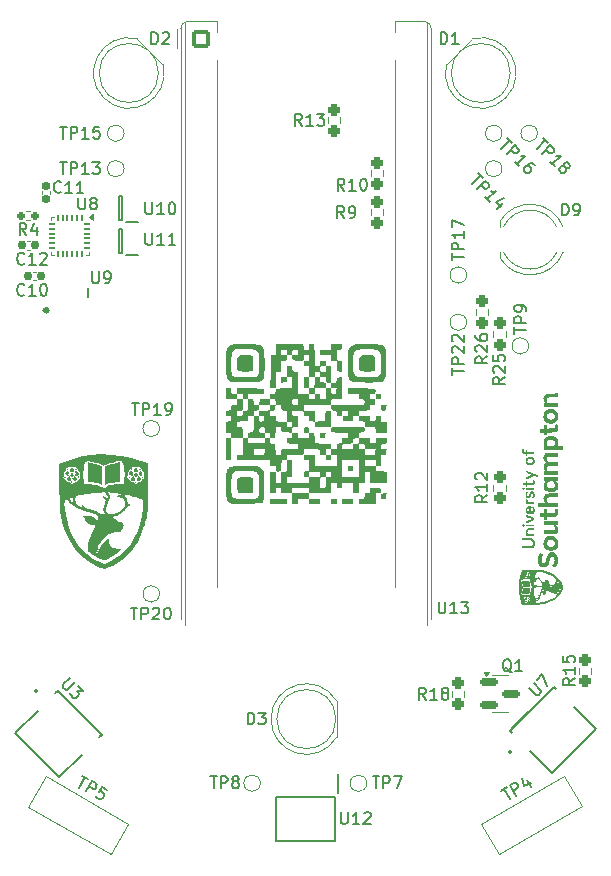
<source format=gto>
G04 #@! TF.GenerationSoftware,KiCad,Pcbnew,9.0.0*
G04 #@! TF.CreationDate,2025-04-22T19:19:30+02:00*
G04 #@! TF.ProjectId,bio_robots,62696f5f-726f-4626-9f74-732e6b696361,rev?*
G04 #@! TF.SameCoordinates,Original*
G04 #@! TF.FileFunction,Legend,Top*
G04 #@! TF.FilePolarity,Positive*
%FSLAX46Y46*%
G04 Gerber Fmt 4.6, Leading zero omitted, Abs format (unit mm)*
G04 Created by KiCad (PCBNEW 9.0.0) date 2025-04-22 19:19:30*
%MOMM*%
%LPD*%
G01*
G04 APERTURE LIST*
G04 Aperture macros list*
%AMRoundRect*
0 Rectangle with rounded corners*
0 $1 Rounding radius*
0 $2 $3 $4 $5 $6 $7 $8 $9 X,Y pos of 4 corners*
0 Add a 4 corners polygon primitive as box body*
4,1,4,$2,$3,$4,$5,$6,$7,$8,$9,$2,$3,0*
0 Add four circle primitives for the rounded corners*
1,1,$1+$1,$2,$3*
1,1,$1+$1,$4,$5*
1,1,$1+$1,$6,$7*
1,1,$1+$1,$8,$9*
0 Add four rect primitives between the rounded corners*
20,1,$1+$1,$2,$3,$4,$5,0*
20,1,$1+$1,$4,$5,$6,$7,0*
20,1,$1+$1,$6,$7,$8,$9,0*
20,1,$1+$1,$8,$9,$2,$3,0*%
%AMRotRect*
0 Rectangle, with rotation*
0 The origin of the aperture is its center*
0 $1 length*
0 $2 width*
0 $3 Rotation angle, in degrees counterclockwise*
0 Add horizontal line*
21,1,$1,$2,0,0,$3*%
%AMFreePoly0*
4,1,37,0.603843,0.796157,0.639018,0.796157,0.711114,0.766294,0.766294,0.711114,0.796157,0.639018,0.796157,0.603843,0.800000,0.600000,0.800000,-0.600000,0.796157,-0.603843,0.796157,-0.639018,0.766294,-0.711114,0.711114,-0.766294,0.639018,-0.796157,0.603843,-0.796157,0.600000,-0.800000,0.000000,-0.800000,0.000000,-0.796148,-0.078414,-0.796148,-0.232228,-0.765552,-0.377117,-0.705537,
-0.507515,-0.618408,-0.618408,-0.507515,-0.705537,-0.377117,-0.765552,-0.232228,-0.796148,-0.078414,-0.796148,0.078414,-0.765552,0.232228,-0.705537,0.377117,-0.618408,0.507515,-0.507515,0.618408,-0.377117,0.705537,-0.232228,0.765552,-0.078414,0.796148,0.000000,0.796148,0.000000,0.800000,0.600000,0.800000,0.603843,0.796157,0.603843,0.796157,$1*%
%AMFreePoly1*
4,1,37,0.000000,0.796148,0.078414,0.796148,0.232228,0.765552,0.377117,0.705537,0.507515,0.618408,0.618408,0.507515,0.705537,0.377117,0.765552,0.232228,0.796148,0.078414,0.796148,-0.078414,0.765552,-0.232228,0.705537,-0.377117,0.618408,-0.507515,0.507515,-0.618408,0.377117,-0.705537,0.232228,-0.765552,0.078414,-0.796148,0.000000,-0.796148,0.000000,-0.800000,-0.600000,-0.800000,
-0.603843,-0.796157,-0.639018,-0.796157,-0.711114,-0.766294,-0.766294,-0.711114,-0.796157,-0.639018,-0.796157,-0.603843,-0.800000,-0.600000,-0.800000,0.600000,-0.796157,0.603843,-0.796157,0.639018,-0.766294,0.711114,-0.711114,0.766294,-0.639018,0.796157,-0.603843,0.796157,-0.600000,0.800000,0.000000,0.800000,0.000000,0.796148,0.000000,0.796148,$1*%
G04 Aperture macros list end*
%ADD10C,0.150000*%
%ADD11C,0.120000*%
%ADD12C,0.000000*%
%ADD13C,0.152400*%
%ADD14C,0.200000*%
%ADD15C,0.400000*%
%ADD16RoundRect,0.237500X-0.237500X0.250000X-0.237500X-0.250000X0.237500X-0.250000X0.237500X0.250000X0*%
%ADD17C,2.700000*%
%ADD18RotRect,1.800000X1.800000X225.000000*%
%ADD19C,1.800000*%
%ADD20RoundRect,0.237500X0.237500X-0.250000X0.237500X0.250000X-0.237500X0.250000X-0.237500X-0.250000X0*%
%ADD21RoundRect,0.160000X0.197500X0.160000X-0.197500X0.160000X-0.197500X-0.160000X0.197500X-0.160000X0*%
%ADD22C,1.473200*%
%ADD23C,1.000000*%
%ADD24R,1.000000X0.400000*%
%ADD25R,0.900000X1.550000*%
%ADD26RoundRect,0.200000X-0.600000X-0.600000X0.600000X-0.600000X0.600000X0.600000X-0.600000X0.600000X0*%
%ADD27C,1.600000*%
%ADD28FreePoly0,0.000000*%
%ADD29FreePoly1,0.000000*%
%ADD30R,0.599999X1.000000*%
%ADD31RoundRect,0.155000X0.212500X0.155000X-0.212500X0.155000X-0.212500X-0.155000X0.212500X-0.155000X0*%
%ADD32RoundRect,0.155000X0.155000X-0.212500X0.155000X0.212500X-0.155000X0.212500X-0.155000X-0.212500X0*%
%ADD33R,1.800000X1.800000*%
%ADD34RoundRect,0.150000X-0.587500X-0.150000X0.587500X-0.150000X0.587500X0.150000X-0.587500X0.150000X0*%
%ADD35C,2.600000*%
%ADD36RotRect,1.800000X1.800000X315.000000*%
%ADD37RoundRect,0.050000X-0.050000X0.225000X-0.050000X-0.225000X0.050000X-0.225000X0.050000X0.225000X0*%
%ADD38RoundRect,0.050000X-0.225000X-0.050000X0.225000X-0.050000X0.225000X0.050000X-0.225000X0.050000X0*%
%ADD39C,1.200000*%
%ADD40R,2.000000X2.000000*%
%ADD41C,2.000000*%
G04 APERTURE END LIST*
D10*
X110454819Y-112642857D02*
X109978628Y-112976190D01*
X110454819Y-113214285D02*
X109454819Y-113214285D01*
X109454819Y-113214285D02*
X109454819Y-112833333D01*
X109454819Y-112833333D02*
X109502438Y-112738095D01*
X109502438Y-112738095D02*
X109550057Y-112690476D01*
X109550057Y-112690476D02*
X109645295Y-112642857D01*
X109645295Y-112642857D02*
X109788152Y-112642857D01*
X109788152Y-112642857D02*
X109883390Y-112690476D01*
X109883390Y-112690476D02*
X109931009Y-112738095D01*
X109931009Y-112738095D02*
X109978628Y-112833333D01*
X109978628Y-112833333D02*
X109978628Y-113214285D01*
X110454819Y-111690476D02*
X110454819Y-112261904D01*
X110454819Y-111976190D02*
X109454819Y-111976190D01*
X109454819Y-111976190D02*
X109597676Y-112071428D01*
X109597676Y-112071428D02*
X109692914Y-112166666D01*
X109692914Y-112166666D02*
X109740533Y-112261904D01*
X109550057Y-111309523D02*
X109502438Y-111261904D01*
X109502438Y-111261904D02*
X109454819Y-111166666D01*
X109454819Y-111166666D02*
X109454819Y-110928571D01*
X109454819Y-110928571D02*
X109502438Y-110833333D01*
X109502438Y-110833333D02*
X109550057Y-110785714D01*
X109550057Y-110785714D02*
X109645295Y-110738095D01*
X109645295Y-110738095D02*
X109740533Y-110738095D01*
X109740533Y-110738095D02*
X109883390Y-110785714D01*
X109883390Y-110785714D02*
X110454819Y-111357142D01*
X110454819Y-111357142D02*
X110454819Y-110738095D01*
X82011904Y-74454819D02*
X82011904Y-73454819D01*
X82011904Y-73454819D02*
X82249999Y-73454819D01*
X82249999Y-73454819D02*
X82392856Y-73502438D01*
X82392856Y-73502438D02*
X82488094Y-73597676D01*
X82488094Y-73597676D02*
X82535713Y-73692914D01*
X82535713Y-73692914D02*
X82583332Y-73883390D01*
X82583332Y-73883390D02*
X82583332Y-74026247D01*
X82583332Y-74026247D02*
X82535713Y-74216723D01*
X82535713Y-74216723D02*
X82488094Y-74311961D01*
X82488094Y-74311961D02*
X82392856Y-74407200D01*
X82392856Y-74407200D02*
X82249999Y-74454819D01*
X82249999Y-74454819D02*
X82011904Y-74454819D01*
X82964285Y-73550057D02*
X83011904Y-73502438D01*
X83011904Y-73502438D02*
X83107142Y-73454819D01*
X83107142Y-73454819D02*
X83345237Y-73454819D01*
X83345237Y-73454819D02*
X83440475Y-73502438D01*
X83440475Y-73502438D02*
X83488094Y-73550057D01*
X83488094Y-73550057D02*
X83535713Y-73645295D01*
X83535713Y-73645295D02*
X83535713Y-73740533D01*
X83535713Y-73740533D02*
X83488094Y-73883390D01*
X83488094Y-73883390D02*
X82916666Y-74454819D01*
X82916666Y-74454819D02*
X83535713Y-74454819D01*
X111954819Y-102642857D02*
X111478628Y-102976190D01*
X111954819Y-103214285D02*
X110954819Y-103214285D01*
X110954819Y-103214285D02*
X110954819Y-102833333D01*
X110954819Y-102833333D02*
X111002438Y-102738095D01*
X111002438Y-102738095D02*
X111050057Y-102690476D01*
X111050057Y-102690476D02*
X111145295Y-102642857D01*
X111145295Y-102642857D02*
X111288152Y-102642857D01*
X111288152Y-102642857D02*
X111383390Y-102690476D01*
X111383390Y-102690476D02*
X111431009Y-102738095D01*
X111431009Y-102738095D02*
X111478628Y-102833333D01*
X111478628Y-102833333D02*
X111478628Y-103214285D01*
X111050057Y-102261904D02*
X111002438Y-102214285D01*
X111002438Y-102214285D02*
X110954819Y-102119047D01*
X110954819Y-102119047D02*
X110954819Y-101880952D01*
X110954819Y-101880952D02*
X111002438Y-101785714D01*
X111002438Y-101785714D02*
X111050057Y-101738095D01*
X111050057Y-101738095D02*
X111145295Y-101690476D01*
X111145295Y-101690476D02*
X111240533Y-101690476D01*
X111240533Y-101690476D02*
X111383390Y-101738095D01*
X111383390Y-101738095D02*
X111954819Y-102309523D01*
X111954819Y-102309523D02*
X111954819Y-101690476D01*
X110954819Y-100785714D02*
X110954819Y-101261904D01*
X110954819Y-101261904D02*
X111431009Y-101309523D01*
X111431009Y-101309523D02*
X111383390Y-101261904D01*
X111383390Y-101261904D02*
X111335771Y-101166666D01*
X111335771Y-101166666D02*
X111335771Y-100928571D01*
X111335771Y-100928571D02*
X111383390Y-100833333D01*
X111383390Y-100833333D02*
X111431009Y-100785714D01*
X111431009Y-100785714D02*
X111526247Y-100738095D01*
X111526247Y-100738095D02*
X111764342Y-100738095D01*
X111764342Y-100738095D02*
X111859580Y-100785714D01*
X111859580Y-100785714D02*
X111907200Y-100833333D01*
X111907200Y-100833333D02*
X111954819Y-100928571D01*
X111954819Y-100928571D02*
X111954819Y-101166666D01*
X111954819Y-101166666D02*
X111907200Y-101261904D01*
X111907200Y-101261904D02*
X111859580Y-101309523D01*
X71433333Y-90624819D02*
X71100000Y-90148628D01*
X70861905Y-90624819D02*
X70861905Y-89624819D01*
X70861905Y-89624819D02*
X71242857Y-89624819D01*
X71242857Y-89624819D02*
X71338095Y-89672438D01*
X71338095Y-89672438D02*
X71385714Y-89720057D01*
X71385714Y-89720057D02*
X71433333Y-89815295D01*
X71433333Y-89815295D02*
X71433333Y-89958152D01*
X71433333Y-89958152D02*
X71385714Y-90053390D01*
X71385714Y-90053390D02*
X71338095Y-90101009D01*
X71338095Y-90101009D02*
X71242857Y-90148628D01*
X71242857Y-90148628D02*
X70861905Y-90148628D01*
X72290476Y-89958152D02*
X72290476Y-90624819D01*
X72052381Y-89577200D02*
X71814286Y-90291485D01*
X71814286Y-90291485D02*
X72433333Y-90291485D01*
X113975750Y-128953246D02*
X114548170Y-129525666D01*
X114548170Y-129525666D02*
X114649185Y-129559338D01*
X114649185Y-129559338D02*
X114716529Y-129559338D01*
X114716529Y-129559338D02*
X114817544Y-129525666D01*
X114817544Y-129525666D02*
X114952231Y-129390979D01*
X114952231Y-129390979D02*
X114985903Y-129289964D01*
X114985903Y-129289964D02*
X114985903Y-129222620D01*
X114985903Y-129222620D02*
X114952231Y-129121605D01*
X114952231Y-129121605D02*
X114379811Y-128549185D01*
X114649185Y-128279811D02*
X115120590Y-127808407D01*
X115120590Y-127808407D02*
X115524651Y-128818559D01*
X112754819Y-98961904D02*
X112754819Y-98390476D01*
X113754819Y-98676190D02*
X112754819Y-98676190D01*
X113754819Y-98057142D02*
X112754819Y-98057142D01*
X112754819Y-98057142D02*
X112754819Y-97676190D01*
X112754819Y-97676190D02*
X112802438Y-97580952D01*
X112802438Y-97580952D02*
X112850057Y-97533333D01*
X112850057Y-97533333D02*
X112945295Y-97485714D01*
X112945295Y-97485714D02*
X113088152Y-97485714D01*
X113088152Y-97485714D02*
X113183390Y-97533333D01*
X113183390Y-97533333D02*
X113231009Y-97580952D01*
X113231009Y-97580952D02*
X113278628Y-97676190D01*
X113278628Y-97676190D02*
X113278628Y-98057142D01*
X113754819Y-97009523D02*
X113754819Y-96819047D01*
X113754819Y-96819047D02*
X113707200Y-96723809D01*
X113707200Y-96723809D02*
X113659580Y-96676190D01*
X113659580Y-96676190D02*
X113516723Y-96580952D01*
X113516723Y-96580952D02*
X113326247Y-96533333D01*
X113326247Y-96533333D02*
X112945295Y-96533333D01*
X112945295Y-96533333D02*
X112850057Y-96580952D01*
X112850057Y-96580952D02*
X112802438Y-96628571D01*
X112802438Y-96628571D02*
X112754819Y-96723809D01*
X112754819Y-96723809D02*
X112754819Y-96914285D01*
X112754819Y-96914285D02*
X112802438Y-97009523D01*
X112802438Y-97009523D02*
X112850057Y-97057142D01*
X112850057Y-97057142D02*
X112945295Y-97104761D01*
X112945295Y-97104761D02*
X113183390Y-97104761D01*
X113183390Y-97104761D02*
X113278628Y-97057142D01*
X113278628Y-97057142D02*
X113326247Y-97009523D01*
X113326247Y-97009523D02*
X113373866Y-96914285D01*
X113373866Y-96914285D02*
X113373866Y-96723809D01*
X113373866Y-96723809D02*
X113326247Y-96628571D01*
X113326247Y-96628571D02*
X113278628Y-96580952D01*
X113278628Y-96580952D02*
X113183390Y-96533333D01*
X74261905Y-84454819D02*
X74833333Y-84454819D01*
X74547619Y-85454819D02*
X74547619Y-84454819D01*
X75166667Y-85454819D02*
X75166667Y-84454819D01*
X75166667Y-84454819D02*
X75547619Y-84454819D01*
X75547619Y-84454819D02*
X75642857Y-84502438D01*
X75642857Y-84502438D02*
X75690476Y-84550057D01*
X75690476Y-84550057D02*
X75738095Y-84645295D01*
X75738095Y-84645295D02*
X75738095Y-84788152D01*
X75738095Y-84788152D02*
X75690476Y-84883390D01*
X75690476Y-84883390D02*
X75642857Y-84931009D01*
X75642857Y-84931009D02*
X75547619Y-84978628D01*
X75547619Y-84978628D02*
X75166667Y-84978628D01*
X76690476Y-85454819D02*
X76119048Y-85454819D01*
X76404762Y-85454819D02*
X76404762Y-84454819D01*
X76404762Y-84454819D02*
X76309524Y-84597676D01*
X76309524Y-84597676D02*
X76214286Y-84692914D01*
X76214286Y-84692914D02*
X76119048Y-84740533D01*
X77023810Y-84454819D02*
X77642857Y-84454819D01*
X77642857Y-84454819D02*
X77309524Y-84835771D01*
X77309524Y-84835771D02*
X77452381Y-84835771D01*
X77452381Y-84835771D02*
X77547619Y-84883390D01*
X77547619Y-84883390D02*
X77595238Y-84931009D01*
X77595238Y-84931009D02*
X77642857Y-85026247D01*
X77642857Y-85026247D02*
X77642857Y-85264342D01*
X77642857Y-85264342D02*
X77595238Y-85359580D01*
X77595238Y-85359580D02*
X77547619Y-85407200D01*
X77547619Y-85407200D02*
X77452381Y-85454819D01*
X77452381Y-85454819D02*
X77166667Y-85454819D01*
X77166667Y-85454819D02*
X77071429Y-85407200D01*
X77071429Y-85407200D02*
X77023810Y-85359580D01*
X81511905Y-90454819D02*
X81511905Y-91264342D01*
X81511905Y-91264342D02*
X81559524Y-91359580D01*
X81559524Y-91359580D02*
X81607143Y-91407200D01*
X81607143Y-91407200D02*
X81702381Y-91454819D01*
X81702381Y-91454819D02*
X81892857Y-91454819D01*
X81892857Y-91454819D02*
X81988095Y-91407200D01*
X81988095Y-91407200D02*
X82035714Y-91359580D01*
X82035714Y-91359580D02*
X82083333Y-91264342D01*
X82083333Y-91264342D02*
X82083333Y-90454819D01*
X83083333Y-91454819D02*
X82511905Y-91454819D01*
X82797619Y-91454819D02*
X82797619Y-90454819D01*
X82797619Y-90454819D02*
X82702381Y-90597676D01*
X82702381Y-90597676D02*
X82607143Y-90692914D01*
X82607143Y-90692914D02*
X82511905Y-90740533D01*
X84035714Y-91454819D02*
X83464286Y-91454819D01*
X83750000Y-91454819D02*
X83750000Y-90454819D01*
X83750000Y-90454819D02*
X83654762Y-90597676D01*
X83654762Y-90597676D02*
X83559524Y-90692914D01*
X83559524Y-90692914D02*
X83464286Y-90740533D01*
X80261905Y-122154819D02*
X80833333Y-122154819D01*
X80547619Y-123154819D02*
X80547619Y-122154819D01*
X81166667Y-123154819D02*
X81166667Y-122154819D01*
X81166667Y-122154819D02*
X81547619Y-122154819D01*
X81547619Y-122154819D02*
X81642857Y-122202438D01*
X81642857Y-122202438D02*
X81690476Y-122250057D01*
X81690476Y-122250057D02*
X81738095Y-122345295D01*
X81738095Y-122345295D02*
X81738095Y-122488152D01*
X81738095Y-122488152D02*
X81690476Y-122583390D01*
X81690476Y-122583390D02*
X81642857Y-122631009D01*
X81642857Y-122631009D02*
X81547619Y-122678628D01*
X81547619Y-122678628D02*
X81166667Y-122678628D01*
X82119048Y-122250057D02*
X82166667Y-122202438D01*
X82166667Y-122202438D02*
X82261905Y-122154819D01*
X82261905Y-122154819D02*
X82500000Y-122154819D01*
X82500000Y-122154819D02*
X82595238Y-122202438D01*
X82595238Y-122202438D02*
X82642857Y-122250057D01*
X82642857Y-122250057D02*
X82690476Y-122345295D01*
X82690476Y-122345295D02*
X82690476Y-122440533D01*
X82690476Y-122440533D02*
X82642857Y-122583390D01*
X82642857Y-122583390D02*
X82071429Y-123154819D01*
X82071429Y-123154819D02*
X82690476Y-123154819D01*
X83309524Y-122154819D02*
X83404762Y-122154819D01*
X83404762Y-122154819D02*
X83500000Y-122202438D01*
X83500000Y-122202438D02*
X83547619Y-122250057D01*
X83547619Y-122250057D02*
X83595238Y-122345295D01*
X83595238Y-122345295D02*
X83642857Y-122535771D01*
X83642857Y-122535771D02*
X83642857Y-122773866D01*
X83642857Y-122773866D02*
X83595238Y-122964342D01*
X83595238Y-122964342D02*
X83547619Y-123059580D01*
X83547619Y-123059580D02*
X83500000Y-123107200D01*
X83500000Y-123107200D02*
X83404762Y-123154819D01*
X83404762Y-123154819D02*
X83309524Y-123154819D01*
X83309524Y-123154819D02*
X83214286Y-123107200D01*
X83214286Y-123107200D02*
X83166667Y-123059580D01*
X83166667Y-123059580D02*
X83119048Y-122964342D01*
X83119048Y-122964342D02*
X83071429Y-122773866D01*
X83071429Y-122773866D02*
X83071429Y-122535771D01*
X83071429Y-122535771D02*
X83119048Y-122345295D01*
X83119048Y-122345295D02*
X83166667Y-122250057D01*
X83166667Y-122250057D02*
X83214286Y-122202438D01*
X83214286Y-122202438D02*
X83309524Y-122154819D01*
X98061905Y-139486181D02*
X98061905Y-140295704D01*
X98061905Y-140295704D02*
X98109524Y-140390942D01*
X98109524Y-140390942D02*
X98157143Y-140438562D01*
X98157143Y-140438562D02*
X98252381Y-140486181D01*
X98252381Y-140486181D02*
X98442857Y-140486181D01*
X98442857Y-140486181D02*
X98538095Y-140438562D01*
X98538095Y-140438562D02*
X98585714Y-140390942D01*
X98585714Y-140390942D02*
X98633333Y-140295704D01*
X98633333Y-140295704D02*
X98633333Y-139486181D01*
X99633333Y-140486181D02*
X99061905Y-140486181D01*
X99347619Y-140486181D02*
X99347619Y-139486181D01*
X99347619Y-139486181D02*
X99252381Y-139629038D01*
X99252381Y-139629038D02*
X99157143Y-139724276D01*
X99157143Y-139724276D02*
X99061905Y-139771895D01*
X100014286Y-139581419D02*
X100061905Y-139533800D01*
X100061905Y-139533800D02*
X100157143Y-139486181D01*
X100157143Y-139486181D02*
X100395238Y-139486181D01*
X100395238Y-139486181D02*
X100490476Y-139533800D01*
X100490476Y-139533800D02*
X100538095Y-139581419D01*
X100538095Y-139581419D02*
X100585714Y-139676657D01*
X100585714Y-139676657D02*
X100585714Y-139771895D01*
X100585714Y-139771895D02*
X100538095Y-139914752D01*
X100538095Y-139914752D02*
X99966667Y-140486181D01*
X99966667Y-140486181D02*
X100585714Y-140486181D01*
X106336779Y-121654819D02*
X106336779Y-122464342D01*
X106336779Y-122464342D02*
X106384398Y-122559580D01*
X106384398Y-122559580D02*
X106432017Y-122607200D01*
X106432017Y-122607200D02*
X106527255Y-122654819D01*
X106527255Y-122654819D02*
X106717731Y-122654819D01*
X106717731Y-122654819D02*
X106812969Y-122607200D01*
X106812969Y-122607200D02*
X106860588Y-122559580D01*
X106860588Y-122559580D02*
X106908207Y-122464342D01*
X106908207Y-122464342D02*
X106908207Y-121654819D01*
X107908207Y-122654819D02*
X107336779Y-122654819D01*
X107622493Y-122654819D02*
X107622493Y-121654819D01*
X107622493Y-121654819D02*
X107527255Y-121797676D01*
X107527255Y-121797676D02*
X107432017Y-121892914D01*
X107432017Y-121892914D02*
X107336779Y-121940533D01*
X108241541Y-121654819D02*
X108860588Y-121654819D01*
X108860588Y-121654819D02*
X108527255Y-122035771D01*
X108527255Y-122035771D02*
X108670112Y-122035771D01*
X108670112Y-122035771D02*
X108765350Y-122083390D01*
X108765350Y-122083390D02*
X108812969Y-122131009D01*
X108812969Y-122131009D02*
X108860588Y-122226247D01*
X108860588Y-122226247D02*
X108860588Y-122464342D01*
X108860588Y-122464342D02*
X108812969Y-122559580D01*
X108812969Y-122559580D02*
X108765350Y-122607200D01*
X108765350Y-122607200D02*
X108670112Y-122654819D01*
X108670112Y-122654819D02*
X108384398Y-122654819D01*
X108384398Y-122654819D02*
X108289160Y-122607200D01*
X108289160Y-122607200D02*
X108241541Y-122559580D01*
X76988095Y-93704819D02*
X76988095Y-94514342D01*
X76988095Y-94514342D02*
X77035714Y-94609580D01*
X77035714Y-94609580D02*
X77083333Y-94657200D01*
X77083333Y-94657200D02*
X77178571Y-94704819D01*
X77178571Y-94704819D02*
X77369047Y-94704819D01*
X77369047Y-94704819D02*
X77464285Y-94657200D01*
X77464285Y-94657200D02*
X77511904Y-94609580D01*
X77511904Y-94609580D02*
X77559523Y-94514342D01*
X77559523Y-94514342D02*
X77559523Y-93704819D01*
X78083333Y-94704819D02*
X78273809Y-94704819D01*
X78273809Y-94704819D02*
X78369047Y-94657200D01*
X78369047Y-94657200D02*
X78416666Y-94609580D01*
X78416666Y-94609580D02*
X78511904Y-94466723D01*
X78511904Y-94466723D02*
X78559523Y-94276247D01*
X78559523Y-94276247D02*
X78559523Y-93895295D01*
X78559523Y-93895295D02*
X78511904Y-93800057D01*
X78511904Y-93800057D02*
X78464285Y-93752438D01*
X78464285Y-93752438D02*
X78369047Y-93704819D01*
X78369047Y-93704819D02*
X78178571Y-93704819D01*
X78178571Y-93704819D02*
X78083333Y-93752438D01*
X78083333Y-93752438D02*
X78035714Y-93800057D01*
X78035714Y-93800057D02*
X77988095Y-93895295D01*
X77988095Y-93895295D02*
X77988095Y-94133390D01*
X77988095Y-94133390D02*
X78035714Y-94228628D01*
X78035714Y-94228628D02*
X78083333Y-94276247D01*
X78083333Y-94276247D02*
X78178571Y-94323866D01*
X78178571Y-94323866D02*
X78369047Y-94323866D01*
X78369047Y-94323866D02*
X78464285Y-94276247D01*
X78464285Y-94276247D02*
X78511904Y-94228628D01*
X78511904Y-94228628D02*
X78559523Y-94133390D01*
X71257142Y-95659580D02*
X71209523Y-95707200D01*
X71209523Y-95707200D02*
X71066666Y-95754819D01*
X71066666Y-95754819D02*
X70971428Y-95754819D01*
X70971428Y-95754819D02*
X70828571Y-95707200D01*
X70828571Y-95707200D02*
X70733333Y-95611961D01*
X70733333Y-95611961D02*
X70685714Y-95516723D01*
X70685714Y-95516723D02*
X70638095Y-95326247D01*
X70638095Y-95326247D02*
X70638095Y-95183390D01*
X70638095Y-95183390D02*
X70685714Y-94992914D01*
X70685714Y-94992914D02*
X70733333Y-94897676D01*
X70733333Y-94897676D02*
X70828571Y-94802438D01*
X70828571Y-94802438D02*
X70971428Y-94754819D01*
X70971428Y-94754819D02*
X71066666Y-94754819D01*
X71066666Y-94754819D02*
X71209523Y-94802438D01*
X71209523Y-94802438D02*
X71257142Y-94850057D01*
X72209523Y-95754819D02*
X71638095Y-95754819D01*
X71923809Y-95754819D02*
X71923809Y-94754819D01*
X71923809Y-94754819D02*
X71828571Y-94897676D01*
X71828571Y-94897676D02*
X71733333Y-94992914D01*
X71733333Y-94992914D02*
X71638095Y-95040533D01*
X72828571Y-94754819D02*
X72923809Y-94754819D01*
X72923809Y-94754819D02*
X73019047Y-94802438D01*
X73019047Y-94802438D02*
X73066666Y-94850057D01*
X73066666Y-94850057D02*
X73114285Y-94945295D01*
X73114285Y-94945295D02*
X73161904Y-95135771D01*
X73161904Y-95135771D02*
X73161904Y-95373866D01*
X73161904Y-95373866D02*
X73114285Y-95564342D01*
X73114285Y-95564342D02*
X73066666Y-95659580D01*
X73066666Y-95659580D02*
X73019047Y-95707200D01*
X73019047Y-95707200D02*
X72923809Y-95754819D01*
X72923809Y-95754819D02*
X72828571Y-95754819D01*
X72828571Y-95754819D02*
X72733333Y-95707200D01*
X72733333Y-95707200D02*
X72685714Y-95659580D01*
X72685714Y-95659580D02*
X72638095Y-95564342D01*
X72638095Y-95564342D02*
X72590476Y-95373866D01*
X72590476Y-95373866D02*
X72590476Y-95135771D01*
X72590476Y-95135771D02*
X72638095Y-94945295D01*
X72638095Y-94945295D02*
X72685714Y-94850057D01*
X72685714Y-94850057D02*
X72733333Y-94802438D01*
X72733333Y-94802438D02*
X72828571Y-94754819D01*
X112156482Y-82385480D02*
X112560543Y-82789541D01*
X111651406Y-83294617D02*
X112358512Y-82587510D01*
X112089139Y-83732350D02*
X112796245Y-83025243D01*
X112796245Y-83025243D02*
X113065619Y-83294617D01*
X113065619Y-83294617D02*
X113099291Y-83395632D01*
X113099291Y-83395632D02*
X113099291Y-83462976D01*
X113099291Y-83462976D02*
X113065619Y-83563991D01*
X113065619Y-83563991D02*
X112964604Y-83665006D01*
X112964604Y-83665006D02*
X112863589Y-83698678D01*
X112863589Y-83698678D02*
X112796245Y-83698678D01*
X112796245Y-83698678D02*
X112695230Y-83665006D01*
X112695230Y-83665006D02*
X112425856Y-83395632D01*
X113166635Y-84809846D02*
X112762574Y-84405785D01*
X112964604Y-84607815D02*
X113671711Y-83900709D01*
X113671711Y-83900709D02*
X113503352Y-83934380D01*
X113503352Y-83934380D02*
X113368665Y-83934380D01*
X113368665Y-83934380D02*
X113267650Y-83900709D01*
X114479833Y-84708831D02*
X114345146Y-84574144D01*
X114345146Y-84574144D02*
X114244131Y-84540472D01*
X114244131Y-84540472D02*
X114176787Y-84540472D01*
X114176787Y-84540472D02*
X114008428Y-84574144D01*
X114008428Y-84574144D02*
X113840070Y-84675159D01*
X113840070Y-84675159D02*
X113570696Y-84944533D01*
X113570696Y-84944533D02*
X113537024Y-85045548D01*
X113537024Y-85045548D02*
X113537024Y-85112892D01*
X113537024Y-85112892D02*
X113570696Y-85213907D01*
X113570696Y-85213907D02*
X113705383Y-85348594D01*
X113705383Y-85348594D02*
X113806398Y-85382266D01*
X113806398Y-85382266D02*
X113873741Y-85382266D01*
X113873741Y-85382266D02*
X113974757Y-85348594D01*
X113974757Y-85348594D02*
X114143115Y-85180235D01*
X114143115Y-85180235D02*
X114176787Y-85079220D01*
X114176787Y-85079220D02*
X114176787Y-85011876D01*
X114176787Y-85011876D02*
X114143115Y-84910861D01*
X114143115Y-84910861D02*
X114008428Y-84776174D01*
X114008428Y-84776174D02*
X113907413Y-84742502D01*
X113907413Y-84742502D02*
X113840070Y-84742502D01*
X113840070Y-84742502D02*
X113739054Y-84776174D01*
X74357142Y-86959580D02*
X74309523Y-87007200D01*
X74309523Y-87007200D02*
X74166666Y-87054819D01*
X74166666Y-87054819D02*
X74071428Y-87054819D01*
X74071428Y-87054819D02*
X73928571Y-87007200D01*
X73928571Y-87007200D02*
X73833333Y-86911961D01*
X73833333Y-86911961D02*
X73785714Y-86816723D01*
X73785714Y-86816723D02*
X73738095Y-86626247D01*
X73738095Y-86626247D02*
X73738095Y-86483390D01*
X73738095Y-86483390D02*
X73785714Y-86292914D01*
X73785714Y-86292914D02*
X73833333Y-86197676D01*
X73833333Y-86197676D02*
X73928571Y-86102438D01*
X73928571Y-86102438D02*
X74071428Y-86054819D01*
X74071428Y-86054819D02*
X74166666Y-86054819D01*
X74166666Y-86054819D02*
X74309523Y-86102438D01*
X74309523Y-86102438D02*
X74357142Y-86150057D01*
X75309523Y-87054819D02*
X74738095Y-87054819D01*
X75023809Y-87054819D02*
X75023809Y-86054819D01*
X75023809Y-86054819D02*
X74928571Y-86197676D01*
X74928571Y-86197676D02*
X74833333Y-86292914D01*
X74833333Y-86292914D02*
X74738095Y-86340533D01*
X76261904Y-87054819D02*
X75690476Y-87054819D01*
X75976190Y-87054819D02*
X75976190Y-86054819D01*
X75976190Y-86054819D02*
X75880952Y-86197676D01*
X75880952Y-86197676D02*
X75785714Y-86292914D01*
X75785714Y-86292914D02*
X75690476Y-86340533D01*
X98357142Y-86854819D02*
X98023809Y-86378628D01*
X97785714Y-86854819D02*
X97785714Y-85854819D01*
X97785714Y-85854819D02*
X98166666Y-85854819D01*
X98166666Y-85854819D02*
X98261904Y-85902438D01*
X98261904Y-85902438D02*
X98309523Y-85950057D01*
X98309523Y-85950057D02*
X98357142Y-86045295D01*
X98357142Y-86045295D02*
X98357142Y-86188152D01*
X98357142Y-86188152D02*
X98309523Y-86283390D01*
X98309523Y-86283390D02*
X98261904Y-86331009D01*
X98261904Y-86331009D02*
X98166666Y-86378628D01*
X98166666Y-86378628D02*
X97785714Y-86378628D01*
X99309523Y-86854819D02*
X98738095Y-86854819D01*
X99023809Y-86854819D02*
X99023809Y-85854819D01*
X99023809Y-85854819D02*
X98928571Y-85997676D01*
X98928571Y-85997676D02*
X98833333Y-86092914D01*
X98833333Y-86092914D02*
X98738095Y-86140533D01*
X99928571Y-85854819D02*
X100023809Y-85854819D01*
X100023809Y-85854819D02*
X100119047Y-85902438D01*
X100119047Y-85902438D02*
X100166666Y-85950057D01*
X100166666Y-85950057D02*
X100214285Y-86045295D01*
X100214285Y-86045295D02*
X100261904Y-86235771D01*
X100261904Y-86235771D02*
X100261904Y-86473866D01*
X100261904Y-86473866D02*
X100214285Y-86664342D01*
X100214285Y-86664342D02*
X100166666Y-86759580D01*
X100166666Y-86759580D02*
X100119047Y-86807200D01*
X100119047Y-86807200D02*
X100023809Y-86854819D01*
X100023809Y-86854819D02*
X99928571Y-86854819D01*
X99928571Y-86854819D02*
X99833333Y-86807200D01*
X99833333Y-86807200D02*
X99785714Y-86759580D01*
X99785714Y-86759580D02*
X99738095Y-86664342D01*
X99738095Y-86664342D02*
X99690476Y-86473866D01*
X99690476Y-86473866D02*
X99690476Y-86235771D01*
X99690476Y-86235771D02*
X99738095Y-86045295D01*
X99738095Y-86045295D02*
X99785714Y-85950057D01*
X99785714Y-85950057D02*
X99833333Y-85902438D01*
X99833333Y-85902438D02*
X99928571Y-85854819D01*
X116761905Y-88954819D02*
X116761905Y-87954819D01*
X116761905Y-87954819D02*
X117000000Y-87954819D01*
X117000000Y-87954819D02*
X117142857Y-88002438D01*
X117142857Y-88002438D02*
X117238095Y-88097676D01*
X117238095Y-88097676D02*
X117285714Y-88192914D01*
X117285714Y-88192914D02*
X117333333Y-88383390D01*
X117333333Y-88383390D02*
X117333333Y-88526247D01*
X117333333Y-88526247D02*
X117285714Y-88716723D01*
X117285714Y-88716723D02*
X117238095Y-88811961D01*
X117238095Y-88811961D02*
X117142857Y-88907200D01*
X117142857Y-88907200D02*
X117000000Y-88954819D01*
X117000000Y-88954819D02*
X116761905Y-88954819D01*
X117809524Y-88954819D02*
X118000000Y-88954819D01*
X118000000Y-88954819D02*
X118095238Y-88907200D01*
X118095238Y-88907200D02*
X118142857Y-88859580D01*
X118142857Y-88859580D02*
X118238095Y-88716723D01*
X118238095Y-88716723D02*
X118285714Y-88526247D01*
X118285714Y-88526247D02*
X118285714Y-88145295D01*
X118285714Y-88145295D02*
X118238095Y-88050057D01*
X118238095Y-88050057D02*
X118190476Y-88002438D01*
X118190476Y-88002438D02*
X118095238Y-87954819D01*
X118095238Y-87954819D02*
X117904762Y-87954819D01*
X117904762Y-87954819D02*
X117809524Y-88002438D01*
X117809524Y-88002438D02*
X117761905Y-88050057D01*
X117761905Y-88050057D02*
X117714286Y-88145295D01*
X117714286Y-88145295D02*
X117714286Y-88383390D01*
X117714286Y-88383390D02*
X117761905Y-88478628D01*
X117761905Y-88478628D02*
X117809524Y-88526247D01*
X117809524Y-88526247D02*
X117904762Y-88573866D01*
X117904762Y-88573866D02*
X118095238Y-88573866D01*
X118095238Y-88573866D02*
X118190476Y-88526247D01*
X118190476Y-88526247D02*
X118238095Y-88478628D01*
X118238095Y-88478628D02*
X118285714Y-88383390D01*
X117854819Y-128142857D02*
X117378628Y-128476190D01*
X117854819Y-128714285D02*
X116854819Y-128714285D01*
X116854819Y-128714285D02*
X116854819Y-128333333D01*
X116854819Y-128333333D02*
X116902438Y-128238095D01*
X116902438Y-128238095D02*
X116950057Y-128190476D01*
X116950057Y-128190476D02*
X117045295Y-128142857D01*
X117045295Y-128142857D02*
X117188152Y-128142857D01*
X117188152Y-128142857D02*
X117283390Y-128190476D01*
X117283390Y-128190476D02*
X117331009Y-128238095D01*
X117331009Y-128238095D02*
X117378628Y-128333333D01*
X117378628Y-128333333D02*
X117378628Y-128714285D01*
X117854819Y-127190476D02*
X117854819Y-127761904D01*
X117854819Y-127476190D02*
X116854819Y-127476190D01*
X116854819Y-127476190D02*
X116997676Y-127571428D01*
X116997676Y-127571428D02*
X117092914Y-127666666D01*
X117092914Y-127666666D02*
X117140533Y-127761904D01*
X116854819Y-126285714D02*
X116854819Y-126761904D01*
X116854819Y-126761904D02*
X117331009Y-126809523D01*
X117331009Y-126809523D02*
X117283390Y-126761904D01*
X117283390Y-126761904D02*
X117235771Y-126666666D01*
X117235771Y-126666666D02*
X117235771Y-126428571D01*
X117235771Y-126428571D02*
X117283390Y-126333333D01*
X117283390Y-126333333D02*
X117331009Y-126285714D01*
X117331009Y-126285714D02*
X117426247Y-126238095D01*
X117426247Y-126238095D02*
X117664342Y-126238095D01*
X117664342Y-126238095D02*
X117759580Y-126285714D01*
X117759580Y-126285714D02*
X117807200Y-126333333D01*
X117807200Y-126333333D02*
X117854819Y-126428571D01*
X117854819Y-126428571D02*
X117854819Y-126666666D01*
X117854819Y-126666666D02*
X117807200Y-126761904D01*
X117807200Y-126761904D02*
X117759580Y-126809523D01*
X112504761Y-127650057D02*
X112409523Y-127602438D01*
X112409523Y-127602438D02*
X112314285Y-127507200D01*
X112314285Y-127507200D02*
X112171428Y-127364342D01*
X112171428Y-127364342D02*
X112076190Y-127316723D01*
X112076190Y-127316723D02*
X111980952Y-127316723D01*
X112028571Y-127554819D02*
X111933333Y-127507200D01*
X111933333Y-127507200D02*
X111838095Y-127411961D01*
X111838095Y-127411961D02*
X111790476Y-127221485D01*
X111790476Y-127221485D02*
X111790476Y-126888152D01*
X111790476Y-126888152D02*
X111838095Y-126697676D01*
X111838095Y-126697676D02*
X111933333Y-126602438D01*
X111933333Y-126602438D02*
X112028571Y-126554819D01*
X112028571Y-126554819D02*
X112219047Y-126554819D01*
X112219047Y-126554819D02*
X112314285Y-126602438D01*
X112314285Y-126602438D02*
X112409523Y-126697676D01*
X112409523Y-126697676D02*
X112457142Y-126888152D01*
X112457142Y-126888152D02*
X112457142Y-127221485D01*
X112457142Y-127221485D02*
X112409523Y-127411961D01*
X112409523Y-127411961D02*
X112314285Y-127507200D01*
X112314285Y-127507200D02*
X112219047Y-127554819D01*
X112219047Y-127554819D02*
X112028571Y-127554819D01*
X113409523Y-127554819D02*
X112838095Y-127554819D01*
X113123809Y-127554819D02*
X113123809Y-126554819D01*
X113123809Y-126554819D02*
X113028571Y-126697676D01*
X113028571Y-126697676D02*
X112933333Y-126792914D01*
X112933333Y-126792914D02*
X112838095Y-126840533D01*
X71257142Y-93019580D02*
X71209523Y-93067200D01*
X71209523Y-93067200D02*
X71066666Y-93114819D01*
X71066666Y-93114819D02*
X70971428Y-93114819D01*
X70971428Y-93114819D02*
X70828571Y-93067200D01*
X70828571Y-93067200D02*
X70733333Y-92971961D01*
X70733333Y-92971961D02*
X70685714Y-92876723D01*
X70685714Y-92876723D02*
X70638095Y-92686247D01*
X70638095Y-92686247D02*
X70638095Y-92543390D01*
X70638095Y-92543390D02*
X70685714Y-92352914D01*
X70685714Y-92352914D02*
X70733333Y-92257676D01*
X70733333Y-92257676D02*
X70828571Y-92162438D01*
X70828571Y-92162438D02*
X70971428Y-92114819D01*
X70971428Y-92114819D02*
X71066666Y-92114819D01*
X71066666Y-92114819D02*
X71209523Y-92162438D01*
X71209523Y-92162438D02*
X71257142Y-92210057D01*
X72209523Y-93114819D02*
X71638095Y-93114819D01*
X71923809Y-93114819D02*
X71923809Y-92114819D01*
X71923809Y-92114819D02*
X71828571Y-92257676D01*
X71828571Y-92257676D02*
X71733333Y-92352914D01*
X71733333Y-92352914D02*
X71638095Y-92400533D01*
X72590476Y-92210057D02*
X72638095Y-92162438D01*
X72638095Y-92162438D02*
X72733333Y-92114819D01*
X72733333Y-92114819D02*
X72971428Y-92114819D01*
X72971428Y-92114819D02*
X73066666Y-92162438D01*
X73066666Y-92162438D02*
X73114285Y-92210057D01*
X73114285Y-92210057D02*
X73161904Y-92305295D01*
X73161904Y-92305295D02*
X73161904Y-92400533D01*
X73161904Y-92400533D02*
X73114285Y-92543390D01*
X73114285Y-92543390D02*
X72542857Y-93114819D01*
X72542857Y-93114819D02*
X73161904Y-93114819D01*
X98333333Y-89154819D02*
X98000000Y-88678628D01*
X97761905Y-89154819D02*
X97761905Y-88154819D01*
X97761905Y-88154819D02*
X98142857Y-88154819D01*
X98142857Y-88154819D02*
X98238095Y-88202438D01*
X98238095Y-88202438D02*
X98285714Y-88250057D01*
X98285714Y-88250057D02*
X98333333Y-88345295D01*
X98333333Y-88345295D02*
X98333333Y-88488152D01*
X98333333Y-88488152D02*
X98285714Y-88583390D01*
X98285714Y-88583390D02*
X98238095Y-88631009D01*
X98238095Y-88631009D02*
X98142857Y-88678628D01*
X98142857Y-88678628D02*
X97761905Y-88678628D01*
X98809524Y-89154819D02*
X99000000Y-89154819D01*
X99000000Y-89154819D02*
X99095238Y-89107200D01*
X99095238Y-89107200D02*
X99142857Y-89059580D01*
X99142857Y-89059580D02*
X99238095Y-88916723D01*
X99238095Y-88916723D02*
X99285714Y-88726247D01*
X99285714Y-88726247D02*
X99285714Y-88345295D01*
X99285714Y-88345295D02*
X99238095Y-88250057D01*
X99238095Y-88250057D02*
X99190476Y-88202438D01*
X99190476Y-88202438D02*
X99095238Y-88154819D01*
X99095238Y-88154819D02*
X98904762Y-88154819D01*
X98904762Y-88154819D02*
X98809524Y-88202438D01*
X98809524Y-88202438D02*
X98761905Y-88250057D01*
X98761905Y-88250057D02*
X98714286Y-88345295D01*
X98714286Y-88345295D02*
X98714286Y-88583390D01*
X98714286Y-88583390D02*
X98761905Y-88678628D01*
X98761905Y-88678628D02*
X98809524Y-88726247D01*
X98809524Y-88726247D02*
X98904762Y-88773866D01*
X98904762Y-88773866D02*
X99095238Y-88773866D01*
X99095238Y-88773866D02*
X99190476Y-88726247D01*
X99190476Y-88726247D02*
X99238095Y-88678628D01*
X99238095Y-88678628D02*
X99285714Y-88583390D01*
X107454819Y-92738094D02*
X107454819Y-92166666D01*
X108454819Y-92452380D02*
X107454819Y-92452380D01*
X108454819Y-91833332D02*
X107454819Y-91833332D01*
X107454819Y-91833332D02*
X107454819Y-91452380D01*
X107454819Y-91452380D02*
X107502438Y-91357142D01*
X107502438Y-91357142D02*
X107550057Y-91309523D01*
X107550057Y-91309523D02*
X107645295Y-91261904D01*
X107645295Y-91261904D02*
X107788152Y-91261904D01*
X107788152Y-91261904D02*
X107883390Y-91309523D01*
X107883390Y-91309523D02*
X107931009Y-91357142D01*
X107931009Y-91357142D02*
X107978628Y-91452380D01*
X107978628Y-91452380D02*
X107978628Y-91833332D01*
X108454819Y-90309523D02*
X108454819Y-90880951D01*
X108454819Y-90595237D02*
X107454819Y-90595237D01*
X107454819Y-90595237D02*
X107597676Y-90690475D01*
X107597676Y-90690475D02*
X107692914Y-90785713D01*
X107692914Y-90785713D02*
X107740533Y-90880951D01*
X107454819Y-89976189D02*
X107454819Y-89309523D01*
X107454819Y-89309523D02*
X108454819Y-89738094D01*
X100738095Y-136454819D02*
X101309523Y-136454819D01*
X101023809Y-137454819D02*
X101023809Y-136454819D01*
X101642857Y-137454819D02*
X101642857Y-136454819D01*
X101642857Y-136454819D02*
X102023809Y-136454819D01*
X102023809Y-136454819D02*
X102119047Y-136502438D01*
X102119047Y-136502438D02*
X102166666Y-136550057D01*
X102166666Y-136550057D02*
X102214285Y-136645295D01*
X102214285Y-136645295D02*
X102214285Y-136788152D01*
X102214285Y-136788152D02*
X102166666Y-136883390D01*
X102166666Y-136883390D02*
X102119047Y-136931009D01*
X102119047Y-136931009D02*
X102023809Y-136978628D01*
X102023809Y-136978628D02*
X101642857Y-136978628D01*
X102547619Y-136454819D02*
X103214285Y-136454819D01*
X103214285Y-136454819D02*
X102785714Y-137454819D01*
X80361905Y-104854819D02*
X80933333Y-104854819D01*
X80647619Y-105854819D02*
X80647619Y-104854819D01*
X81266667Y-105854819D02*
X81266667Y-104854819D01*
X81266667Y-104854819D02*
X81647619Y-104854819D01*
X81647619Y-104854819D02*
X81742857Y-104902438D01*
X81742857Y-104902438D02*
X81790476Y-104950057D01*
X81790476Y-104950057D02*
X81838095Y-105045295D01*
X81838095Y-105045295D02*
X81838095Y-105188152D01*
X81838095Y-105188152D02*
X81790476Y-105283390D01*
X81790476Y-105283390D02*
X81742857Y-105331009D01*
X81742857Y-105331009D02*
X81647619Y-105378628D01*
X81647619Y-105378628D02*
X81266667Y-105378628D01*
X82790476Y-105854819D02*
X82219048Y-105854819D01*
X82504762Y-105854819D02*
X82504762Y-104854819D01*
X82504762Y-104854819D02*
X82409524Y-104997676D01*
X82409524Y-104997676D02*
X82314286Y-105092914D01*
X82314286Y-105092914D02*
X82219048Y-105140533D01*
X83266667Y-105854819D02*
X83457143Y-105854819D01*
X83457143Y-105854819D02*
X83552381Y-105807200D01*
X83552381Y-105807200D02*
X83600000Y-105759580D01*
X83600000Y-105759580D02*
X83695238Y-105616723D01*
X83695238Y-105616723D02*
X83742857Y-105426247D01*
X83742857Y-105426247D02*
X83742857Y-105045295D01*
X83742857Y-105045295D02*
X83695238Y-104950057D01*
X83695238Y-104950057D02*
X83647619Y-104902438D01*
X83647619Y-104902438D02*
X83552381Y-104854819D01*
X83552381Y-104854819D02*
X83361905Y-104854819D01*
X83361905Y-104854819D02*
X83266667Y-104902438D01*
X83266667Y-104902438D02*
X83219048Y-104950057D01*
X83219048Y-104950057D02*
X83171429Y-105045295D01*
X83171429Y-105045295D02*
X83171429Y-105283390D01*
X83171429Y-105283390D02*
X83219048Y-105378628D01*
X83219048Y-105378628D02*
X83266667Y-105426247D01*
X83266667Y-105426247D02*
X83361905Y-105473866D01*
X83361905Y-105473866D02*
X83552381Y-105473866D01*
X83552381Y-105473866D02*
X83647619Y-105426247D01*
X83647619Y-105426247D02*
X83695238Y-105378628D01*
X83695238Y-105378628D02*
X83742857Y-105283390D01*
X94757142Y-81354819D02*
X94423809Y-80878628D01*
X94185714Y-81354819D02*
X94185714Y-80354819D01*
X94185714Y-80354819D02*
X94566666Y-80354819D01*
X94566666Y-80354819D02*
X94661904Y-80402438D01*
X94661904Y-80402438D02*
X94709523Y-80450057D01*
X94709523Y-80450057D02*
X94757142Y-80545295D01*
X94757142Y-80545295D02*
X94757142Y-80688152D01*
X94757142Y-80688152D02*
X94709523Y-80783390D01*
X94709523Y-80783390D02*
X94661904Y-80831009D01*
X94661904Y-80831009D02*
X94566666Y-80878628D01*
X94566666Y-80878628D02*
X94185714Y-80878628D01*
X95709523Y-81354819D02*
X95138095Y-81354819D01*
X95423809Y-81354819D02*
X95423809Y-80354819D01*
X95423809Y-80354819D02*
X95328571Y-80497676D01*
X95328571Y-80497676D02*
X95233333Y-80592914D01*
X95233333Y-80592914D02*
X95138095Y-80640533D01*
X96042857Y-80354819D02*
X96661904Y-80354819D01*
X96661904Y-80354819D02*
X96328571Y-80735771D01*
X96328571Y-80735771D02*
X96471428Y-80735771D01*
X96471428Y-80735771D02*
X96566666Y-80783390D01*
X96566666Y-80783390D02*
X96614285Y-80831009D01*
X96614285Y-80831009D02*
X96661904Y-80926247D01*
X96661904Y-80926247D02*
X96661904Y-81164342D01*
X96661904Y-81164342D02*
X96614285Y-81259580D01*
X96614285Y-81259580D02*
X96566666Y-81307200D01*
X96566666Y-81307200D02*
X96471428Y-81354819D01*
X96471428Y-81354819D02*
X96185714Y-81354819D01*
X96185714Y-81354819D02*
X96090476Y-81307200D01*
X96090476Y-81307200D02*
X96042857Y-81259580D01*
X115156482Y-82385480D02*
X115560543Y-82789541D01*
X114651406Y-83294617D02*
X115358512Y-82587510D01*
X115089139Y-83732350D02*
X115796245Y-83025243D01*
X115796245Y-83025243D02*
X116065619Y-83294617D01*
X116065619Y-83294617D02*
X116099291Y-83395632D01*
X116099291Y-83395632D02*
X116099291Y-83462976D01*
X116099291Y-83462976D02*
X116065619Y-83563991D01*
X116065619Y-83563991D02*
X115964604Y-83665006D01*
X115964604Y-83665006D02*
X115863589Y-83698678D01*
X115863589Y-83698678D02*
X115796245Y-83698678D01*
X115796245Y-83698678D02*
X115695230Y-83665006D01*
X115695230Y-83665006D02*
X115425856Y-83395632D01*
X116166635Y-84809846D02*
X115762574Y-84405785D01*
X115964604Y-84607815D02*
X116671711Y-83900709D01*
X116671711Y-83900709D02*
X116503352Y-83934380D01*
X116503352Y-83934380D02*
X116368665Y-83934380D01*
X116368665Y-83934380D02*
X116267650Y-83900709D01*
X116974757Y-84809846D02*
X116941085Y-84708831D01*
X116941085Y-84708831D02*
X116941085Y-84641487D01*
X116941085Y-84641487D02*
X116974757Y-84540472D01*
X116974757Y-84540472D02*
X117008428Y-84506800D01*
X117008428Y-84506800D02*
X117109444Y-84473128D01*
X117109444Y-84473128D02*
X117176787Y-84473128D01*
X117176787Y-84473128D02*
X117277803Y-84506800D01*
X117277803Y-84506800D02*
X117412490Y-84641487D01*
X117412490Y-84641487D02*
X117446161Y-84742502D01*
X117446161Y-84742502D02*
X117446161Y-84809846D01*
X117446161Y-84809846D02*
X117412490Y-84910861D01*
X117412490Y-84910861D02*
X117378818Y-84944533D01*
X117378818Y-84944533D02*
X117277803Y-84978205D01*
X117277803Y-84978205D02*
X117210459Y-84978205D01*
X117210459Y-84978205D02*
X117109444Y-84944533D01*
X117109444Y-84944533D02*
X116974757Y-84809846D01*
X116974757Y-84809846D02*
X116873741Y-84776174D01*
X116873741Y-84776174D02*
X116806398Y-84776174D01*
X116806398Y-84776174D02*
X116705383Y-84809846D01*
X116705383Y-84809846D02*
X116570696Y-84944533D01*
X116570696Y-84944533D02*
X116537024Y-85045548D01*
X116537024Y-85045548D02*
X116537024Y-85112892D01*
X116537024Y-85112892D02*
X116570696Y-85213907D01*
X116570696Y-85213907D02*
X116705383Y-85348594D01*
X116705383Y-85348594D02*
X116806398Y-85382266D01*
X116806398Y-85382266D02*
X116873741Y-85382266D01*
X116873741Y-85382266D02*
X116974757Y-85348594D01*
X116974757Y-85348594D02*
X117109444Y-85213907D01*
X117109444Y-85213907D02*
X117143115Y-85112892D01*
X117143115Y-85112892D02*
X117143115Y-85045548D01*
X117143115Y-85045548D02*
X117109444Y-84944533D01*
X90161905Y-132054819D02*
X90161905Y-131054819D01*
X90161905Y-131054819D02*
X90400000Y-131054819D01*
X90400000Y-131054819D02*
X90542857Y-131102438D01*
X90542857Y-131102438D02*
X90638095Y-131197676D01*
X90638095Y-131197676D02*
X90685714Y-131292914D01*
X90685714Y-131292914D02*
X90733333Y-131483390D01*
X90733333Y-131483390D02*
X90733333Y-131626247D01*
X90733333Y-131626247D02*
X90685714Y-131816723D01*
X90685714Y-131816723D02*
X90638095Y-131911961D01*
X90638095Y-131911961D02*
X90542857Y-132007200D01*
X90542857Y-132007200D02*
X90400000Y-132054819D01*
X90400000Y-132054819D02*
X90161905Y-132054819D01*
X91066667Y-131054819D02*
X91685714Y-131054819D01*
X91685714Y-131054819D02*
X91352381Y-131435771D01*
X91352381Y-131435771D02*
X91495238Y-131435771D01*
X91495238Y-131435771D02*
X91590476Y-131483390D01*
X91590476Y-131483390D02*
X91638095Y-131531009D01*
X91638095Y-131531009D02*
X91685714Y-131626247D01*
X91685714Y-131626247D02*
X91685714Y-131864342D01*
X91685714Y-131864342D02*
X91638095Y-131959580D01*
X91638095Y-131959580D02*
X91590476Y-132007200D01*
X91590476Y-132007200D02*
X91495238Y-132054819D01*
X91495238Y-132054819D02*
X91209524Y-132054819D01*
X91209524Y-132054819D02*
X91114286Y-132007200D01*
X91114286Y-132007200D02*
X91066667Y-131959580D01*
X75115595Y-128091901D02*
X74543175Y-128664321D01*
X74543175Y-128664321D02*
X74509503Y-128765336D01*
X74509503Y-128765336D02*
X74509503Y-128832680D01*
X74509503Y-128832680D02*
X74543175Y-128933695D01*
X74543175Y-128933695D02*
X74677862Y-129068382D01*
X74677862Y-129068382D02*
X74778877Y-129102054D01*
X74778877Y-129102054D02*
X74846221Y-129102054D01*
X74846221Y-129102054D02*
X74947236Y-129068382D01*
X74947236Y-129068382D02*
X75519656Y-128495962D01*
X75789030Y-128765336D02*
X76226762Y-129203069D01*
X76226762Y-129203069D02*
X75721686Y-129236741D01*
X75721686Y-129236741D02*
X75822701Y-129337756D01*
X75822701Y-129337756D02*
X75856373Y-129438771D01*
X75856373Y-129438771D02*
X75856373Y-129506115D01*
X75856373Y-129506115D02*
X75822701Y-129607130D01*
X75822701Y-129607130D02*
X75654343Y-129775489D01*
X75654343Y-129775489D02*
X75553327Y-129809161D01*
X75553327Y-129809161D02*
X75485984Y-129809161D01*
X75485984Y-129809161D02*
X75384969Y-129775489D01*
X75384969Y-129775489D02*
X75182938Y-129573458D01*
X75182938Y-129573458D02*
X75149266Y-129472443D01*
X75149266Y-129472443D02*
X75149266Y-129405100D01*
X76179748Y-136396906D02*
X76674620Y-136682621D01*
X75927184Y-137405789D02*
X76427184Y-136539764D01*
X76463295Y-137715313D02*
X76963295Y-136849288D01*
X76963295Y-136849288D02*
X77293210Y-137039764D01*
X77293210Y-137039764D02*
X77351879Y-137128622D01*
X77351879Y-137128622D02*
X77369309Y-137193671D01*
X77369309Y-137193671D02*
X77362929Y-137299959D01*
X77362929Y-137299959D02*
X77291500Y-137423677D01*
X77291500Y-137423677D02*
X77202642Y-137482346D01*
X77202642Y-137482346D02*
X77137593Y-137499776D01*
X77137593Y-137499776D02*
X77031305Y-137493396D01*
X77031305Y-137493396D02*
X76701391Y-137302920D01*
X78241714Y-137587383D02*
X77829321Y-137349288D01*
X77829321Y-137349288D02*
X77549986Y-137737871D01*
X77549986Y-137737871D02*
X77615035Y-137720441D01*
X77615035Y-137720441D02*
X77721323Y-137726821D01*
X77721323Y-137726821D02*
X77927520Y-137845869D01*
X77927520Y-137845869D02*
X77986189Y-137934727D01*
X77986189Y-137934727D02*
X78003618Y-137999776D01*
X78003618Y-137999776D02*
X77997239Y-138106064D01*
X77997239Y-138106064D02*
X77878191Y-138312261D01*
X77878191Y-138312261D02*
X77789333Y-138370930D01*
X77789333Y-138370930D02*
X77724284Y-138388359D01*
X77724284Y-138388359D02*
X77617996Y-138381980D01*
X77617996Y-138381980D02*
X77411799Y-138262932D01*
X77411799Y-138262932D02*
X77353130Y-138174074D01*
X77353130Y-138174074D02*
X77335700Y-138109025D01*
X106511906Y-74454819D02*
X106511906Y-73454819D01*
X106511906Y-73454819D02*
X106750001Y-73454819D01*
X106750001Y-73454819D02*
X106892858Y-73502438D01*
X106892858Y-73502438D02*
X106988096Y-73597676D01*
X106988096Y-73597676D02*
X107035715Y-73692914D01*
X107035715Y-73692914D02*
X107083334Y-73883390D01*
X107083334Y-73883390D02*
X107083334Y-74026247D01*
X107083334Y-74026247D02*
X107035715Y-74216723D01*
X107035715Y-74216723D02*
X106988096Y-74311961D01*
X106988096Y-74311961D02*
X106892858Y-74407200D01*
X106892858Y-74407200D02*
X106750001Y-74454819D01*
X106750001Y-74454819D02*
X106511906Y-74454819D01*
X108035715Y-74454819D02*
X107464287Y-74454819D01*
X107750001Y-74454819D02*
X107750001Y-73454819D01*
X107750001Y-73454819D02*
X107654763Y-73597676D01*
X107654763Y-73597676D02*
X107559525Y-73692914D01*
X107559525Y-73692914D02*
X107464287Y-73740533D01*
X111634567Y-137658811D02*
X112129439Y-137373097D01*
X112382003Y-138381980D02*
X111882003Y-137515954D01*
X112918114Y-138072456D02*
X112418114Y-137206430D01*
X112418114Y-137206430D02*
X112748029Y-137015954D01*
X112748029Y-137015954D02*
X112854317Y-137009574D01*
X112854317Y-137009574D02*
X112919366Y-137027004D01*
X112919366Y-137027004D02*
X113008224Y-137085673D01*
X113008224Y-137085673D02*
X113079653Y-137209391D01*
X113079653Y-137209391D02*
X113086032Y-137315679D01*
X113086032Y-137315679D02*
X113068603Y-137380728D01*
X113068603Y-137380728D02*
X113009934Y-137469586D01*
X113009934Y-137469586D02*
X112680019Y-137660063D01*
X113821960Y-136780820D02*
X114155293Y-137358170D01*
X113425287Y-136569953D02*
X113576234Y-137307590D01*
X113576234Y-137307590D02*
X114112345Y-136998066D01*
X86988095Y-136454819D02*
X87559523Y-136454819D01*
X87273809Y-137454819D02*
X87273809Y-136454819D01*
X87892857Y-137454819D02*
X87892857Y-136454819D01*
X87892857Y-136454819D02*
X88273809Y-136454819D01*
X88273809Y-136454819D02*
X88369047Y-136502438D01*
X88369047Y-136502438D02*
X88416666Y-136550057D01*
X88416666Y-136550057D02*
X88464285Y-136645295D01*
X88464285Y-136645295D02*
X88464285Y-136788152D01*
X88464285Y-136788152D02*
X88416666Y-136883390D01*
X88416666Y-136883390D02*
X88369047Y-136931009D01*
X88369047Y-136931009D02*
X88273809Y-136978628D01*
X88273809Y-136978628D02*
X87892857Y-136978628D01*
X89035714Y-136883390D02*
X88940476Y-136835771D01*
X88940476Y-136835771D02*
X88892857Y-136788152D01*
X88892857Y-136788152D02*
X88845238Y-136692914D01*
X88845238Y-136692914D02*
X88845238Y-136645295D01*
X88845238Y-136645295D02*
X88892857Y-136550057D01*
X88892857Y-136550057D02*
X88940476Y-136502438D01*
X88940476Y-136502438D02*
X89035714Y-136454819D01*
X89035714Y-136454819D02*
X89226190Y-136454819D01*
X89226190Y-136454819D02*
X89321428Y-136502438D01*
X89321428Y-136502438D02*
X89369047Y-136550057D01*
X89369047Y-136550057D02*
X89416666Y-136645295D01*
X89416666Y-136645295D02*
X89416666Y-136692914D01*
X89416666Y-136692914D02*
X89369047Y-136788152D01*
X89369047Y-136788152D02*
X89321428Y-136835771D01*
X89321428Y-136835771D02*
X89226190Y-136883390D01*
X89226190Y-136883390D02*
X89035714Y-136883390D01*
X89035714Y-136883390D02*
X88940476Y-136931009D01*
X88940476Y-136931009D02*
X88892857Y-136978628D01*
X88892857Y-136978628D02*
X88845238Y-137073866D01*
X88845238Y-137073866D02*
X88845238Y-137264342D01*
X88845238Y-137264342D02*
X88892857Y-137359580D01*
X88892857Y-137359580D02*
X88940476Y-137407200D01*
X88940476Y-137407200D02*
X89035714Y-137454819D01*
X89035714Y-137454819D02*
X89226190Y-137454819D01*
X89226190Y-137454819D02*
X89321428Y-137407200D01*
X89321428Y-137407200D02*
X89369047Y-137359580D01*
X89369047Y-137359580D02*
X89416666Y-137264342D01*
X89416666Y-137264342D02*
X89416666Y-137073866D01*
X89416666Y-137073866D02*
X89369047Y-136978628D01*
X89369047Y-136978628D02*
X89321428Y-136931009D01*
X89321428Y-136931009D02*
X89226190Y-136883390D01*
X74261905Y-81454819D02*
X74833333Y-81454819D01*
X74547619Y-82454819D02*
X74547619Y-81454819D01*
X75166667Y-82454819D02*
X75166667Y-81454819D01*
X75166667Y-81454819D02*
X75547619Y-81454819D01*
X75547619Y-81454819D02*
X75642857Y-81502438D01*
X75642857Y-81502438D02*
X75690476Y-81550057D01*
X75690476Y-81550057D02*
X75738095Y-81645295D01*
X75738095Y-81645295D02*
X75738095Y-81788152D01*
X75738095Y-81788152D02*
X75690476Y-81883390D01*
X75690476Y-81883390D02*
X75642857Y-81931009D01*
X75642857Y-81931009D02*
X75547619Y-81978628D01*
X75547619Y-81978628D02*
X75166667Y-81978628D01*
X76690476Y-82454819D02*
X76119048Y-82454819D01*
X76404762Y-82454819D02*
X76404762Y-81454819D01*
X76404762Y-81454819D02*
X76309524Y-81597676D01*
X76309524Y-81597676D02*
X76214286Y-81692914D01*
X76214286Y-81692914D02*
X76119048Y-81740533D01*
X77595238Y-81454819D02*
X77119048Y-81454819D01*
X77119048Y-81454819D02*
X77071429Y-81931009D01*
X77071429Y-81931009D02*
X77119048Y-81883390D01*
X77119048Y-81883390D02*
X77214286Y-81835771D01*
X77214286Y-81835771D02*
X77452381Y-81835771D01*
X77452381Y-81835771D02*
X77547619Y-81883390D01*
X77547619Y-81883390D02*
X77595238Y-81931009D01*
X77595238Y-81931009D02*
X77642857Y-82026247D01*
X77642857Y-82026247D02*
X77642857Y-82264342D01*
X77642857Y-82264342D02*
X77595238Y-82359580D01*
X77595238Y-82359580D02*
X77547619Y-82407200D01*
X77547619Y-82407200D02*
X77452381Y-82454819D01*
X77452381Y-82454819D02*
X77214286Y-82454819D01*
X77214286Y-82454819D02*
X77119048Y-82407200D01*
X77119048Y-82407200D02*
X77071429Y-82359580D01*
X109656482Y-85385480D02*
X110060543Y-85789541D01*
X109151406Y-86294617D02*
X109858512Y-85587510D01*
X109589139Y-86732350D02*
X110296245Y-86025243D01*
X110296245Y-86025243D02*
X110565619Y-86294617D01*
X110565619Y-86294617D02*
X110599291Y-86395632D01*
X110599291Y-86395632D02*
X110599291Y-86462976D01*
X110599291Y-86462976D02*
X110565619Y-86563991D01*
X110565619Y-86563991D02*
X110464604Y-86665006D01*
X110464604Y-86665006D02*
X110363589Y-86698678D01*
X110363589Y-86698678D02*
X110296245Y-86698678D01*
X110296245Y-86698678D02*
X110195230Y-86665006D01*
X110195230Y-86665006D02*
X109925856Y-86395632D01*
X110666635Y-87809846D02*
X110262574Y-87405785D01*
X110464604Y-87607815D02*
X111171711Y-86900709D01*
X111171711Y-86900709D02*
X111003352Y-86934380D01*
X111003352Y-86934380D02*
X110868665Y-86934380D01*
X110868665Y-86934380D02*
X110767650Y-86900709D01*
X111744131Y-87944533D02*
X111272726Y-88415937D01*
X111845146Y-87506800D02*
X111171711Y-87843518D01*
X111171711Y-87843518D02*
X111609444Y-88281250D01*
X107454819Y-102438094D02*
X107454819Y-101866666D01*
X108454819Y-102152380D02*
X107454819Y-102152380D01*
X108454819Y-101533332D02*
X107454819Y-101533332D01*
X107454819Y-101533332D02*
X107454819Y-101152380D01*
X107454819Y-101152380D02*
X107502438Y-101057142D01*
X107502438Y-101057142D02*
X107550057Y-101009523D01*
X107550057Y-101009523D02*
X107645295Y-100961904D01*
X107645295Y-100961904D02*
X107788152Y-100961904D01*
X107788152Y-100961904D02*
X107883390Y-101009523D01*
X107883390Y-101009523D02*
X107931009Y-101057142D01*
X107931009Y-101057142D02*
X107978628Y-101152380D01*
X107978628Y-101152380D02*
X107978628Y-101533332D01*
X107550057Y-100580951D02*
X107502438Y-100533332D01*
X107502438Y-100533332D02*
X107454819Y-100438094D01*
X107454819Y-100438094D02*
X107454819Y-100199999D01*
X107454819Y-100199999D02*
X107502438Y-100104761D01*
X107502438Y-100104761D02*
X107550057Y-100057142D01*
X107550057Y-100057142D02*
X107645295Y-100009523D01*
X107645295Y-100009523D02*
X107740533Y-100009523D01*
X107740533Y-100009523D02*
X107883390Y-100057142D01*
X107883390Y-100057142D02*
X108454819Y-100628570D01*
X108454819Y-100628570D02*
X108454819Y-100009523D01*
X107550057Y-99628570D02*
X107502438Y-99580951D01*
X107502438Y-99580951D02*
X107454819Y-99485713D01*
X107454819Y-99485713D02*
X107454819Y-99247618D01*
X107454819Y-99247618D02*
X107502438Y-99152380D01*
X107502438Y-99152380D02*
X107550057Y-99104761D01*
X107550057Y-99104761D02*
X107645295Y-99057142D01*
X107645295Y-99057142D02*
X107740533Y-99057142D01*
X107740533Y-99057142D02*
X107883390Y-99104761D01*
X107883390Y-99104761D02*
X108454819Y-99676189D01*
X108454819Y-99676189D02*
X108454819Y-99057142D01*
X75838095Y-87454819D02*
X75838095Y-88264342D01*
X75838095Y-88264342D02*
X75885714Y-88359580D01*
X75885714Y-88359580D02*
X75933333Y-88407200D01*
X75933333Y-88407200D02*
X76028571Y-88454819D01*
X76028571Y-88454819D02*
X76219047Y-88454819D01*
X76219047Y-88454819D02*
X76314285Y-88407200D01*
X76314285Y-88407200D02*
X76361904Y-88359580D01*
X76361904Y-88359580D02*
X76409523Y-88264342D01*
X76409523Y-88264342D02*
X76409523Y-87454819D01*
X77028571Y-87883390D02*
X76933333Y-87835771D01*
X76933333Y-87835771D02*
X76885714Y-87788152D01*
X76885714Y-87788152D02*
X76838095Y-87692914D01*
X76838095Y-87692914D02*
X76838095Y-87645295D01*
X76838095Y-87645295D02*
X76885714Y-87550057D01*
X76885714Y-87550057D02*
X76933333Y-87502438D01*
X76933333Y-87502438D02*
X77028571Y-87454819D01*
X77028571Y-87454819D02*
X77219047Y-87454819D01*
X77219047Y-87454819D02*
X77314285Y-87502438D01*
X77314285Y-87502438D02*
X77361904Y-87550057D01*
X77361904Y-87550057D02*
X77409523Y-87645295D01*
X77409523Y-87645295D02*
X77409523Y-87692914D01*
X77409523Y-87692914D02*
X77361904Y-87788152D01*
X77361904Y-87788152D02*
X77314285Y-87835771D01*
X77314285Y-87835771D02*
X77219047Y-87883390D01*
X77219047Y-87883390D02*
X77028571Y-87883390D01*
X77028571Y-87883390D02*
X76933333Y-87931009D01*
X76933333Y-87931009D02*
X76885714Y-87978628D01*
X76885714Y-87978628D02*
X76838095Y-88073866D01*
X76838095Y-88073866D02*
X76838095Y-88264342D01*
X76838095Y-88264342D02*
X76885714Y-88359580D01*
X76885714Y-88359580D02*
X76933333Y-88407200D01*
X76933333Y-88407200D02*
X77028571Y-88454819D01*
X77028571Y-88454819D02*
X77219047Y-88454819D01*
X77219047Y-88454819D02*
X77314285Y-88407200D01*
X77314285Y-88407200D02*
X77361904Y-88359580D01*
X77361904Y-88359580D02*
X77409523Y-88264342D01*
X77409523Y-88264342D02*
X77409523Y-88073866D01*
X77409523Y-88073866D02*
X77361904Y-87978628D01*
X77361904Y-87978628D02*
X77314285Y-87931009D01*
X77314285Y-87931009D02*
X77219047Y-87883390D01*
X110454819Y-100892857D02*
X109978628Y-101226190D01*
X110454819Y-101464285D02*
X109454819Y-101464285D01*
X109454819Y-101464285D02*
X109454819Y-101083333D01*
X109454819Y-101083333D02*
X109502438Y-100988095D01*
X109502438Y-100988095D02*
X109550057Y-100940476D01*
X109550057Y-100940476D02*
X109645295Y-100892857D01*
X109645295Y-100892857D02*
X109788152Y-100892857D01*
X109788152Y-100892857D02*
X109883390Y-100940476D01*
X109883390Y-100940476D02*
X109931009Y-100988095D01*
X109931009Y-100988095D02*
X109978628Y-101083333D01*
X109978628Y-101083333D02*
X109978628Y-101464285D01*
X109550057Y-100511904D02*
X109502438Y-100464285D01*
X109502438Y-100464285D02*
X109454819Y-100369047D01*
X109454819Y-100369047D02*
X109454819Y-100130952D01*
X109454819Y-100130952D02*
X109502438Y-100035714D01*
X109502438Y-100035714D02*
X109550057Y-99988095D01*
X109550057Y-99988095D02*
X109645295Y-99940476D01*
X109645295Y-99940476D02*
X109740533Y-99940476D01*
X109740533Y-99940476D02*
X109883390Y-99988095D01*
X109883390Y-99988095D02*
X110454819Y-100559523D01*
X110454819Y-100559523D02*
X110454819Y-99940476D01*
X109454819Y-99083333D02*
X109454819Y-99273809D01*
X109454819Y-99273809D02*
X109502438Y-99369047D01*
X109502438Y-99369047D02*
X109550057Y-99416666D01*
X109550057Y-99416666D02*
X109692914Y-99511904D01*
X109692914Y-99511904D02*
X109883390Y-99559523D01*
X109883390Y-99559523D02*
X110264342Y-99559523D01*
X110264342Y-99559523D02*
X110359580Y-99511904D01*
X110359580Y-99511904D02*
X110407200Y-99464285D01*
X110407200Y-99464285D02*
X110454819Y-99369047D01*
X110454819Y-99369047D02*
X110454819Y-99178571D01*
X110454819Y-99178571D02*
X110407200Y-99083333D01*
X110407200Y-99083333D02*
X110359580Y-99035714D01*
X110359580Y-99035714D02*
X110264342Y-98988095D01*
X110264342Y-98988095D02*
X110026247Y-98988095D01*
X110026247Y-98988095D02*
X109931009Y-99035714D01*
X109931009Y-99035714D02*
X109883390Y-99083333D01*
X109883390Y-99083333D02*
X109835771Y-99178571D01*
X109835771Y-99178571D02*
X109835771Y-99369047D01*
X109835771Y-99369047D02*
X109883390Y-99464285D01*
X109883390Y-99464285D02*
X109931009Y-99511904D01*
X109931009Y-99511904D02*
X110026247Y-99559523D01*
X105257142Y-129954819D02*
X104923809Y-129478628D01*
X104685714Y-129954819D02*
X104685714Y-128954819D01*
X104685714Y-128954819D02*
X105066666Y-128954819D01*
X105066666Y-128954819D02*
X105161904Y-129002438D01*
X105161904Y-129002438D02*
X105209523Y-129050057D01*
X105209523Y-129050057D02*
X105257142Y-129145295D01*
X105257142Y-129145295D02*
X105257142Y-129288152D01*
X105257142Y-129288152D02*
X105209523Y-129383390D01*
X105209523Y-129383390D02*
X105161904Y-129431009D01*
X105161904Y-129431009D02*
X105066666Y-129478628D01*
X105066666Y-129478628D02*
X104685714Y-129478628D01*
X106209523Y-129954819D02*
X105638095Y-129954819D01*
X105923809Y-129954819D02*
X105923809Y-128954819D01*
X105923809Y-128954819D02*
X105828571Y-129097676D01*
X105828571Y-129097676D02*
X105733333Y-129192914D01*
X105733333Y-129192914D02*
X105638095Y-129240533D01*
X106780952Y-129383390D02*
X106685714Y-129335771D01*
X106685714Y-129335771D02*
X106638095Y-129288152D01*
X106638095Y-129288152D02*
X106590476Y-129192914D01*
X106590476Y-129192914D02*
X106590476Y-129145295D01*
X106590476Y-129145295D02*
X106638095Y-129050057D01*
X106638095Y-129050057D02*
X106685714Y-129002438D01*
X106685714Y-129002438D02*
X106780952Y-128954819D01*
X106780952Y-128954819D02*
X106971428Y-128954819D01*
X106971428Y-128954819D02*
X107066666Y-129002438D01*
X107066666Y-129002438D02*
X107114285Y-129050057D01*
X107114285Y-129050057D02*
X107161904Y-129145295D01*
X107161904Y-129145295D02*
X107161904Y-129192914D01*
X107161904Y-129192914D02*
X107114285Y-129288152D01*
X107114285Y-129288152D02*
X107066666Y-129335771D01*
X107066666Y-129335771D02*
X106971428Y-129383390D01*
X106971428Y-129383390D02*
X106780952Y-129383390D01*
X106780952Y-129383390D02*
X106685714Y-129431009D01*
X106685714Y-129431009D02*
X106638095Y-129478628D01*
X106638095Y-129478628D02*
X106590476Y-129573866D01*
X106590476Y-129573866D02*
X106590476Y-129764342D01*
X106590476Y-129764342D02*
X106638095Y-129859580D01*
X106638095Y-129859580D02*
X106685714Y-129907200D01*
X106685714Y-129907200D02*
X106780952Y-129954819D01*
X106780952Y-129954819D02*
X106971428Y-129954819D01*
X106971428Y-129954819D02*
X107066666Y-129907200D01*
X107066666Y-129907200D02*
X107114285Y-129859580D01*
X107114285Y-129859580D02*
X107161904Y-129764342D01*
X107161904Y-129764342D02*
X107161904Y-129573866D01*
X107161904Y-129573866D02*
X107114285Y-129478628D01*
X107114285Y-129478628D02*
X107066666Y-129431009D01*
X107066666Y-129431009D02*
X106971428Y-129383390D01*
X81511905Y-87854819D02*
X81511905Y-88664342D01*
X81511905Y-88664342D02*
X81559524Y-88759580D01*
X81559524Y-88759580D02*
X81607143Y-88807200D01*
X81607143Y-88807200D02*
X81702381Y-88854819D01*
X81702381Y-88854819D02*
X81892857Y-88854819D01*
X81892857Y-88854819D02*
X81988095Y-88807200D01*
X81988095Y-88807200D02*
X82035714Y-88759580D01*
X82035714Y-88759580D02*
X82083333Y-88664342D01*
X82083333Y-88664342D02*
X82083333Y-87854819D01*
X83083333Y-88854819D02*
X82511905Y-88854819D01*
X82797619Y-88854819D02*
X82797619Y-87854819D01*
X82797619Y-87854819D02*
X82702381Y-87997676D01*
X82702381Y-87997676D02*
X82607143Y-88092914D01*
X82607143Y-88092914D02*
X82511905Y-88140533D01*
X83702381Y-87854819D02*
X83797619Y-87854819D01*
X83797619Y-87854819D02*
X83892857Y-87902438D01*
X83892857Y-87902438D02*
X83940476Y-87950057D01*
X83940476Y-87950057D02*
X83988095Y-88045295D01*
X83988095Y-88045295D02*
X84035714Y-88235771D01*
X84035714Y-88235771D02*
X84035714Y-88473866D01*
X84035714Y-88473866D02*
X83988095Y-88664342D01*
X83988095Y-88664342D02*
X83940476Y-88759580D01*
X83940476Y-88759580D02*
X83892857Y-88807200D01*
X83892857Y-88807200D02*
X83797619Y-88854819D01*
X83797619Y-88854819D02*
X83702381Y-88854819D01*
X83702381Y-88854819D02*
X83607143Y-88807200D01*
X83607143Y-88807200D02*
X83559524Y-88759580D01*
X83559524Y-88759580D02*
X83511905Y-88664342D01*
X83511905Y-88664342D02*
X83464286Y-88473866D01*
X83464286Y-88473866D02*
X83464286Y-88235771D01*
X83464286Y-88235771D02*
X83511905Y-88045295D01*
X83511905Y-88045295D02*
X83559524Y-87950057D01*
X83559524Y-87950057D02*
X83607143Y-87902438D01*
X83607143Y-87902438D02*
X83702381Y-87854819D01*
D11*
X110977500Y-111745276D02*
X110977500Y-112254724D01*
X112022500Y-111745276D02*
X112022500Y-112254724D01*
X83004648Y-76180312D02*
X80819688Y-73995352D01*
X77987691Y-79012241D02*
G75*
G02*
X80819808Y-73995473I2114283J2114215D01*
G01*
X83004528Y-76180192D02*
G75*
G02*
X77987758Y-79012310I-2902554J-717834D01*
G01*
X82601974Y-76898026D02*
G75*
G02*
X77601974Y-76898026I-2500000J0D01*
G01*
X77601974Y-76898026D02*
G75*
G02*
X82601974Y-76898026I2500000J0D01*
G01*
D12*
G36*
X113634671Y-119504567D02*
G01*
X113638833Y-119520938D01*
X113629880Y-119542100D01*
X113613509Y-119546262D01*
X113592347Y-119537308D01*
X113588185Y-119520938D01*
X113597139Y-119499776D01*
X113613509Y-119495614D01*
X113634671Y-119504567D01*
G37*
G36*
X113634671Y-121340559D02*
G01*
X113638833Y-121356930D01*
X113629880Y-121378092D01*
X113613509Y-121382254D01*
X113592347Y-121373300D01*
X113588185Y-121356930D01*
X113597139Y-121335768D01*
X113613509Y-121331606D01*
X113634671Y-121340559D01*
G37*
G36*
X113878308Y-121248621D02*
G01*
X113891362Y-121268125D01*
X113885049Y-121289665D01*
X113872601Y-121298383D01*
X113851983Y-121295356D01*
X113845596Y-121286224D01*
X113845767Y-121263302D01*
X113859271Y-121247806D01*
X113878308Y-121248621D01*
G37*
G36*
X114449202Y-112094667D02*
G01*
X114449202Y-112176970D01*
X114082004Y-112176970D01*
X113714805Y-112176970D01*
X113714805Y-112094667D01*
X113714805Y-112012363D01*
X114082004Y-112012363D01*
X114449202Y-112012363D01*
X114449202Y-112094667D01*
G37*
G36*
X114449202Y-115209522D02*
G01*
X114449202Y-115291825D01*
X114082004Y-115291825D01*
X113714805Y-115291825D01*
X113714805Y-115209522D01*
X113714805Y-115127219D01*
X114082004Y-115127219D01*
X114449202Y-115127219D01*
X114449202Y-115209522D01*
G37*
G36*
X113882914Y-119582951D02*
G01*
X113897928Y-119592013D01*
X113893523Y-119607028D01*
X113888001Y-119614956D01*
X113867260Y-119629774D01*
X113848711Y-119624350D01*
X113841425Y-119603241D01*
X113849607Y-119581977D01*
X113873830Y-119580139D01*
X113882914Y-119582951D01*
G37*
G36*
X114039367Y-121472282D02*
G01*
X114055683Y-121494493D01*
X114047261Y-121512922D01*
X114043463Y-121515548D01*
X114023959Y-121515374D01*
X114011652Y-121508284D01*
X114000027Y-121490815D01*
X114007555Y-121475383D01*
X114024842Y-121464783D01*
X114039367Y-121472282D01*
G37*
G36*
X114052363Y-119368682D02*
G01*
X114056680Y-119380852D01*
X114048087Y-119396928D01*
X114039367Y-119405585D01*
X114020517Y-119412663D01*
X114007555Y-119402485D01*
X114000425Y-119383861D01*
X114011652Y-119369584D01*
X114034114Y-119361172D01*
X114052363Y-119368682D01*
G37*
G36*
X113879651Y-119144531D02*
G01*
X113896234Y-119158981D01*
X113896250Y-119159022D01*
X113892538Y-119178080D01*
X113883338Y-119184565D01*
X113861009Y-119184573D01*
X113841410Y-119173263D01*
X113834196Y-119157212D01*
X113835981Y-119152305D01*
X113854771Y-119141772D01*
X113879651Y-119144531D01*
G37*
G36*
X113880946Y-121690638D02*
G01*
X113894955Y-121709831D01*
X113895295Y-121720963D01*
X113880087Y-121733561D01*
X113855830Y-121736390D01*
X113837439Y-121727868D01*
X113836964Y-121727154D01*
X113838576Y-121710372D01*
X113846137Y-121696829D01*
X113862971Y-121683318D01*
X113880946Y-121690638D01*
G37*
G36*
X113609878Y-121603123D02*
G01*
X113629266Y-121609433D01*
X113633538Y-121610170D01*
X113638489Y-121619847D01*
X113637182Y-121638857D01*
X113631769Y-121651000D01*
X113615141Y-121654154D01*
X113601585Y-121652018D01*
X113584463Y-121638383D01*
X113584989Y-121621024D01*
X113597658Y-121602993D01*
X113609878Y-121603123D01*
G37*
G36*
X113635025Y-119223022D02*
G01*
X113638833Y-119239664D01*
X113629990Y-119264036D01*
X113618805Y-119272674D01*
X113597832Y-119279224D01*
X113589125Y-119271194D01*
X113584516Y-119255035D01*
X113583400Y-119234825D01*
X113588335Y-119229711D01*
X113608347Y-119225581D01*
X113618805Y-119222026D01*
X113635025Y-119223022D01*
G37*
G36*
X113809985Y-119329386D02*
G01*
X113836060Y-119348167D01*
X113851300Y-119376684D01*
X113851624Y-119407688D01*
X113835791Y-119431725D01*
X113805415Y-119442823D01*
X113771727Y-119436981D01*
X113749054Y-119418436D01*
X113741678Y-119388183D01*
X113749018Y-119355626D01*
X113767606Y-119331977D01*
X113777158Y-119327589D01*
X113809985Y-119329386D01*
G37*
G36*
X113830162Y-121442750D02*
G01*
X113849948Y-121467187D01*
X113853328Y-121498549D01*
X113838144Y-121529174D01*
X113826185Y-121539644D01*
X113801815Y-121552195D01*
X113780655Y-121547180D01*
X113772372Y-121542076D01*
X113748162Y-121514876D01*
X113742071Y-121483016D01*
X113752441Y-121454104D01*
X113777618Y-121435749D01*
X113796126Y-121432902D01*
X113830162Y-121442750D01*
G37*
G36*
X113572864Y-115126584D02*
G01*
X113597229Y-115157065D01*
X113610532Y-115196820D01*
X113610001Y-115238130D01*
X113596247Y-115269169D01*
X113563299Y-115295819D01*
X113521181Y-115309023D01*
X113483203Y-115305493D01*
X113442106Y-115278476D01*
X113421319Y-115236349D01*
X113418514Y-115208057D01*
X113428573Y-115160420D01*
X113457866Y-115128603D01*
X113505066Y-115113641D01*
X113540209Y-115113099D01*
X113572864Y-115126584D01*
G37*
G36*
X113562559Y-112010642D02*
G01*
X113592994Y-112038835D01*
X113610321Y-112077334D01*
X113611721Y-112119194D01*
X113594377Y-112157469D01*
X113588507Y-112163986D01*
X113548432Y-112190070D01*
X113506351Y-112195686D01*
X113467319Y-112184038D01*
X113436392Y-112158330D01*
X113418626Y-112121765D01*
X113419077Y-112077548D01*
X113424744Y-112060199D01*
X113450862Y-112021495D01*
X113490752Y-112002535D01*
X113521835Y-111999701D01*
X113562559Y-112010642D01*
G37*
G36*
X113671572Y-121427633D02*
G01*
X113694356Y-121443955D01*
X113708393Y-121461928D01*
X113703413Y-121470301D01*
X113689987Y-121474424D01*
X113668335Y-121486429D01*
X113666500Y-121500548D01*
X113684602Y-121508672D01*
X113689481Y-121508874D01*
X113711167Y-121514017D01*
X113711152Y-121527291D01*
X113690364Y-121545467D01*
X113676705Y-121553250D01*
X113634256Y-121563875D01*
X113597174Y-121553427D01*
X113571475Y-121525325D01*
X113563055Y-121488678D01*
X113573506Y-121454893D01*
X113600246Y-121431696D01*
X113635520Y-121421729D01*
X113671572Y-121427633D01*
G37*
G36*
X113748476Y-119462172D02*
G01*
X113746460Y-119482952D01*
X113746253Y-119503463D01*
X113759195Y-119507539D01*
X113778529Y-119494395D01*
X113784300Y-119487341D01*
X113795807Y-119475791D01*
X113804537Y-119483229D01*
X113812758Y-119504128D01*
X113819272Y-119544635D01*
X113812590Y-119566214D01*
X113787571Y-119597586D01*
X113754079Y-119609011D01*
X113745257Y-119609378D01*
X113711326Y-119599023D01*
X113688194Y-119572625D01*
X113678257Y-119538029D01*
X113683909Y-119503079D01*
X113704961Y-119477339D01*
X113734829Y-119460186D01*
X113748476Y-119462172D01*
G37*
G36*
X113770331Y-121271224D02*
G01*
X113798635Y-121289430D01*
X113815404Y-121320308D01*
X113815426Y-121359754D01*
X113810045Y-121375934D01*
X113798187Y-121399707D01*
X113790181Y-121401923D01*
X113784609Y-121391750D01*
X113769812Y-121372959D01*
X113753598Y-121369819D01*
X113744760Y-121381599D01*
X113746460Y-121394916D01*
X113748400Y-121415846D01*
X113734543Y-121417580D01*
X113704961Y-121400529D01*
X113682364Y-121371076D01*
X113677806Y-121333587D01*
X113691745Y-121298250D01*
X113699975Y-121289251D01*
X113735707Y-121269796D01*
X113770331Y-121271224D01*
G37*
G36*
X113962984Y-119226740D02*
G01*
X113987086Y-119255621D01*
X113996155Y-119293235D01*
X113992588Y-119314352D01*
X113967765Y-119347279D01*
X113927981Y-119366388D01*
X113905568Y-119368994D01*
X113883510Y-119362481D01*
X113881226Y-119347855D01*
X113892073Y-119337339D01*
X113905596Y-119321949D01*
X113898265Y-119311086D01*
X113874519Y-119310564D01*
X113872070Y-119311137D01*
X113849195Y-119314665D01*
X113844553Y-119304927D01*
X113848244Y-119290351D01*
X113869876Y-119248554D01*
X113901251Y-119223018D01*
X113936825Y-119216816D01*
X113962984Y-119226740D01*
G37*
G36*
X113947797Y-121518823D02*
G01*
X113981109Y-121543825D01*
X113996898Y-121571646D01*
X113993903Y-121601238D01*
X113978564Y-121629013D01*
X113945952Y-121655114D01*
X113911095Y-121658390D01*
X113878744Y-121640355D01*
X113853651Y-121602521D01*
X113848244Y-121587517D01*
X113844557Y-121567248D01*
X113855633Y-121563274D01*
X113872070Y-121566731D01*
X113896926Y-121567276D01*
X113905717Y-121557020D01*
X113894007Y-121541776D01*
X113892073Y-121540529D01*
X113879509Y-121524843D01*
X113888889Y-121512365D01*
X113908249Y-121508874D01*
X113947797Y-121518823D01*
G37*
G36*
X113669810Y-119321409D02*
G01*
X113677531Y-119325045D01*
X113705803Y-119344116D01*
X113713646Y-119359620D01*
X113700155Y-119368225D01*
X113689481Y-119368994D01*
X113667973Y-119375102D01*
X113667083Y-119388850D01*
X113686672Y-119403370D01*
X113690206Y-119404770D01*
X113708108Y-119413092D01*
X113705894Y-119423066D01*
X113692374Y-119436017D01*
X113655425Y-119455531D01*
X113616956Y-119453949D01*
X113585076Y-119431992D01*
X113580750Y-119426065D01*
X113565933Y-119386110D01*
X113571935Y-119350965D01*
X113594251Y-119325332D01*
X113628378Y-119313913D01*
X113669810Y-119321409D01*
G37*
G36*
X113748267Y-121578616D02*
G01*
X113746798Y-121583780D01*
X113745982Y-121607457D01*
X113757089Y-121616833D01*
X113772630Y-121607096D01*
X113775670Y-121602328D01*
X113790906Y-121587667D01*
X113805245Y-121592552D01*
X113815849Y-121611281D01*
X113819880Y-121638150D01*
X113814497Y-121667456D01*
X113811471Y-121674255D01*
X113785115Y-121704337D01*
X113751453Y-121715599D01*
X113717722Y-121709249D01*
X113691155Y-121686495D01*
X113679269Y-121652193D01*
X113684486Y-121611752D01*
X113703815Y-121586006D01*
X113731640Y-121564397D01*
X113747063Y-121561903D01*
X113748267Y-121578616D01*
G37*
G36*
X113787864Y-119173493D02*
G01*
X113813688Y-119200793D01*
X113820444Y-119239924D01*
X113814620Y-119265004D01*
X113799769Y-119288876D01*
X113783885Y-119289516D01*
X113773228Y-119273226D01*
X113760297Y-119260393D01*
X113752018Y-119261845D01*
X113743519Y-119279213D01*
X113745044Y-119287566D01*
X113746275Y-119306847D01*
X113732653Y-119310114D01*
X113709400Y-119296790D01*
X113704061Y-119292090D01*
X113683395Y-119259963D01*
X113677481Y-119222206D01*
X113687064Y-119189071D01*
X113695851Y-119179031D01*
X113723211Y-119166539D01*
X113746460Y-119163236D01*
X113787864Y-119173493D01*
G37*
G36*
X113963546Y-121338597D02*
G01*
X113990710Y-121365172D01*
X113999365Y-121402320D01*
X113996183Y-121420240D01*
X113981760Y-121443992D01*
X113970500Y-121455060D01*
X113946813Y-121465892D01*
X113917231Y-121470433D01*
X113891531Y-121468344D01*
X113879492Y-121459286D01*
X113879411Y-121458226D01*
X113889047Y-121445932D01*
X113892073Y-121445564D01*
X113903268Y-121435291D01*
X113904735Y-121426330D01*
X113898265Y-121413409D01*
X113875359Y-121414507D01*
X113871680Y-121415392D01*
X113848562Y-121419058D01*
X113843732Y-121409422D01*
X113847715Y-121393474D01*
X113869612Y-121350970D01*
X113903418Y-121330570D01*
X113922559Y-121328440D01*
X113963546Y-121338597D01*
G37*
G36*
X113945187Y-119409546D02*
G01*
X113969841Y-119417061D01*
X113977192Y-119422807D01*
X113996723Y-119463305D01*
X113992004Y-119505408D01*
X113969943Y-119534171D01*
X113936032Y-119549110D01*
X113899557Y-119548442D01*
X113869803Y-119530387D01*
X113868714Y-119529066D01*
X113856039Y-119505987D01*
X113847906Y-119484393D01*
X113843732Y-119463259D01*
X113854178Y-119458829D01*
X113871680Y-119462476D01*
X113896676Y-119464985D01*
X113904669Y-119453662D01*
X113904735Y-119451538D01*
X113897973Y-119434533D01*
X113892073Y-119432304D01*
X113879779Y-119422668D01*
X113879411Y-119419642D01*
X113890033Y-119410515D01*
X113915271Y-119407257D01*
X113945187Y-119409546D01*
G37*
G36*
X113717452Y-112951682D02*
G01*
X113751159Y-112957682D01*
X113779993Y-112963292D01*
X113849405Y-112977232D01*
X113870373Y-113066578D01*
X113885862Y-113119763D01*
X113905592Y-113170406D01*
X113923542Y-113204582D01*
X113955743Y-113253241D01*
X114202472Y-113253241D01*
X114449202Y-113253241D01*
X114449202Y-113341875D01*
X114449202Y-113430509D01*
X114082004Y-113430509D01*
X113714805Y-113430509D01*
X113714805Y-113341875D01*
X113714805Y-113253241D01*
X113758199Y-113253241D01*
X113801592Y-113253241D01*
X113759022Y-113182546D01*
X113735650Y-113137557D01*
X113715717Y-113087975D01*
X113700565Y-113039108D01*
X113691537Y-112996263D01*
X113689976Y-112964747D01*
X113697223Y-112949867D01*
X113700031Y-112949353D01*
X113717452Y-112951682D01*
G37*
G36*
X113906360Y-120470974D02*
G01*
X113980785Y-120472056D01*
X114042521Y-120473724D01*
X114088091Y-120475864D01*
X114114015Y-120478366D01*
X114118694Y-120480085D01*
X114113615Y-120496499D01*
X114102098Y-120527824D01*
X114093894Y-120548920D01*
X114082912Y-120585283D01*
X114070819Y-120639280D01*
X114059150Y-120703358D01*
X114050177Y-120764174D01*
X114041795Y-120826826D01*
X114033877Y-120882434D01*
X114027310Y-120924986D01*
X114022983Y-120948473D01*
X114022957Y-120948580D01*
X114015948Y-120977069D01*
X113689580Y-120977069D01*
X113363213Y-120977069D01*
X113392253Y-120904263D01*
X113409697Y-120851908D01*
X113425701Y-120789381D01*
X113435183Y-120739849D01*
X113451210Y-120655978D01*
X113471872Y-120580908D01*
X113495191Y-120521236D01*
X113507330Y-120499078D01*
X113513696Y-120490057D01*
X113521964Y-120483174D01*
X113535338Y-120478141D01*
X113557022Y-120474668D01*
X113590220Y-120472466D01*
X113638135Y-120471246D01*
X113703973Y-120470717D01*
X113790936Y-120470591D01*
X113822724Y-120470589D01*
X113906360Y-120470974D01*
G37*
G36*
X114022957Y-119929288D02*
G01*
X114027255Y-119952553D01*
X114033803Y-119994956D01*
X114041717Y-120050505D01*
X114050114Y-120113207D01*
X114050263Y-120114355D01*
X114060368Y-120181917D01*
X114072463Y-120247007D01*
X114084959Y-120301803D01*
X114095269Y-120335941D01*
X114108869Y-120372247D01*
X114117846Y-120397214D01*
X114119983Y-120404113D01*
X114107906Y-120405005D01*
X114074004Y-120405799D01*
X114021775Y-120406459D01*
X113954717Y-120406947D01*
X113876329Y-120407227D01*
X113822724Y-120407279D01*
X113728555Y-120407219D01*
X113656509Y-120406848D01*
X113603384Y-120405875D01*
X113565981Y-120404011D01*
X113541098Y-120400967D01*
X113525534Y-120396453D01*
X113516088Y-120390180D01*
X113509559Y-120381859D01*
X113507608Y-120378789D01*
X113485536Y-120332364D01*
X113463679Y-120265651D01*
X113443517Y-120183655D01*
X113431375Y-120120838D01*
X113419348Y-120063136D01*
X113404245Y-120006733D01*
X113389126Y-119962917D01*
X113387614Y-119959397D01*
X113361693Y-119900798D01*
X113688821Y-119900798D01*
X114015948Y-119900798D01*
X114022957Y-119929288D01*
G37*
G36*
X113509599Y-108716700D02*
G01*
X113544348Y-108728457D01*
X113567095Y-108736479D01*
X113571764Y-108738363D01*
X113569940Y-108750374D01*
X113562536Y-108779469D01*
X113554705Y-108807120D01*
X113540880Y-108876703D01*
X113545824Y-108929925D01*
X113570339Y-108968270D01*
X113615228Y-108993224D01*
X113660992Y-109003790D01*
X113714805Y-109011765D01*
X113714805Y-108903989D01*
X113714805Y-108796212D01*
X113784446Y-108796212D01*
X113854087Y-108796212D01*
X113854087Y-108903839D01*
X113854087Y-109011466D01*
X114151645Y-109011466D01*
X114449202Y-109011466D01*
X114449202Y-109093769D01*
X114449202Y-109176072D01*
X114151645Y-109176072D01*
X113854087Y-109176072D01*
X113854087Y-109245713D01*
X113854087Y-109315355D01*
X113798006Y-109315355D01*
X113741925Y-109315355D01*
X113727822Y-109247423D01*
X113713720Y-109179491D01*
X113639119Y-109172727D01*
X113556089Y-109155179D01*
X113487852Y-109119776D01*
X113437096Y-109068023D01*
X113428668Y-109054807D01*
X113405672Y-108993925D01*
X113397469Y-108919793D01*
X113404175Y-108839802D01*
X113424131Y-108765988D01*
X113450007Y-108696829D01*
X113509599Y-108716700D01*
G37*
G36*
X114449202Y-115538734D02*
G01*
X114449202Y-115621037D01*
X114199127Y-115621085D01*
X114112158Y-115621309D01*
X114046650Y-115622164D01*
X113998744Y-115623980D01*
X113964579Y-115627086D01*
X113940295Y-115631813D01*
X113922031Y-115638490D01*
X113908388Y-115645927D01*
X113871482Y-115682152D01*
X113853619Y-115732355D01*
X113854932Y-115793665D01*
X113875557Y-115863215D01*
X113896235Y-115905864D01*
X113924202Y-115956581D01*
X114186702Y-115960003D01*
X114449202Y-115963426D01*
X114449202Y-116051803D01*
X114449202Y-116140180D01*
X114082004Y-116140180D01*
X113714805Y-116140180D01*
X113714805Y-116052348D01*
X113714805Y-115964516D01*
X113753066Y-115960549D01*
X113791326Y-115956581D01*
X113759253Y-115909558D01*
X113725601Y-115845199D01*
X113703891Y-115772509D01*
X113696159Y-115700786D01*
X113701974Y-115648009D01*
X113731604Y-115574801D01*
X113778498Y-115516873D01*
X113833624Y-115480655D01*
X113853512Y-115472800D01*
X113876429Y-115466866D01*
X113906083Y-115462587D01*
X113946183Y-115459699D01*
X114000436Y-115457934D01*
X114072551Y-115457026D01*
X114166237Y-115456711D01*
X114167472Y-115456709D01*
X114449202Y-115456431D01*
X114449202Y-115538734D01*
G37*
G36*
X113737603Y-114284383D02*
G01*
X113771977Y-114297421D01*
X113823898Y-114317593D01*
X113890396Y-114343736D01*
X113968499Y-114374684D01*
X114055237Y-114409273D01*
X114088335Y-114422525D01*
X114442871Y-114564628D01*
X114446523Y-114659739D01*
X114450174Y-114754849D01*
X114108105Y-114891495D01*
X114019615Y-114926726D01*
X113937859Y-114959051D01*
X113866050Y-114987217D01*
X113807402Y-115009971D01*
X113765129Y-115026061D01*
X113742443Y-115034234D01*
X113740420Y-115034840D01*
X113727045Y-115036470D01*
X113719365Y-115029257D01*
X113715817Y-115008185D01*
X113714834Y-114968238D01*
X113714805Y-114952731D01*
X113714805Y-114863924D01*
X113981168Y-114765584D01*
X114057254Y-114736929D01*
X114123992Y-114710708D01*
X114178172Y-114688274D01*
X114216584Y-114670978D01*
X114236019Y-114660173D01*
X114237574Y-114657582D01*
X114223205Y-114650497D01*
X114188679Y-114636168D01*
X114137630Y-114616020D01*
X114073694Y-114591481D01*
X114000506Y-114563978D01*
X113974377Y-114554285D01*
X113721136Y-114460650D01*
X113717416Y-114369757D01*
X113716884Y-114325628D01*
X113718933Y-114293554D01*
X113723125Y-114279772D01*
X113723747Y-114279643D01*
X113737603Y-114284383D01*
G37*
G36*
X113730046Y-110534268D02*
G01*
X113744910Y-110540378D01*
X113780651Y-110555164D01*
X113834762Y-110577586D01*
X113904735Y-110606603D01*
X113988061Y-110641176D01*
X114082232Y-110680264D01*
X114184741Y-110722826D01*
X114243444Y-110747206D01*
X114740428Y-110953624D01*
X114740428Y-111032931D01*
X114740428Y-111112237D01*
X114692946Y-111095212D01*
X114658205Y-111082255D01*
X114609489Y-111063462D01*
X114556293Y-111042504D01*
X114546648Y-111038654D01*
X114447834Y-110999121D01*
X114088903Y-111157537D01*
X113999939Y-111196690D01*
X113918485Y-111232323D01*
X113847409Y-111263200D01*
X113789578Y-111288082D01*
X113747859Y-111305733D01*
X113725119Y-111314914D01*
X113721834Y-111315953D01*
X113718356Y-111304361D01*
X113716704Y-111273773D01*
X113717182Y-111230471D01*
X113717416Y-111224255D01*
X113721136Y-111132557D01*
X113968046Y-111028525D01*
X114041981Y-110997395D01*
X114108156Y-110969572D01*
X114162966Y-110946571D01*
X114202803Y-110929903D01*
X114224058Y-110921082D01*
X114226339Y-110920167D01*
X114218504Y-110914508D01*
X114190244Y-110901060D01*
X114144740Y-110881196D01*
X114085176Y-110856289D01*
X114014734Y-110827711D01*
X113979430Y-110813662D01*
X113721136Y-110711482D01*
X113717384Y-110619615D01*
X113716391Y-110570908D01*
X113718743Y-110543547D01*
X113725008Y-110533710D01*
X113730046Y-110534268D01*
G37*
G36*
X114425011Y-111373632D02*
G01*
X114436567Y-111391247D01*
X114449324Y-111426215D01*
X114461248Y-111470773D01*
X114470302Y-111517157D01*
X114474452Y-111557605D01*
X114474526Y-111562477D01*
X114468335Y-111607148D01*
X114452746Y-111656010D01*
X114446037Y-111670682D01*
X114427020Y-111704638D01*
X114406414Y-111730647D01*
X114380635Y-111749836D01*
X114346100Y-111763334D01*
X114299225Y-111772267D01*
X114236426Y-111777764D01*
X114154121Y-111780952D01*
X114091500Y-111782268D01*
X113854087Y-111786420D01*
X113854087Y-111855075D01*
X113854087Y-111923729D01*
X113798006Y-111923729D01*
X113741925Y-111923729D01*
X113727467Y-111854088D01*
X113713010Y-111784447D01*
X113612611Y-111784447D01*
X113512213Y-111784447D01*
X113512213Y-111695813D01*
X113512213Y-111607179D01*
X113613509Y-111607179D01*
X113714805Y-111607179D01*
X113714805Y-111505883D01*
X113714805Y-111404587D01*
X113784446Y-111404587D01*
X113854087Y-111404587D01*
X113854087Y-111505883D01*
X113854087Y-111607179D01*
X114067379Y-111607179D01*
X114154737Y-111606834D01*
X114219901Y-111604746D01*
X114266000Y-111599338D01*
X114296163Y-111589034D01*
X114313520Y-111572254D01*
X114321200Y-111547422D01*
X114322332Y-111512960D01*
X114320744Y-111479454D01*
X114316251Y-111400975D01*
X114365196Y-111383944D01*
X114398447Y-111374732D01*
X114421514Y-111372585D01*
X114425011Y-111373632D01*
G37*
G36*
X116424476Y-104198660D02*
G01*
X116424476Y-104363191D01*
X116022457Y-104367015D01*
X115909884Y-104368188D01*
X115819784Y-104369454D01*
X115749310Y-104370993D01*
X115695610Y-104372981D01*
X115655837Y-104375599D01*
X115627139Y-104379026D01*
X115606668Y-104383439D01*
X115591574Y-104389018D01*
X115581003Y-104394713D01*
X115537018Y-104431367D01*
X115511019Y-104479363D01*
X115500797Y-104543305D01*
X115500450Y-104562722D01*
X115510280Y-104641482D01*
X115536758Y-104724736D01*
X115576251Y-104801811D01*
X115587499Y-104818536D01*
X115615832Y-104858326D01*
X116020154Y-104858326D01*
X116424476Y-104858326D01*
X116424476Y-105029388D01*
X116424476Y-105200450D01*
X115832527Y-105197160D01*
X115240578Y-105193869D01*
X115237045Y-105026097D01*
X115233512Y-104858326D01*
X115302396Y-104858326D01*
X115371280Y-104858326D01*
X115315542Y-104775205D01*
X115256376Y-104668130D01*
X115221673Y-104558705D01*
X115210579Y-104443943D01*
X115211557Y-104410994D01*
X115227383Y-104307653D01*
X115262855Y-104220152D01*
X115318399Y-104147839D01*
X115394444Y-104090059D01*
X115436196Y-104068288D01*
X115452320Y-104061332D01*
X115469425Y-104055667D01*
X115490237Y-104051134D01*
X115517482Y-104047576D01*
X115553886Y-104044833D01*
X115602177Y-104042747D01*
X115665080Y-104041159D01*
X115745321Y-104039911D01*
X115845628Y-104038844D01*
X115959147Y-104037877D01*
X116424476Y-104034129D01*
X116424476Y-104198660D01*
G37*
G36*
X116424476Y-114968819D02*
G01*
X116424476Y-115139881D01*
X116360469Y-115139881D01*
X116296462Y-115139881D01*
X116347517Y-115211178D01*
X116379496Y-115261218D01*
X116409213Y-115316633D01*
X116425508Y-115353626D01*
X116443615Y-115418322D01*
X116454792Y-115493371D01*
X116458494Y-115569731D01*
X116454178Y-115638361D01*
X116445140Y-115679967D01*
X116404702Y-115763638D01*
X116343531Y-115836019D01*
X116264945Y-115893747D01*
X116206766Y-115921559D01*
X116189143Y-115927306D01*
X116166708Y-115932032D01*
X116136796Y-115935873D01*
X116096742Y-115938962D01*
X116043881Y-115941433D01*
X115975549Y-115943421D01*
X115889082Y-115945060D01*
X115781814Y-115946483D01*
X115693245Y-115947421D01*
X115234247Y-115951948D01*
X115234247Y-115780162D01*
X115234247Y-115608375D01*
X115633507Y-115608375D01*
X115754587Y-115608200D01*
X115853017Y-115607400D01*
X115931472Y-115605566D01*
X115992626Y-115602290D01*
X116039151Y-115597162D01*
X116073722Y-115589773D01*
X116099013Y-115579714D01*
X116117697Y-115566574D01*
X116132448Y-115549946D01*
X116145587Y-115530000D01*
X116166112Y-115473505D01*
X116168797Y-115404637D01*
X116154371Y-115328243D01*
X116123564Y-115249170D01*
X116095986Y-115200026D01*
X116057836Y-115139881D01*
X115645674Y-115139881D01*
X115233512Y-115139881D01*
X115237045Y-114972109D01*
X115240578Y-114804338D01*
X115832527Y-114801047D01*
X116424476Y-114797756D01*
X116424476Y-114968819D01*
G37*
G36*
X113793943Y-116280018D02*
G01*
X113908577Y-116280364D01*
X114001084Y-116281307D01*
X114074660Y-116283276D01*
X114132503Y-116286700D01*
X114177808Y-116292008D01*
X114213772Y-116299630D01*
X114243592Y-116309992D01*
X114270463Y-116323526D01*
X114297584Y-116340660D01*
X114310191Y-116349291D01*
X114370046Y-116405287D01*
X114417650Y-116479132D01*
X114451521Y-116565753D01*
X114470173Y-116660076D01*
X114472122Y-116757029D01*
X114456502Y-116849325D01*
X114420115Y-116943823D01*
X114367643Y-117019575D01*
X114297479Y-117078611D01*
X114256784Y-117101737D01*
X114179255Y-117140479D01*
X113801417Y-117140479D01*
X113423579Y-117140479D01*
X113423579Y-117051845D01*
X113423579Y-116963211D01*
X113768619Y-116962655D01*
X113889240Y-116962048D01*
X113987316Y-116960179D01*
X114065620Y-116956341D01*
X114126927Y-116949824D01*
X114174009Y-116939917D01*
X114209639Y-116925912D01*
X114236591Y-116907099D01*
X114257638Y-116882769D01*
X114275554Y-116852211D01*
X114286106Y-116830260D01*
X114306538Y-116760510D01*
X114308515Y-116686712D01*
X114293476Y-116615143D01*
X114262860Y-116552079D01*
X114218107Y-116503795D01*
X114209917Y-116497984D01*
X114196862Y-116489773D01*
X114183230Y-116483306D01*
X114166002Y-116478376D01*
X114142157Y-116474773D01*
X114108676Y-116472290D01*
X114062540Y-116470719D01*
X114000728Y-116469851D01*
X113920222Y-116469479D01*
X113818001Y-116469393D01*
X113795236Y-116469392D01*
X113423579Y-116469392D01*
X113423579Y-116374427D01*
X113423579Y-116279462D01*
X113793943Y-116280018D01*
G37*
G36*
X116424476Y-112657460D02*
G01*
X116424476Y-112821399D01*
X116028788Y-112825231D01*
X115913092Y-112826557D01*
X115820078Y-112828149D01*
X115747106Y-112830147D01*
X115691533Y-112832690D01*
X115650719Y-112835917D01*
X115622022Y-112839967D01*
X115602801Y-112844979D01*
X115595587Y-112848056D01*
X115546099Y-112886332D01*
X115513967Y-112940237D01*
X115499740Y-113006459D01*
X115503964Y-113081687D01*
X115527187Y-113162608D01*
X115539082Y-113189931D01*
X115554731Y-113224196D01*
X115567723Y-113251692D01*
X115580872Y-113273158D01*
X115596996Y-113289333D01*
X115618911Y-113300958D01*
X115649432Y-113308771D01*
X115691378Y-113313512D01*
X115747562Y-113315922D01*
X115820803Y-113316738D01*
X115913915Y-113316702D01*
X116021254Y-113316551D01*
X116424476Y-113316551D01*
X116424476Y-113487488D01*
X116424476Y-113658425D01*
X115595114Y-113658425D01*
X114765752Y-113658425D01*
X114765752Y-113487488D01*
X114765752Y-113316551D01*
X115068516Y-113316551D01*
X115371280Y-113316551D01*
X115315542Y-113233430D01*
X115256436Y-113126490D01*
X115221709Y-113017054D01*
X115210426Y-112901846D01*
X115211341Y-112868099D01*
X115225682Y-112769919D01*
X115258451Y-112687579D01*
X115311128Y-112618100D01*
X115354490Y-112580133D01*
X115384097Y-112558610D01*
X115412932Y-112540966D01*
X115443807Y-112526818D01*
X115479536Y-112515783D01*
X115522933Y-112507479D01*
X115576812Y-112501523D01*
X115643985Y-112497533D01*
X115727266Y-112495126D01*
X115829470Y-112493921D01*
X115953409Y-112493534D01*
X115991633Y-112493520D01*
X116424476Y-112493520D01*
X116424476Y-112657460D01*
G37*
G36*
X114157696Y-109375171D02*
G01*
X114245480Y-109400579D01*
X114326993Y-109446893D01*
X114352528Y-109467497D01*
X114406603Y-109530762D01*
X114445695Y-109609126D01*
X114468140Y-109696151D01*
X114472279Y-109785397D01*
X114456493Y-109870289D01*
X114416062Y-109956393D01*
X114357394Y-110026218D01*
X114282728Y-110078383D01*
X114194304Y-110111508D01*
X114094363Y-110124211D01*
X114085674Y-110123977D01*
X114046570Y-110122923D01*
X113948689Y-110104423D01*
X113863119Y-110064801D01*
X113792023Y-110005530D01*
X113737561Y-109928086D01*
X113725938Y-109904138D01*
X113709059Y-109848710D01*
X113700256Y-109785785D01*
X113856437Y-109785785D01*
X113862075Y-109821729D01*
X113875916Y-109852364D01*
X113878986Y-109857392D01*
X113920463Y-109900744D01*
X113980165Y-109931171D01*
X114053451Y-109946636D01*
X114085674Y-109948177D01*
X114164343Y-109938898D01*
X114229191Y-109912357D01*
X114278130Y-109871464D01*
X114309074Y-109819129D01*
X114319937Y-109758261D01*
X114308632Y-109691771D01*
X114294092Y-109657480D01*
X114254236Y-109605321D01*
X114199249Y-109568909D01*
X114134301Y-109548851D01*
X114064560Y-109545756D01*
X113995196Y-109560229D01*
X113931379Y-109592881D01*
X113907587Y-109612057D01*
X113882069Y-109637687D01*
X113867684Y-109661514D01*
X113860581Y-109692933D01*
X113857269Y-109734749D01*
X113856437Y-109785785D01*
X113700256Y-109785785D01*
X113699571Y-109780885D01*
X113697878Y-109710451D01*
X113704388Y-109647198D01*
X113713853Y-109612912D01*
X113758805Y-109531199D01*
X113820474Y-109465159D01*
X113895029Y-109415664D01*
X113978639Y-109383586D01*
X114067472Y-109369797D01*
X114157696Y-109375171D01*
G37*
G36*
X116381895Y-106622192D02*
G01*
X116389449Y-106636828D01*
X116402694Y-106668727D01*
X116418895Y-106711273D01*
X116420490Y-106715630D01*
X116443751Y-106798918D01*
X116456826Y-106888646D01*
X116459298Y-106976794D01*
X116450754Y-107055342D01*
X116440073Y-107094791D01*
X116413204Y-107159424D01*
X116383185Y-107207178D01*
X116344180Y-107246358D01*
X116320981Y-107264245D01*
X116293595Y-107282981D01*
X116266688Y-107297899D01*
X116236954Y-107309495D01*
X116201085Y-107318267D01*
X116155775Y-107324714D01*
X116097717Y-107329331D01*
X116023603Y-107332618D01*
X115930127Y-107335071D01*
X115838858Y-107336772D01*
X115500149Y-107342509D01*
X115500149Y-107455253D01*
X115500149Y-107567997D01*
X115393420Y-107567997D01*
X115286690Y-107567997D01*
X115272118Y-107495190D01*
X115262311Y-107447642D01*
X115252883Y-107404260D01*
X115248275Y-107384397D01*
X115239006Y-107346411D01*
X115078351Y-107342868D01*
X114917697Y-107339324D01*
X114917697Y-107168765D01*
X114917697Y-106998206D01*
X115075972Y-106998206D01*
X115234247Y-106998206D01*
X115234247Y-106839931D01*
X115234247Y-106681656D01*
X115367198Y-106681656D01*
X115500149Y-106681656D01*
X115500149Y-106840570D01*
X115500149Y-106999485D01*
X115803774Y-106995680D01*
X116107398Y-106991875D01*
X116142482Y-106956779D01*
X116163242Y-106932219D01*
X116173775Y-106905853D01*
X116177296Y-106867785D01*
X116177467Y-106849151D01*
X116175458Y-106798900D01*
X116170444Y-106750864D01*
X116166711Y-106729940D01*
X116156056Y-106683259D01*
X116265413Y-106649163D01*
X116314394Y-106634856D01*
X116353733Y-106625174D01*
X116377624Y-106621462D01*
X116381895Y-106622192D01*
G37*
G36*
X114132652Y-113810134D02*
G01*
X114132652Y-114079437D01*
X114171703Y-114071627D01*
X114227495Y-114049894D01*
X114275151Y-114012033D01*
X114305021Y-113967169D01*
X114320524Y-113902203D01*
X114316750Y-113826140D01*
X114293479Y-113737257D01*
X114266742Y-113669383D01*
X114266337Y-113654683D01*
X114282698Y-113641884D01*
X114315203Y-113629086D01*
X114372723Y-113609487D01*
X114399990Y-113647780D01*
X114426598Y-113696906D01*
X114449846Y-113760659D01*
X114466573Y-113828343D01*
X114473615Y-113889260D01*
X114473644Y-113896966D01*
X114468929Y-113948127D01*
X114458311Y-114001850D01*
X114454855Y-114014112D01*
X114423782Y-114078956D01*
X114373944Y-114141497D01*
X114311507Y-114194982D01*
X114263947Y-114223250D01*
X114217638Y-114243008D01*
X114173346Y-114253838D01*
X114119495Y-114258187D01*
X114096625Y-114258628D01*
X114006032Y-114250845D01*
X113990370Y-114249499D01*
X113898131Y-114220881D01*
X113821449Y-114174189D01*
X113761860Y-114110840D01*
X113720903Y-114032250D01*
X113700118Y-113939835D01*
X113698333Y-113903274D01*
X113849414Y-113903274D01*
X113856281Y-113955879D01*
X113870990Y-113992555D01*
X113915916Y-114039100D01*
X113976418Y-114069137D01*
X113977542Y-114069476D01*
X114006032Y-114077978D01*
X114006032Y-113899857D01*
X114005112Y-113821447D01*
X114002413Y-113764853D01*
X113998024Y-113731281D01*
X113992865Y-113721735D01*
X113962672Y-113730043D01*
X113925157Y-113750714D01*
X113890033Y-113777369D01*
X113867011Y-113803630D01*
X113866338Y-113804844D01*
X113852671Y-113849102D01*
X113849414Y-113903274D01*
X113698333Y-113903274D01*
X113697755Y-113891427D01*
X113708860Y-113796841D01*
X113740916Y-113715896D01*
X113792948Y-113649559D01*
X113863981Y-113598799D01*
X113953040Y-113564586D01*
X114042069Y-113549249D01*
X114132652Y-113540831D01*
X114132652Y-113810134D01*
G37*
G36*
X116383218Y-113783858D02*
G01*
X116400448Y-113814212D01*
X116418503Y-113858064D01*
X116435091Y-113909793D01*
X116447920Y-113963778D01*
X116448675Y-113967805D01*
X116461116Y-114082398D01*
X116454744Y-114185452D01*
X116438478Y-114250945D01*
X116397292Y-114335781D01*
X116338877Y-114402477D01*
X116277897Y-114443413D01*
X116259307Y-114452677D01*
X116241540Y-114459969D01*
X116221363Y-114465563D01*
X116195545Y-114469731D01*
X116160856Y-114472746D01*
X116114062Y-114474882D01*
X116051934Y-114476410D01*
X115971239Y-114477604D01*
X115868746Y-114478737D01*
X115858235Y-114478847D01*
X115500149Y-114482568D01*
X115500149Y-114595970D01*
X115500149Y-114709372D01*
X115393785Y-114709372D01*
X115287421Y-114709372D01*
X115272297Y-114642897D01*
X115260930Y-114593932D01*
X115249531Y-114546360D01*
X115245222Y-114528939D01*
X115233271Y-114481456D01*
X115075484Y-114481456D01*
X114917697Y-114481456D01*
X114917697Y-114316850D01*
X114917697Y-114152244D01*
X115075972Y-114152244D01*
X115234247Y-114152244D01*
X115234247Y-113993969D01*
X115234247Y-113835693D01*
X115367198Y-113835693D01*
X115500149Y-113835693D01*
X115500149Y-113993969D01*
X115500149Y-114152244D01*
X115781879Y-114152224D01*
X115876199Y-114151982D01*
X115948767Y-114151109D01*
X116003152Y-114149363D01*
X116042923Y-114146501D01*
X116071649Y-114142280D01*
X116092898Y-114136457D01*
X116107750Y-114130066D01*
X116148328Y-114102582D01*
X116171620Y-114066756D01*
X116179909Y-114017317D01*
X116177706Y-113968645D01*
X116173152Y-113921993D01*
X116169300Y-113881475D01*
X116167548Y-113862251D01*
X116168555Y-113846174D01*
X116178070Y-113833850D01*
X116200886Y-113822169D01*
X116241796Y-113808021D01*
X116259870Y-113802347D01*
X116306689Y-113788317D01*
X116344749Y-113777840D01*
X116367091Y-113772810D01*
X116369103Y-113772623D01*
X116383218Y-113783858D01*
G37*
G36*
X115885609Y-116082989D02*
G01*
X115976484Y-116092966D01*
X116053342Y-116111932D01*
X116057278Y-116113342D01*
X116168120Y-116166638D01*
X116263237Y-116238223D01*
X116341377Y-116325608D01*
X116401287Y-116426300D01*
X116441714Y-116537810D01*
X116461406Y-116657647D01*
X116459111Y-116783319D01*
X116442375Y-116879210D01*
X116402902Y-116992107D01*
X116344021Y-117091457D01*
X116268430Y-117176068D01*
X116178826Y-117244749D01*
X116077906Y-117296309D01*
X115968367Y-117329557D01*
X115857760Y-117342722D01*
X115852907Y-117343300D01*
X115734223Y-117336348D01*
X115615012Y-117307511D01*
X115540640Y-117277469D01*
X115447703Y-117220361D01*
X115365186Y-117143569D01*
X115296746Y-117051815D01*
X115246043Y-116949820D01*
X115220877Y-116864836D01*
X115211861Y-116793715D01*
X115210504Y-116727403D01*
X115501727Y-116727403D01*
X115512309Y-116798061D01*
X115523764Y-116830368D01*
X115565445Y-116893291D01*
X115624217Y-116942422D01*
X115695548Y-116977154D01*
X115774907Y-116996878D01*
X115857760Y-117000984D01*
X115939576Y-116988865D01*
X116015824Y-116959910D01*
X116081970Y-116913512D01*
X116089396Y-116906362D01*
X116139096Y-116839943D01*
X116165824Y-116763739D01*
X116169191Y-116679425D01*
X116157046Y-116615047D01*
X116129514Y-116557819D01*
X116083036Y-116504979D01*
X116023940Y-116462463D01*
X115969413Y-116439139D01*
X115874912Y-116421039D01*
X115783323Y-116422117D01*
X115698467Y-116441082D01*
X115624164Y-116476644D01*
X115564235Y-116527515D01*
X115523764Y-116589573D01*
X115505546Y-116653973D01*
X115501727Y-116727403D01*
X115210504Y-116727403D01*
X115210152Y-116710208D01*
X115215178Y-116623243D01*
X115226367Y-116541745D01*
X115243144Y-116474641D01*
X115246519Y-116465287D01*
X115297522Y-116365264D01*
X115368581Y-116274083D01*
X115455038Y-116196193D01*
X115552234Y-116136045D01*
X115620438Y-116108085D01*
X115698430Y-116090438D01*
X115789872Y-116082109D01*
X115885609Y-116082989D01*
G37*
G36*
X115890418Y-107613671D02*
G01*
X115984598Y-107623210D01*
X116065395Y-107641084D01*
X116065669Y-107641169D01*
X116175528Y-107686415D01*
X116270152Y-107747933D01*
X116347740Y-107823345D01*
X116406492Y-107910270D01*
X116444606Y-108006330D01*
X116460283Y-108109146D01*
X116459234Y-108161193D01*
X116441159Y-108264777D01*
X116404885Y-108363556D01*
X116353846Y-108448442D01*
X116310685Y-108504986D01*
X116608159Y-108504986D01*
X116905633Y-108504986D01*
X116905633Y-108676014D01*
X116905633Y-108847042D01*
X116073105Y-108843786D01*
X115629775Y-108842052D01*
X115240578Y-108840529D01*
X115237045Y-108672757D01*
X115233512Y-108504986D01*
X115298253Y-108504986D01*
X115362995Y-108504986D01*
X115323742Y-108455425D01*
X115296192Y-108415561D01*
X115266945Y-108365560D01*
X115249872Y-108331971D01*
X115233830Y-108294996D01*
X115223646Y-108261757D01*
X115218034Y-108224554D01*
X115217429Y-108211834D01*
X115495795Y-108211834D01*
X115509054Y-108290969D01*
X115541023Y-108373007D01*
X115591019Y-108454083D01*
X115595832Y-108460485D01*
X115629775Y-108504986D01*
X115829943Y-108504986D01*
X116030110Y-108504986D01*
X116069348Y-108457503D01*
X116128768Y-108371160D01*
X116164180Y-108285570D01*
X116175332Y-108201904D01*
X116161971Y-108121334D01*
X116148941Y-108088597D01*
X116112041Y-108038391D01*
X116057032Y-107999552D01*
X115988474Y-107972161D01*
X115910928Y-107956296D01*
X115828954Y-107952038D01*
X115747111Y-107959467D01*
X115669962Y-107978663D01*
X115602064Y-108009704D01*
X115547980Y-108052671D01*
X115528143Y-108077738D01*
X115501930Y-108139469D01*
X115495795Y-108211834D01*
X115217429Y-108211834D01*
X115215710Y-108175690D01*
X115215354Y-108125125D01*
X115216190Y-108061229D01*
X115219336Y-108015448D01*
X115225916Y-107980599D01*
X115237051Y-107949502D01*
X115245727Y-107930989D01*
X115305372Y-107838453D01*
X115385551Y-107758350D01*
X115483722Y-107692678D01*
X115597345Y-107643438D01*
X115620438Y-107636115D01*
X115699051Y-107620018D01*
X115792140Y-107612572D01*
X115890418Y-107613671D01*
G37*
G36*
X116424476Y-111309497D02*
G01*
X116424476Y-111480559D01*
X116367518Y-111480559D01*
X116310560Y-111480559D01*
X116356105Y-111543954D01*
X116386759Y-111592252D01*
X116414979Y-111645914D01*
X116427016Y-111673739D01*
X116445127Y-111739828D01*
X116455567Y-111817431D01*
X116457724Y-111896260D01*
X116450983Y-111966023D01*
X116445807Y-111988561D01*
X116406221Y-112083486D01*
X116345964Y-112167462D01*
X116267808Y-112239118D01*
X116174526Y-112297081D01*
X116068891Y-112339979D01*
X115953674Y-112366441D01*
X115839860Y-112374513D01*
X115831647Y-112375095D01*
X115705584Y-112364568D01*
X115691004Y-112362075D01*
X115567408Y-112328985D01*
X115458137Y-112277480D01*
X115365146Y-112208864D01*
X115290389Y-112124441D01*
X115258592Y-112073301D01*
X115239071Y-112035922D01*
X115226510Y-112005502D01*
X115219382Y-111974533D01*
X115216160Y-111935507D01*
X115215317Y-111880915D01*
X115215300Y-111860419D01*
X115219168Y-111772571D01*
X115494100Y-111772571D01*
X115496900Y-111834693D01*
X115498857Y-111842957D01*
X115528868Y-111907883D01*
X115579551Y-111959856D01*
X115649329Y-111998021D01*
X115736624Y-112021518D01*
X115839860Y-112029492D01*
X115842024Y-112029488D01*
X115944423Y-112021058D01*
X116028364Y-111996183D01*
X116095122Y-111954290D01*
X116145971Y-111894804D01*
X116147678Y-111892074D01*
X116166211Y-111841269D01*
X116170595Y-111776716D01*
X116161004Y-111705551D01*
X116141601Y-111644231D01*
X116118421Y-111595679D01*
X116090891Y-111548699D01*
X116075426Y-111526898D01*
X116038285Y-111480139D01*
X115829557Y-111483515D01*
X115620829Y-111486890D01*
X115573241Y-111556531D01*
X115534113Y-111626393D01*
X115507119Y-111700772D01*
X115494100Y-111772571D01*
X115219168Y-111772571D01*
X115219303Y-111769501D01*
X115232965Y-111694786D01*
X115258875Y-111628160D01*
X115299621Y-111561511D01*
X115319083Y-111535080D01*
X115360700Y-111480559D01*
X115297106Y-111480559D01*
X115233512Y-111480559D01*
X115237045Y-111312787D01*
X115240578Y-111145016D01*
X115832527Y-111141725D01*
X116424476Y-111138434D01*
X116424476Y-111309497D01*
G37*
G36*
X114295845Y-112304948D02*
G01*
X114324414Y-112312002D01*
X114350121Y-112329223D01*
X114379826Y-112357501D01*
X114427898Y-112422706D01*
X114459526Y-112503243D01*
X114473701Y-112594364D01*
X114469412Y-112691324D01*
X114460705Y-112737675D01*
X114436121Y-112809821D01*
X114400409Y-112873040D01*
X114382932Y-112894764D01*
X114357610Y-112922479D01*
X114305275Y-112889895D01*
X114273885Y-112870136D01*
X114252747Y-112856428D01*
X114248200Y-112853219D01*
X114252395Y-112842024D01*
X114268714Y-112819295D01*
X114274631Y-112812080D01*
X114306372Y-112760112D01*
X114326251Y-112697991D01*
X114333851Y-112632575D01*
X114328751Y-112570725D01*
X114310532Y-112519302D01*
X114293880Y-112497049D01*
X114263497Y-112474379D01*
X114234312Y-112471795D01*
X114230991Y-112472549D01*
X114212447Y-112480115D01*
X114197118Y-112495093D01*
X114182896Y-112521610D01*
X114167670Y-112563788D01*
X114149332Y-112625752D01*
X114145331Y-112640070D01*
X114115650Y-112732910D01*
X114083705Y-112802717D01*
X114047532Y-112851779D01*
X114005169Y-112882385D01*
X113954653Y-112896824D01*
X113923499Y-112898704D01*
X113853697Y-112887324D01*
X113794574Y-112854931D01*
X113747719Y-112804150D01*
X113714717Y-112737601D01*
X113697156Y-112657909D01*
X113696621Y-112567696D01*
X113701205Y-112531243D01*
X113713360Y-112476473D01*
X113730889Y-112422887D01*
X113751115Y-112376814D01*
X113771362Y-112344582D01*
X113784892Y-112333322D01*
X113804399Y-112335946D01*
X113835487Y-112349668D01*
X113852530Y-112359586D01*
X113903977Y-112392063D01*
X113879536Y-112433486D01*
X113853539Y-112491047D01*
X113838891Y-112552529D01*
X113835491Y-112612343D01*
X113843239Y-112664901D01*
X113862033Y-112704614D01*
X113884780Y-112723302D01*
X113920810Y-112730233D01*
X113950356Y-112714375D01*
X113974410Y-112674887D01*
X113987704Y-112635664D01*
X114017274Y-112534784D01*
X114044526Y-112456183D01*
X114071585Y-112397210D01*
X114100578Y-112355211D01*
X114133631Y-112327537D01*
X114172870Y-112311535D01*
X114220422Y-112304553D01*
X114253978Y-112303590D01*
X114295845Y-112304948D01*
G37*
G36*
X115976474Y-105333311D02*
G01*
X116096064Y-105369506D01*
X116132951Y-105386009D01*
X116218750Y-105440592D01*
X116297134Y-105515019D01*
X116364160Y-105604050D01*
X116415886Y-105702445D01*
X116448371Y-105804963D01*
X116448470Y-105805434D01*
X116456240Y-105862248D01*
X116460102Y-105932235D01*
X116459821Y-106003513D01*
X116455167Y-106064201D01*
X116453715Y-106073879D01*
X116421512Y-106192531D01*
X116367636Y-106300132D01*
X116294240Y-106394215D01*
X116203473Y-106472315D01*
X116097489Y-106531965D01*
X116032867Y-106556212D01*
X115941069Y-106576149D01*
X115870937Y-106581265D01*
X115839204Y-106583580D01*
X115737235Y-106578524D01*
X115645121Y-106561003D01*
X115626769Y-106555344D01*
X115511223Y-106504303D01*
X115412785Y-106435180D01*
X115332488Y-106349461D01*
X115271365Y-106248631D01*
X115230447Y-106134175D01*
X115210768Y-106007580D01*
X115209373Y-105963857D01*
X115501724Y-105963857D01*
X115502426Y-105978690D01*
X115517852Y-106059940D01*
X115553567Y-106126514D01*
X115610775Y-106180378D01*
X115635356Y-106196160D01*
X115669516Y-106213988D01*
X115703379Y-106225299D01*
X115745199Y-106231980D01*
X115803230Y-106235923D01*
X115810464Y-106236249D01*
X115870937Y-106237818D01*
X115914744Y-106235545D01*
X115950393Y-106228362D01*
X115986390Y-106215202D01*
X115989856Y-106213723D01*
X116063750Y-106169765D01*
X116119271Y-106111540D01*
X116155177Y-106042828D01*
X116170226Y-105967411D01*
X116163177Y-105889070D01*
X116132790Y-105811588D01*
X116125760Y-105799655D01*
X116073986Y-105737735D01*
X116006536Y-105694729D01*
X115922593Y-105670249D01*
X115838031Y-105663722D01*
X115736367Y-105672616D01*
X115651820Y-105699020D01*
X115585237Y-105742140D01*
X115537462Y-105801182D01*
X115509343Y-105875352D01*
X115501724Y-105963857D01*
X115209373Y-105963857D01*
X115209073Y-105954457D01*
X115216493Y-105834032D01*
X115239644Y-105729768D01*
X115280372Y-105636648D01*
X115340523Y-105549655D01*
X115370734Y-105515125D01*
X115411800Y-105474143D01*
X115454705Y-105436686D01*
X115490765Y-105410288D01*
X115493566Y-105408602D01*
X115605771Y-105357094D01*
X115726726Y-105327268D01*
X115851827Y-105319286D01*
X115976474Y-105333311D01*
G37*
G36*
X116424476Y-109207005D02*
G01*
X116424476Y-109378665D01*
X116021164Y-109378665D01*
X115909491Y-109378706D01*
X115820271Y-109378953D01*
X115750635Y-109379593D01*
X115697711Y-109380810D01*
X115658630Y-109382790D01*
X115630520Y-109385720D01*
X115610512Y-109389785D01*
X115595736Y-109395171D01*
X115583320Y-109402062D01*
X115575013Y-109407534D01*
X115533501Y-109443828D01*
X115509823Y-109487825D01*
X115500717Y-109546353D01*
X115500336Y-109563837D01*
X115512058Y-109655379D01*
X115546284Y-109745608D01*
X115570462Y-109787015D01*
X115601805Y-109834497D01*
X116013140Y-109834497D01*
X116424476Y-109834497D01*
X116424476Y-109998299D01*
X116424476Y-110162101D01*
X116022457Y-110166071D01*
X115910783Y-110167231D01*
X115821533Y-110168405D01*
X115751810Y-110169801D01*
X115698715Y-110171627D01*
X115659351Y-110174092D01*
X115630818Y-110177403D01*
X115610218Y-110181770D01*
X115594654Y-110187400D01*
X115581226Y-110194501D01*
X115575130Y-110198219D01*
X115528961Y-110240516D01*
X115503348Y-110296172D01*
X115498426Y-110363566D01*
X115514335Y-110441074D01*
X115547800Y-110520532D01*
X115595451Y-110613211D01*
X116009964Y-110616549D01*
X116424476Y-110619888D01*
X116424476Y-110790652D01*
X116424476Y-110961416D01*
X115828994Y-110961416D01*
X115233512Y-110961416D01*
X115237045Y-110793645D01*
X115240578Y-110625873D01*
X115300723Y-110622014D01*
X115335787Y-110618720D01*
X115357463Y-110614674D01*
X115360867Y-110612627D01*
X115353826Y-110600338D01*
X115335709Y-110574596D01*
X115319167Y-110552469D01*
X115272214Y-110483715D01*
X115241068Y-110418035D01*
X115223137Y-110347311D01*
X115215830Y-110263422D01*
X115215300Y-110227020D01*
X115216100Y-110162822D01*
X115219208Y-110117275D01*
X115225605Y-110083740D01*
X115236272Y-110055579D01*
X115242441Y-110043420D01*
X115295894Y-109965554D01*
X115359224Y-109907910D01*
X115389236Y-109886959D01*
X115324740Y-109790529D01*
X115262533Y-109680222D01*
X115224388Y-109570220D01*
X115209276Y-109457381D01*
X115208923Y-109436565D01*
X115218808Y-109332656D01*
X115248698Y-109244140D01*
X115298947Y-109170438D01*
X115369909Y-109110972D01*
X115426605Y-109080002D01*
X115506480Y-109043121D01*
X115965478Y-109039233D01*
X116424476Y-109035345D01*
X116424476Y-109207005D01*
G37*
G36*
X116011171Y-117464135D02*
G01*
X116055330Y-117467393D01*
X116090068Y-117474535D01*
X116123322Y-117486963D01*
X116147298Y-117498242D01*
X116219443Y-117544652D01*
X116288580Y-117608994D01*
X116348005Y-117684144D01*
X116386309Y-117752158D01*
X116425680Y-117863101D01*
X116450965Y-117987132D01*
X116460987Y-118115553D01*
X116454570Y-118239666D01*
X116453415Y-118248405D01*
X116431330Y-118353043D01*
X116395102Y-118460897D01*
X116348093Y-118564257D01*
X116293663Y-118655412D01*
X116253324Y-118707403D01*
X116222297Y-118740486D01*
X116196536Y-118764294D01*
X116181431Y-118773863D01*
X116181116Y-118773879D01*
X116165532Y-118766065D01*
X116137131Y-118745490D01*
X116101809Y-118716456D01*
X116098675Y-118713734D01*
X116057502Y-118677961D01*
X116017906Y-118643784D01*
X115990626Y-118620447D01*
X115951537Y-118587304D01*
X115997266Y-118531498D01*
X116044395Y-118462822D01*
X116087247Y-118380230D01*
X116120410Y-118295101D01*
X116134306Y-118243316D01*
X116140974Y-118193548D01*
X116144084Y-118132477D01*
X116143147Y-118077887D01*
X116130141Y-117986675D01*
X116103081Y-117916297D01*
X116061653Y-117866317D01*
X116005541Y-117836297D01*
X115963149Y-117827506D01*
X115921299Y-117827980D01*
X115885398Y-117841055D01*
X115853782Y-117869015D01*
X115824788Y-117914142D01*
X115796752Y-117978719D01*
X115768011Y-118065029D01*
X115753305Y-118115454D01*
X115712737Y-118253187D01*
X115674692Y-118368166D01*
X115637824Y-118462665D01*
X115600782Y-118538958D01*
X115562219Y-118599317D01*
X115520787Y-118646015D01*
X115475137Y-118681325D01*
X115423921Y-118707522D01*
X115396006Y-118717846D01*
X115323492Y-118732676D01*
X115238598Y-118735685D01*
X115150977Y-118727529D01*
X115070285Y-118708868D01*
X115029136Y-118692865D01*
X114937863Y-118636216D01*
X114863495Y-118560800D01*
X114806107Y-118466768D01*
X114765773Y-118354272D01*
X114742567Y-118223467D01*
X114736388Y-118090130D01*
X114742921Y-117957154D01*
X114761637Y-117841365D01*
X114793701Y-117737148D01*
X114823570Y-117670332D01*
X114849759Y-117622289D01*
X114878514Y-117575599D01*
X114906269Y-117535405D01*
X114929454Y-117506850D01*
X114944501Y-117495078D01*
X114945205Y-117495016D01*
X114957515Y-117502410D01*
X114984755Y-117522155D01*
X115022229Y-117550598D01*
X115065243Y-117584081D01*
X115109102Y-117618950D01*
X115149113Y-117651551D01*
X115180579Y-117678227D01*
X115181082Y-117678668D01*
X115176994Y-117690198D01*
X115162466Y-117716508D01*
X115146698Y-117742254D01*
X115094129Y-117844762D01*
X115062687Y-117954931D01*
X115051103Y-118077368D01*
X115050988Y-118090130D01*
X115052148Y-118154527D01*
X115056642Y-118200892D01*
X115065525Y-118236413D01*
X115076018Y-118260900D01*
X115113536Y-118313137D01*
X115163356Y-118350293D01*
X115218933Y-118367880D01*
X115233302Y-118368694D01*
X115265765Y-118366020D01*
X115293388Y-118356287D01*
X115317669Y-118336933D01*
X115340108Y-118305394D01*
X115362204Y-118259106D01*
X115385456Y-118195506D01*
X115411364Y-118112032D01*
X115437890Y-118018871D01*
X115476786Y-117889129D01*
X115515674Y-117781982D01*
X115556168Y-117694750D01*
X115599882Y-117624756D01*
X115648431Y-117569321D01*
X115703429Y-117525767D01*
X115751598Y-117498440D01*
X115788173Y-117481843D01*
X115821061Y-117471451D01*
X115858213Y-117465855D01*
X115907582Y-117463646D01*
X115949651Y-117463360D01*
X116011171Y-117464135D01*
G37*
G36*
X114261822Y-118963989D02*
G01*
X114408337Y-118964614D01*
X114534816Y-118965809D01*
X114643901Y-118967702D01*
X114738234Y-118970418D01*
X114820459Y-118974084D01*
X114893218Y-118978827D01*
X114959154Y-118984773D01*
X115020909Y-118992049D01*
X115081126Y-119000780D01*
X115142448Y-119011093D01*
X115164606Y-119015090D01*
X115412077Y-119071058D01*
X115644528Y-119145416D01*
X115861224Y-119237667D01*
X116061431Y-119347315D01*
X116244414Y-119473863D01*
X116409440Y-119616814D01*
X116555773Y-119775671D01*
X116682678Y-119949936D01*
X116770377Y-120101372D01*
X116811822Y-120184634D01*
X116847535Y-120262957D01*
X116875935Y-120332390D01*
X116895441Y-120388985D01*
X116904472Y-120428792D01*
X116904892Y-120437276D01*
X116899981Y-120461959D01*
X116887737Y-120501756D01*
X116870708Y-120548466D01*
X116868963Y-120552892D01*
X116779896Y-120749180D01*
X116674736Y-120928110D01*
X116550771Y-121093824D01*
X116425049Y-121230934D01*
X116258272Y-121380703D01*
X116075882Y-121511740D01*
X115877160Y-121624435D01*
X115661389Y-121719178D01*
X115427850Y-121796358D01*
X115341874Y-121819271D01*
X115273188Y-121836329D01*
X115211441Y-121850977D01*
X115154061Y-121863414D01*
X115098475Y-121873840D01*
X115042110Y-121882454D01*
X114982393Y-121889454D01*
X114916750Y-121895041D01*
X114842610Y-121899413D01*
X114757399Y-121902770D01*
X114658544Y-121905310D01*
X114632166Y-121905751D01*
X114566800Y-121906843D01*
X114543473Y-121907233D01*
X114409612Y-121908737D01*
X114254388Y-121910023D01*
X114160844Y-121910697D01*
X113877353Y-121912683D01*
X113422985Y-121915866D01*
X113391896Y-121845569D01*
X113346333Y-121732659D01*
X113300822Y-121601575D01*
X113270403Y-121501720D01*
X113526073Y-121501720D01*
X113535173Y-121541178D01*
X113539595Y-121550706D01*
X113549572Y-121581502D01*
X113555134Y-121621809D01*
X113555423Y-121629011D01*
X113557937Y-121661911D01*
X113567286Y-121677390D01*
X113589072Y-121683321D01*
X113594516Y-121683957D01*
X113629727Y-121695616D01*
X113664370Y-121718423D01*
X113666949Y-121720788D01*
X113697492Y-121743058D01*
X113733296Y-121751907D01*
X113759485Y-121752596D01*
X113803410Y-121756027D01*
X113842523Y-121765666D01*
X113851658Y-121769674D01*
X113877353Y-121780478D01*
X113894159Y-121775512D01*
X113907901Y-121760807D01*
X113924540Y-121734661D01*
X113930059Y-121716394D01*
X113940269Y-121700960D01*
X113949628Y-121698804D01*
X113976718Y-121688222D01*
X114004279Y-121662259D01*
X114024877Y-121629594D01*
X114031356Y-121603441D01*
X114041693Y-121569131D01*
X114069357Y-121532239D01*
X114070124Y-121531468D01*
X114108892Y-121492700D01*
X114084265Y-121467292D01*
X114537836Y-121467292D01*
X114541156Y-121482811D01*
X114549415Y-121512784D01*
X114552318Y-121522617D01*
X114566800Y-121570952D01*
X114606131Y-121551130D01*
X114636195Y-121532749D01*
X114668635Y-121508272D01*
X114696589Y-121483499D01*
X114713192Y-121464230D01*
X114715133Y-121459022D01*
X114703577Y-121456062D01*
X114673134Y-121454961D01*
X114630187Y-121455931D01*
X114626499Y-121456099D01*
X114610266Y-121457208D01*
X114582807Y-121459085D01*
X114551143Y-121462990D01*
X114537907Y-121467008D01*
X114537836Y-121467292D01*
X114084265Y-121467292D01*
X114070124Y-121452702D01*
X114045919Y-121421068D01*
X114032387Y-121390454D01*
X114031356Y-121382467D01*
X114022823Y-121352394D01*
X114002128Y-121321673D01*
X113976625Y-121299372D01*
X113959303Y-121293620D01*
X113943407Y-121283187D01*
X113925280Y-121257315D01*
X113921178Y-121249303D01*
X113897865Y-121215478D01*
X113870644Y-121206219D01*
X113866847Y-121207882D01*
X113837296Y-121220825D01*
X113835405Y-121222186D01*
X113801487Y-121233614D01*
X113757976Y-121233309D01*
X113719392Y-121231990D01*
X113692858Y-121241447D01*
X113672477Y-121258825D01*
X113637441Y-121283271D01*
X113596365Y-121298757D01*
X113594994Y-121299026D01*
X113566768Y-121305687D01*
X113553884Y-121316866D01*
X113551070Y-121340541D01*
X113552025Y-121364096D01*
X113550642Y-121401859D01*
X113543701Y-121429775D01*
X113539911Y-121435592D01*
X113527663Y-121462780D01*
X113526073Y-121501720D01*
X113270403Y-121501720D01*
X113257506Y-121459382D01*
X113218526Y-121313144D01*
X113186027Y-121169926D01*
X113184146Y-121160669D01*
X113154489Y-120973740D01*
X113316087Y-120973740D01*
X113318098Y-121000981D01*
X113340400Y-121014028D01*
X113353540Y-121015055D01*
X113378562Y-121020835D01*
X113385593Y-121040379D01*
X113391562Y-121058916D01*
X113413773Y-121065442D01*
X113423579Y-121065703D01*
X113451384Y-121069683D01*
X113461173Y-121084490D01*
X113461565Y-121091027D01*
X113462436Y-121098979D01*
X113467037Y-121105065D01*
X113478354Y-121109533D01*
X113499370Y-121112634D01*
X113533069Y-121114617D01*
X113582435Y-121115731D01*
X113650453Y-121116225D01*
X113740107Y-121116349D01*
X113764735Y-121116352D01*
X113866847Y-121116539D01*
X113946442Y-121116053D01*
X114006310Y-121113318D01*
X114049241Y-121106760D01*
X114078028Y-121094804D01*
X114095459Y-121075877D01*
X114104327Y-121048403D01*
X114107421Y-121010809D01*
X114107533Y-120961520D01*
X114107328Y-120923070D01*
X114109916Y-120845096D01*
X114117047Y-120765084D01*
X114127765Y-120689381D01*
X114141117Y-120624331D01*
X114156149Y-120576283D01*
X114161016Y-120565805D01*
X114180187Y-120538416D01*
X114204219Y-120512345D01*
X114229460Y-120473057D01*
X114234045Y-120427363D01*
X114233651Y-120426272D01*
X114371421Y-120426272D01*
X114379530Y-120559223D01*
X114387376Y-120662174D01*
X114398500Y-120771987D01*
X114412218Y-120884227D01*
X114427844Y-120994457D01*
X114444694Y-121098240D01*
X114462085Y-121191139D01*
X114479331Y-121268718D01*
X114495748Y-121326540D01*
X114499524Y-121337079D01*
X114521534Y-121362104D01*
X114560307Y-121375401D01*
X114610266Y-121377166D01*
X114665834Y-121367598D01*
X114721434Y-121346891D01*
X114754151Y-121328093D01*
X114781476Y-121303828D01*
X114810665Y-121269310D01*
X114835985Y-121232456D01*
X114851704Y-121201186D01*
X114854178Y-121189922D01*
X114843128Y-121183383D01*
X114815468Y-121178113D01*
X114806904Y-121177260D01*
X114771890Y-121169704D01*
X114761069Y-121155802D01*
X114774545Y-121137014D01*
X114802838Y-121119473D01*
X114831937Y-121101951D01*
X114855507Y-121079874D01*
X114875668Y-121049208D01*
X114894543Y-121005919D01*
X114914253Y-120945971D01*
X114936920Y-120865331D01*
X114937379Y-120863624D01*
X114962193Y-120775039D01*
X114983848Y-120707234D01*
X115004087Y-120656144D01*
X115024654Y-120617703D01*
X115047292Y-120587847D01*
X115062077Y-120572843D01*
X115083567Y-120547043D01*
X115093178Y-120515965D01*
X115094965Y-120481044D01*
X115093200Y-120445760D01*
X115088704Y-120423912D01*
X115085468Y-120420389D01*
X115068529Y-120426445D01*
X115044317Y-120438934D01*
X114996374Y-120454531D01*
X114957424Y-120456732D01*
X114933310Y-120458094D01*
X114862030Y-120450093D01*
X114789435Y-120430996D01*
X114759787Y-120419598D01*
X114714383Y-120401331D01*
X114676230Y-120387951D01*
X114652772Y-120382040D01*
X114651201Y-120381955D01*
X114626441Y-120392342D01*
X114597364Y-120419250D01*
X114570458Y-120456296D01*
X114564297Y-120467423D01*
X114544012Y-120489312D01*
X114524729Y-120495913D01*
X114504751Y-120486647D01*
X114500951Y-120460529D01*
X114513193Y-120420078D01*
X114530625Y-120385646D01*
X114548178Y-120353549D01*
X114553427Y-120336663D01*
X114547085Y-120328477D01*
X114537282Y-120324800D01*
X114502610Y-120325680D01*
X114459436Y-120348302D01*
X114413477Y-120386640D01*
X114371421Y-120426272D01*
X114233651Y-120426272D01*
X114218137Y-120383272D01*
X114201176Y-120363036D01*
X114168792Y-120320083D01*
X114146124Y-120263290D01*
X114384220Y-120263290D01*
X114387382Y-120288350D01*
X114391661Y-120293321D01*
X114404683Y-120286848D01*
X114430788Y-120270526D01*
X114444076Y-120261666D01*
X114484218Y-120241036D01*
X114524269Y-120230446D01*
X114531869Y-120230011D01*
X114559584Y-120235101D01*
X114603858Y-120248927D01*
X114658395Y-120269326D01*
X114712015Y-120291944D01*
X114796369Y-120328078D01*
X114862659Y-120352224D01*
X114914979Y-120364659D01*
X114957424Y-120365655D01*
X114994086Y-120355487D01*
X115029061Y-120334428D01*
X115053109Y-120314785D01*
X115077574Y-120292025D01*
X115090397Y-120272719D01*
X115094467Y-120248018D01*
X115092670Y-120209074D01*
X115091683Y-120196580D01*
X115080135Y-120128695D01*
X115054626Y-120057377D01*
X115038931Y-120023832D01*
X115003194Y-119960853D01*
X114959523Y-119897986D01*
X114912617Y-119840949D01*
X114867171Y-119795460D01*
X114828350Y-119767479D01*
X114783132Y-119753839D01*
X114726220Y-119749537D01*
X114669445Y-119754540D01*
X114626056Y-119768061D01*
X114585381Y-119801500D01*
X114560507Y-119852397D01*
X114550715Y-119922355D01*
X114550498Y-119936605D01*
X114547660Y-119984855D01*
X114539862Y-120016881D01*
X114534246Y-120025144D01*
X114511766Y-120031711D01*
X114490726Y-120017160D01*
X114473789Y-119985665D01*
X114463616Y-119941404D01*
X114461864Y-119911579D01*
X114461007Y-119878816D01*
X114456781Y-119867240D01*
X114446700Y-119872730D01*
X114441482Y-119877768D01*
X114431852Y-119897624D01*
X114421738Y-119935502D01*
X114411735Y-119986439D01*
X114402439Y-120045472D01*
X114394444Y-120107637D01*
X114388346Y-120167971D01*
X114384739Y-120221510D01*
X114384220Y-120263290D01*
X114146124Y-120263290D01*
X114143761Y-120257370D01*
X114125751Y-120173555D01*
X114114432Y-120067293D01*
X114110834Y-119995763D01*
X114106755Y-119909884D01*
X114101081Y-119847549D01*
X114093607Y-119807021D01*
X114086774Y-119790006D01*
X114080516Y-119781067D01*
X114072382Y-119774226D01*
X114059205Y-119769202D01*
X114037821Y-119765714D01*
X114005065Y-119763483D01*
X113957772Y-119762227D01*
X113892777Y-119761666D01*
X113869122Y-119761626D01*
X113806913Y-119761521D01*
X113765161Y-119761516D01*
X113669893Y-119761589D01*
X113596967Y-119761972D01*
X113543401Y-119762915D01*
X113506213Y-119764667D01*
X113482420Y-119767476D01*
X113469040Y-119771590D01*
X113463092Y-119777260D01*
X113461594Y-119784732D01*
X113461565Y-119786840D01*
X113455596Y-119805376D01*
X113433385Y-119811903D01*
X113423579Y-119812164D01*
X113395774Y-119816144D01*
X113385985Y-119830951D01*
X113385593Y-119837488D01*
X113377975Y-119857515D01*
X113354685Y-119862812D01*
X113327467Y-119867076D01*
X113316500Y-119882112D01*
X113321235Y-119911283D01*
X113339594Y-119954778D01*
X113355496Y-119995786D01*
X113372880Y-120052970D01*
X113389220Y-120117500D01*
X113398081Y-120159186D01*
X113416553Y-120246462D01*
X113434401Y-120312599D01*
X113453067Y-120361696D01*
X113473993Y-120397851D01*
X113487915Y-120414702D01*
X113504447Y-120434898D01*
X113503472Y-120447882D01*
X113491584Y-120459192D01*
X113466426Y-120490691D01*
X113442494Y-120543265D01*
X113419306Y-120618256D01*
X113396383Y-120717003D01*
X113392519Y-120736046D01*
X113377226Y-120804724D01*
X113360722Y-120865397D01*
X113344836Y-120911842D01*
X113334598Y-120933313D01*
X113316087Y-120973740D01*
X113154489Y-120973740D01*
X113139832Y-120881354D01*
X113117287Y-120594203D01*
X113116510Y-120304318D01*
X113137502Y-120016802D01*
X113178944Y-119745395D01*
X114454395Y-119745395D01*
X114454853Y-119746063D01*
X114468281Y-119744201D01*
X114483945Y-119733369D01*
X114531390Y-119701477D01*
X114592372Y-119673749D01*
X114655118Y-119655170D01*
X114677330Y-119651504D01*
X114713954Y-119646227D01*
X114731144Y-119638896D01*
X114734684Y-119625108D01*
X114732225Y-119609708D01*
X114732089Y-119578254D01*
X114745980Y-119565631D01*
X114770852Y-119571968D01*
X114803661Y-119597392D01*
X114812372Y-119606342D01*
X114841346Y-119637182D01*
X114865865Y-119662120D01*
X114892551Y-119687558D01*
X114928023Y-119719897D01*
X114953187Y-119742506D01*
X115017976Y-119811852D01*
X115079934Y-119899034D01*
X115134387Y-119996633D01*
X115176600Y-120097059D01*
X115185226Y-120114203D01*
X115195849Y-120108512D01*
X115200331Y-120102926D01*
X115220436Y-120082850D01*
X115250374Y-120058891D01*
X115255419Y-120055283D01*
X115292164Y-120016599D01*
X115315564Y-119970279D01*
X115333134Y-119920330D01*
X115351782Y-119867349D01*
X115355901Y-119855649D01*
X115380309Y-119807996D01*
X115413647Y-119783131D01*
X115459004Y-119779517D01*
X115493818Y-119787069D01*
X115532947Y-119802233D01*
X115565156Y-119820809D01*
X115569790Y-119824574D01*
X115602172Y-119846126D01*
X115626769Y-119856523D01*
X115666376Y-119872405D01*
X115689360Y-119895115D01*
X115698696Y-119930284D01*
X115697361Y-119983546D01*
X115696847Y-119989132D01*
X115697984Y-120093585D01*
X115722194Y-120194498D01*
X115770094Y-120293317D01*
X115842307Y-120391488D01*
X115892672Y-120445790D01*
X115979129Y-120523411D01*
X116067119Y-120581544D01*
X116164975Y-120625095D01*
X116234382Y-120646960D01*
X116296226Y-120662828D01*
X116339119Y-120671241D01*
X116361947Y-120672398D01*
X116363595Y-120666498D01*
X116342948Y-120653740D01*
X116300825Y-120635107D01*
X116173790Y-120573494D01*
X116062300Y-120498935D01*
X115969691Y-120413916D01*
X115917996Y-120349672D01*
X115889387Y-120306316D01*
X115876994Y-120277685D01*
X115882869Y-120260726D01*
X115909065Y-120252384D01*
X115957635Y-120249605D01*
X115985411Y-120249362D01*
X116097144Y-120249004D01*
X116139714Y-120202588D01*
X116180497Y-120141375D01*
X116209847Y-120058846D01*
X116227993Y-119954308D01*
X116230420Y-119929288D01*
X116235241Y-119884778D01*
X116240718Y-119852158D01*
X116245762Y-119837705D01*
X116246337Y-119837488D01*
X116260014Y-119847200D01*
X116284870Y-119873603D01*
X116317626Y-119912594D01*
X116355004Y-119960072D01*
X116393727Y-120011934D01*
X116430514Y-120064081D01*
X116446315Y-120087691D01*
X116483969Y-120148469D01*
X116520921Y-120214004D01*
X116554773Y-120279373D01*
X116583124Y-120339651D01*
X116603575Y-120389914D01*
X116613726Y-120425239D01*
X116614406Y-120432603D01*
X116607450Y-120465466D01*
X116588187Y-120514706D01*
X116559023Y-120576092D01*
X116522366Y-120645390D01*
X116480623Y-120718367D01*
X116436200Y-120790791D01*
X116411814Y-120827694D01*
X116391505Y-120858428D01*
X116348945Y-120917047D01*
X116316709Y-120956105D01*
X116297319Y-120975721D01*
X116278820Y-120985579D01*
X116252818Y-120987775D01*
X116210922Y-120984406D01*
X116205636Y-120983854D01*
X116062336Y-120960488D01*
X115908876Y-120920349D01*
X115751980Y-120865537D01*
X115598372Y-120798155D01*
X115576304Y-120787231D01*
X115531001Y-120764708D01*
X115495055Y-120747317D01*
X115473851Y-120737641D01*
X115470539Y-120736491D01*
X115466443Y-120747839D01*
X115461246Y-120776885D01*
X115458139Y-120800256D01*
X115435671Y-120886894D01*
X115391796Y-120964524D01*
X115329958Y-121028664D01*
X115253598Y-121074833D01*
X115244259Y-121078701D01*
X115208987Y-121095502D01*
X115181323Y-121113304D01*
X115180697Y-121113829D01*
X115162930Y-121125416D01*
X115152739Y-121116899D01*
X115149042Y-121108579D01*
X115144637Y-121085271D01*
X115141512Y-121044311D01*
X115140182Y-120993356D01*
X115140212Y-120977069D01*
X115147995Y-120881361D01*
X115170553Y-120803039D01*
X115209446Y-120737886D01*
X115241503Y-120703143D01*
X115268797Y-120677402D01*
X116403373Y-120677402D01*
X116405111Y-120684929D01*
X116411814Y-120685843D01*
X116422236Y-120681210D01*
X116420256Y-120677402D01*
X116405229Y-120675886D01*
X116403373Y-120677402D01*
X115268797Y-120677402D01*
X115286654Y-120660561D01*
X115251086Y-120647038D01*
X115202547Y-120638742D01*
X115155556Y-120647600D01*
X115119188Y-120671439D01*
X115112284Y-120680290D01*
X115102571Y-120701675D01*
X115087349Y-120743213D01*
X115068025Y-120800695D01*
X115046003Y-120869913D01*
X115022690Y-120946658D01*
X115017869Y-120962971D01*
X114993841Y-121043589D01*
X114970393Y-121120279D01*
X114949085Y-121188093D01*
X114931473Y-121242086D01*
X114919113Y-121277311D01*
X114918008Y-121280167D01*
X114878625Y-121363526D01*
X114828484Y-121444596D01*
X114771791Y-121518008D01*
X114712750Y-121578392D01*
X114655566Y-121620380D01*
X114648629Y-121624134D01*
X114616041Y-121643143D01*
X114603463Y-121660645D01*
X114607612Y-121685077D01*
X114616656Y-121706329D01*
X114632166Y-121740370D01*
X114778097Y-121732778D01*
X115002405Y-121710570D01*
X115230839Y-121668029D01*
X115455326Y-121607019D01*
X115667798Y-121529401D01*
X115677839Y-121525169D01*
X115881939Y-121426200D01*
X116067394Y-121310441D01*
X116233960Y-121178078D01*
X116381391Y-121029300D01*
X116470769Y-120918608D01*
X116513853Y-120856448D01*
X116557524Y-120786276D01*
X116599809Y-120712084D01*
X116638732Y-120637865D01*
X116672321Y-120567611D01*
X116698601Y-120505311D01*
X116715599Y-120454960D01*
X116721340Y-120420548D01*
X116720491Y-120413610D01*
X116712755Y-120393465D01*
X116696015Y-120355459D01*
X116672478Y-120304436D01*
X116644355Y-120245240D01*
X116633737Y-120223281D01*
X116531084Y-120039363D01*
X116409982Y-119872401D01*
X116270213Y-119722210D01*
X116111560Y-119588606D01*
X115933804Y-119471405D01*
X115736729Y-119370423D01*
X115531804Y-119289479D01*
X115392522Y-119246281D01*
X115243732Y-119208824D01*
X115092296Y-119178375D01*
X114945077Y-119156202D01*
X114808937Y-119143571D01*
X114728225Y-119141077D01*
X114628684Y-119141077D01*
X114596262Y-119226546D01*
X114575362Y-119284985D01*
X114553121Y-119352870D01*
X114530665Y-119426070D01*
X114509117Y-119500450D01*
X114489604Y-119571878D01*
X114473251Y-119636219D01*
X114461181Y-119689341D01*
X114454521Y-119727111D01*
X114454395Y-119745395D01*
X113178944Y-119745395D01*
X113180263Y-119736760D01*
X113184146Y-119717199D01*
X113215862Y-119575586D01*
X113254143Y-119430361D01*
X113261788Y-119404982D01*
X113526152Y-119404982D01*
X113535447Y-119436557D01*
X113539911Y-119442275D01*
X113548506Y-119463402D01*
X113552268Y-119498653D01*
X113552025Y-119513772D01*
X113551323Y-119548790D01*
X113557526Y-119566518D01*
X113575905Y-119574936D01*
X113594994Y-119578842D01*
X113635926Y-119593811D01*
X113671523Y-119618105D01*
X113672477Y-119619043D01*
X113698139Y-119639535D01*
X113726222Y-119646377D01*
X113757976Y-119644558D01*
X113806307Y-119644946D01*
X113835405Y-119655682D01*
X113869122Y-119671477D01*
X113896600Y-119663443D01*
X113920058Y-119630878D01*
X113921178Y-119628565D01*
X113938317Y-119600116D01*
X113954388Y-119584996D01*
X113957528Y-119584248D01*
X113983046Y-119573692D01*
X114008717Y-119548055D01*
X114026997Y-119516378D01*
X114031356Y-119495776D01*
X114042093Y-119460536D01*
X114068567Y-119426714D01*
X114091582Y-119402679D01*
X114098031Y-119386103D01*
X114090490Y-119367864D01*
X114086801Y-119362099D01*
X114066094Y-119337746D01*
X114049589Y-119326137D01*
X114036293Y-119309284D01*
X114031356Y-119280181D01*
X114019214Y-119236386D01*
X113998262Y-119211582D01*
X113961085Y-119177801D01*
X113936733Y-119154013D01*
X113918822Y-119133710D01*
X113907248Y-119118823D01*
X113889900Y-119099890D01*
X113872672Y-119098534D01*
X113851309Y-119108375D01*
X113816611Y-119119367D01*
X113772646Y-119124385D01*
X113760316Y-119124323D01*
X113718132Y-119126449D01*
X113687370Y-119139837D01*
X113668128Y-119155949D01*
X113634303Y-119179739D01*
X113598562Y-119193315D01*
X113594516Y-119193911D01*
X113570010Y-119198989D01*
X113558909Y-119212252D01*
X113555613Y-119241574D01*
X113555423Y-119248856D01*
X113551022Y-119289193D01*
X113541618Y-119322925D01*
X113539595Y-119327161D01*
X113527525Y-119364773D01*
X113526152Y-119404982D01*
X113261788Y-119404982D01*
X113296856Y-119288558D01*
X113341869Y-119157212D01*
X113387050Y-119043358D01*
X113391497Y-119033202D01*
X113422185Y-118963809D01*
X114092627Y-118963809D01*
X114261822Y-118963989D01*
G37*
G36*
X80398468Y-110413878D02*
G01*
X80406685Y-110472521D01*
X80353211Y-110500771D01*
X80285794Y-110461366D01*
X80275722Y-110423282D01*
X80304178Y-110366203D01*
X80333839Y-110365165D01*
X80398468Y-110413878D01*
G37*
G36*
X74785885Y-111078289D02*
G01*
X74794412Y-111112524D01*
X74764601Y-111179928D01*
X74696916Y-111167778D01*
X74680218Y-111153307D01*
X74649044Y-111081675D01*
X74699982Y-111040755D01*
X74721002Y-111039114D01*
X74785885Y-111078289D01*
G37*
G36*
X74941233Y-110378420D02*
G01*
X74988306Y-110440988D01*
X74990173Y-110454719D01*
X74952844Y-110499452D01*
X74941233Y-110500771D01*
X74898282Y-110460935D01*
X74892293Y-110424472D01*
X74916019Y-110373816D01*
X74941233Y-110378420D01*
G37*
G36*
X75333553Y-111455599D02*
G01*
X75359599Y-111511960D01*
X75322773Y-111566753D01*
X75283815Y-111577456D01*
X75220000Y-111542221D01*
X75212494Y-111531898D01*
X75215673Y-111473882D01*
X75274509Y-111442887D01*
X75333553Y-111455599D01*
G37*
G36*
X75708251Y-110433650D02*
G01*
X75714897Y-110448160D01*
X75691273Y-110492785D01*
X75650867Y-110500771D01*
X75589957Y-110475938D01*
X75586837Y-110448160D01*
X75637362Y-110397597D01*
X75650867Y-110395549D01*
X75708251Y-110433650D01*
G37*
G36*
X75911779Y-111064008D02*
G01*
X75920038Y-111085165D01*
X75887657Y-111149073D01*
X75824889Y-111164377D01*
X75804514Y-111151977D01*
X75774742Y-111080935D01*
X75827125Y-111040534D01*
X75846628Y-111039114D01*
X75911779Y-111064008D01*
G37*
G36*
X80183135Y-111099019D02*
G01*
X80185183Y-111112524D01*
X80147082Y-111169908D01*
X80132572Y-111176554D01*
X80087946Y-111152930D01*
X80079961Y-111112524D01*
X80104794Y-111051614D01*
X80132572Y-111048494D01*
X80183135Y-111099019D01*
G37*
G36*
X80749099Y-111510336D02*
G01*
X80755745Y-111524846D01*
X80732120Y-111569471D01*
X80691715Y-111577456D01*
X80630805Y-111552624D01*
X80627684Y-111524846D01*
X80678210Y-111474282D01*
X80691715Y-111472235D01*
X80749099Y-111510336D01*
G37*
G36*
X81102526Y-110393633D02*
G01*
X81107707Y-110427360D01*
X81077651Y-110494856D01*
X81010081Y-110482762D01*
X80994844Y-110469474D01*
X80984946Y-110408468D01*
X81034549Y-110359003D01*
X81061655Y-110353950D01*
X81102526Y-110393633D01*
G37*
G36*
X81308762Y-111099019D02*
G01*
X81310809Y-111112524D01*
X81272708Y-111169908D01*
X81258198Y-111176554D01*
X81213573Y-111152930D01*
X81205588Y-111112524D01*
X81230420Y-111051614D01*
X81258198Y-111048494D01*
X81308762Y-111099019D01*
G37*
G36*
X80768524Y-110796231D02*
G01*
X80852769Y-110879611D01*
X80842458Y-110980174D01*
X80804277Y-111029325D01*
X80700606Y-111084880D01*
X80607352Y-111044840D01*
X80571183Y-110993572D01*
X80554949Y-110884840D01*
X80609030Y-110803408D01*
X80705858Y-110776843D01*
X80768524Y-110796231D01*
G37*
G36*
X75351022Y-110774334D02*
G01*
X75414190Y-110841802D01*
X75426868Y-110944449D01*
X75388684Y-111034273D01*
X75353223Y-111058348D01*
X75277763Y-111083936D01*
X75234650Y-111067459D01*
X75195722Y-111029325D01*
X75146991Y-110929565D01*
X75169848Y-110833044D01*
X75245155Y-110771185D01*
X75351022Y-110774334D01*
G37*
G36*
X74957370Y-110610332D02*
G01*
X75029325Y-110657379D01*
X75084381Y-110740885D01*
X75054724Y-110787998D01*
X75008651Y-110794412D01*
X74957218Y-110809960D01*
X74983756Y-110860090D01*
X75014802Y-110931453D01*
X75006062Y-110957971D01*
X74913911Y-110991196D01*
X74808523Y-110958690D01*
X74745472Y-110892293D01*
X74720093Y-110769676D01*
X74763185Y-110668375D01*
X74850394Y-110608542D01*
X74957370Y-110610332D01*
G37*
G36*
X75385241Y-110355847D02*
G01*
X75466242Y-110446154D01*
X75466385Y-110571641D01*
X75429886Y-110647591D01*
X75383777Y-110696386D01*
X75339587Y-110657679D01*
X75332755Y-110647591D01*
X75283893Y-110601414D01*
X75242790Y-110637673D01*
X75197303Y-110673883D01*
X75140866Y-110627786D01*
X75096975Y-110517247D01*
X75127785Y-110415230D01*
X75211406Y-110346094D01*
X75325947Y-110334200D01*
X75385241Y-110355847D01*
G37*
G36*
X75110527Y-111087394D02*
G01*
X75102491Y-111121020D01*
X75096269Y-111179137D01*
X75152968Y-111171497D01*
X75220407Y-111175439D01*
X75233350Y-111252494D01*
X75205168Y-111353223D01*
X75136880Y-111414645D01*
X75027107Y-111427095D01*
X74920652Y-111387812D01*
X74902081Y-111371907D01*
X74846690Y-111265116D01*
X74888626Y-111151661D01*
X74920259Y-111116020D01*
X75011271Y-111051997D01*
X75083483Y-111042697D01*
X75110527Y-111087394D01*
G37*
G36*
X75794110Y-110650364D02*
G01*
X75852688Y-110742442D01*
X75855657Y-110852770D01*
X75820207Y-110919114D01*
X75725853Y-110978726D01*
X75616277Y-110985764D01*
X75561568Y-110957971D01*
X75560195Y-110899124D01*
X75583874Y-110860090D01*
X75608620Y-110807071D01*
X75554900Y-110794412D01*
X75495144Y-110768291D01*
X75507094Y-110705982D01*
X75585332Y-110631564D01*
X75592604Y-110626868D01*
X75700542Y-110603014D01*
X75794110Y-110650364D01*
G37*
G36*
X80945253Y-111051545D02*
G01*
X81029590Y-111103031D01*
X81099108Y-111200368D01*
X81096845Y-111309989D01*
X81030892Y-111395458D01*
X80959055Y-111420647D01*
X80852151Y-111419342D01*
X80799999Y-111400256D01*
X80772294Y-111328115D01*
X80765125Y-111252724D01*
X80781960Y-111172143D01*
X80842747Y-111169898D01*
X80847032Y-111171497D01*
X80905149Y-111177719D01*
X80897508Y-111121020D01*
X80890090Y-111050724D01*
X80945253Y-111051545D01*
G37*
G36*
X80786019Y-110359370D02*
G01*
X80822311Y-110400920D01*
X80880369Y-110501359D01*
X80865207Y-110593653D01*
X80857035Y-110609808D01*
X80808941Y-110675323D01*
X80766474Y-110655825D01*
X80756139Y-110641968D01*
X80710463Y-110601364D01*
X80683910Y-110635356D01*
X80625365Y-110694142D01*
X80553051Y-110663905D01*
X80517666Y-110568944D01*
X80540699Y-110451787D01*
X80611121Y-110359217D01*
X80627260Y-110349157D01*
X80715508Y-110319737D01*
X80786019Y-110359370D01*
G37*
G36*
X81170580Y-110624809D02*
G01*
X81240400Y-110706554D01*
X81254528Y-110792474D01*
X81218957Y-110922606D01*
X81126784Y-110983104D01*
X80999814Y-110962919D01*
X80960886Y-110941233D01*
X80921067Y-110901660D01*
X80948651Y-110893042D01*
X81005530Y-110861376D01*
X81009826Y-110843352D01*
X80969507Y-110801647D01*
X80925540Y-110794412D01*
X80875315Y-110785711D01*
X80892379Y-110746169D01*
X80944259Y-110691408D01*
X81063805Y-110617135D01*
X81170580Y-110624809D01*
G37*
G36*
X75601486Y-111076470D02*
G01*
X75683173Y-111160050D01*
X75724000Y-111247121D01*
X75724277Y-111253052D01*
X75682594Y-111351496D01*
X75585855Y-111419808D01*
X75528516Y-111430636D01*
X75425755Y-111397985D01*
X75391483Y-111371907D01*
X75340396Y-111274367D01*
X75332755Y-111221789D01*
X75354814Y-111156381D01*
X75430328Y-111161366D01*
X75500228Y-111169980D01*
X75499988Y-111119678D01*
X75498502Y-111115724D01*
X75497413Y-111050852D01*
X75519784Y-111039114D01*
X75601486Y-111076470D01*
G37*
G36*
X80366733Y-110620941D02*
G01*
X80449688Y-110669846D01*
X80493030Y-110734204D01*
X80483134Y-110784004D01*
X80445477Y-110794412D01*
X80381341Y-110821329D01*
X80373603Y-110843352D01*
X80411226Y-110890412D01*
X80425432Y-110892293D01*
X80454660Y-110922275D01*
X80447013Y-110941233D01*
X80370526Y-110985648D01*
X80262881Y-110976284D01*
X80187630Y-110931445D01*
X80132835Y-110823757D01*
X80150883Y-110714816D01*
X80224385Y-110634769D01*
X80335953Y-110613762D01*
X80366733Y-110620941D01*
G37*
G36*
X80513680Y-111060704D02*
G01*
X80501498Y-111115724D01*
X80498333Y-111169016D01*
X80564633Y-111162941D01*
X80569672Y-111161366D01*
X80646979Y-111157492D01*
X80667245Y-111221789D01*
X80637394Y-111331140D01*
X80608516Y-111371907D01*
X80514720Y-111418539D01*
X80396404Y-111428999D01*
X80308827Y-111398481D01*
X80308349Y-111398009D01*
X80274380Y-111305165D01*
X80293829Y-111188495D01*
X80356517Y-111098574D01*
X80370386Y-111089776D01*
X80476280Y-111044008D01*
X80513680Y-111060704D01*
G37*
G36*
X76693888Y-109836137D02*
G01*
X76748476Y-109862649D01*
X76833306Y-109893346D01*
X76987602Y-109936500D01*
X77184926Y-109984992D01*
X77294240Y-110009621D01*
X77500000Y-110059555D01*
X77672686Y-110110729D01*
X77787389Y-110155317D01*
X77816167Y-110173613D01*
X77841939Y-110225746D01*
X77858981Y-110329484D01*
X77868041Y-110496993D01*
X77869870Y-110740443D01*
X77866704Y-110993930D01*
X77853179Y-111750187D01*
X77730698Y-111691423D01*
X77630284Y-111659890D01*
X77460561Y-111623194D01*
X77249504Y-111586965D01*
X77118944Y-111568353D01*
X76629672Y-111504046D01*
X76616282Y-110659826D01*
X76613500Y-110384713D01*
X76614117Y-110147113D01*
X76617846Y-109962798D01*
X76624396Y-109847536D01*
X76631734Y-109815607D01*
X76693888Y-109836137D01*
G37*
G36*
X79362912Y-109852770D02*
G01*
X79378231Y-109908601D01*
X79387690Y-110015346D01*
X79392673Y-110185892D01*
X79394567Y-110433125D01*
X79394798Y-110639057D01*
X79396294Y-110948322D01*
X79394853Y-111174161D01*
X79381580Y-111330849D01*
X79347578Y-111432660D01*
X79283953Y-111493867D01*
X79181809Y-111528745D01*
X79032251Y-111551568D01*
X78826383Y-111576609D01*
X78809105Y-111578884D01*
X78595023Y-111612801D01*
X78398579Y-111653385D01*
X78255353Y-111693060D01*
X78232854Y-111701603D01*
X78071005Y-111769228D01*
X78084443Y-110975943D01*
X78097880Y-110182659D01*
X78367052Y-110098574D01*
X78576334Y-110037659D01*
X78811552Y-109975560D01*
X78929865Y-109946981D01*
X79101312Y-109904804D01*
X79242941Y-109865093D01*
X79309152Y-109842304D01*
X79340347Y-109834967D01*
X79362912Y-109852770D01*
G37*
G36*
X78597169Y-109205675D02*
G01*
X79477767Y-109304852D01*
X80344131Y-109483065D01*
X81175983Y-109737968D01*
X81230058Y-109757757D01*
X81719460Y-109938792D01*
X81719460Y-111993866D01*
X81719048Y-112533155D01*
X81717080Y-112986624D01*
X81712461Y-113366333D01*
X81704093Y-113684342D01*
X81690879Y-113952711D01*
X81671725Y-114183499D01*
X81645532Y-114388766D01*
X81611205Y-114580572D01*
X81567647Y-114770976D01*
X81513761Y-114972039D01*
X81448452Y-115195820D01*
X81419577Y-115292091D01*
X81169049Y-115973373D01*
X80844163Y-116608164D01*
X80451427Y-117187438D01*
X79997346Y-117702169D01*
X79488424Y-118143331D01*
X79237720Y-118319062D01*
X78987249Y-118470259D01*
X78722289Y-118609617D01*
X78464240Y-118727712D01*
X78234503Y-118815117D01*
X78054478Y-118862408D01*
X77991167Y-118868083D01*
X77878529Y-118847613D01*
X77712747Y-118795180D01*
X77528584Y-118721871D01*
X77518254Y-118717293D01*
X76880613Y-118382258D01*
X76309583Y-117975629D01*
X75805628Y-117497956D01*
X75369212Y-116949793D01*
X75000798Y-116331691D01*
X74700851Y-115644203D01*
X74549949Y-115184998D01*
X74478220Y-114934037D01*
X74418664Y-114709366D01*
X74370006Y-114498268D01*
X74330968Y-114288022D01*
X74300275Y-114065912D01*
X74276651Y-113819218D01*
X74258820Y-113535223D01*
X74254326Y-113422498D01*
X74652381Y-113422498D01*
X74672838Y-113727538D01*
X74696264Y-113925359D01*
X74836232Y-114686646D01*
X75047175Y-115396575D01*
X75325864Y-116050351D01*
X75669074Y-116643182D01*
X76073579Y-117170276D01*
X76536151Y-117626837D01*
X77053565Y-118008075D01*
X77622594Y-118309196D01*
X77657325Y-118324192D01*
X77995837Y-118468602D01*
X78242620Y-118372553D01*
X78407202Y-118300526D01*
X78614767Y-118198692D01*
X78824209Y-118087341D01*
X78852678Y-118071393D01*
X79117287Y-117897884D01*
X79410238Y-117666150D01*
X79705921Y-117399634D01*
X79978724Y-117121780D01*
X80203036Y-116856030D01*
X80249676Y-116792627D01*
X80567619Y-116274735D01*
X80839695Y-115690805D01*
X81058072Y-115064988D01*
X81214917Y-114421434D01*
X81302398Y-113784294D01*
X81317165Y-113501090D01*
X81327938Y-113031903D01*
X80911946Y-112889889D01*
X80722956Y-112828903D01*
X80508099Y-112765083D01*
X80287137Y-112703573D01*
X80079833Y-112649517D01*
X79905951Y-112608058D01*
X79785251Y-112584341D01*
X79737498Y-112583509D01*
X79737379Y-112584165D01*
X79759880Y-112631706D01*
X79816504Y-112733149D01*
X79845400Y-112782688D01*
X79923440Y-112953310D01*
X79975816Y-113136435D01*
X79980409Y-113164772D01*
X80005159Y-113291705D01*
X80044751Y-113344902D01*
X80117090Y-113348465D01*
X80202138Y-113354558D01*
X80226782Y-113381674D01*
X80193317Y-113453938D01*
X80119788Y-113535025D01*
X80046494Y-113582344D01*
X80035342Y-113584008D01*
X79986765Y-113620427D01*
X79907960Y-113712343D01*
X79870122Y-113763332D01*
X79785128Y-113858329D01*
X79654062Y-113978413D01*
X79499095Y-114106301D01*
X79342402Y-114224708D01*
X79206154Y-114316350D01*
X79112525Y-114363944D01*
X79095644Y-114367052D01*
X79026518Y-114382947D01*
X78930404Y-114415787D01*
X78802220Y-114464523D01*
X78930980Y-114633335D01*
X79094873Y-114784634D01*
X79312914Y-114883757D01*
X79467145Y-114943489D01*
X79586218Y-115007516D01*
X79626210Y-115041174D01*
X79660955Y-115153245D01*
X79641251Y-115299784D01*
X79573137Y-115438307D01*
X79568979Y-115443738D01*
X79506398Y-115544353D01*
X79456770Y-115646205D01*
X79420744Y-115713397D01*
X79367320Y-115754023D01*
X79272202Y-115776778D01*
X79111098Y-115790355D01*
X79043549Y-115794082D01*
X78645374Y-115860382D01*
X78290699Y-116013492D01*
X77983505Y-116250674D01*
X77727773Y-116569191D01*
X77609265Y-116780557D01*
X77529974Y-116963086D01*
X77457553Y-117166788D01*
X77398202Y-117368539D01*
X77358123Y-117545217D01*
X77343515Y-117673699D01*
X77355380Y-117727377D01*
X77381002Y-117696857D01*
X77426397Y-117594958D01*
X77481811Y-117443622D01*
X77482637Y-117441180D01*
X77627624Y-117107120D01*
X77822319Y-116795571D01*
X78046312Y-116536680D01*
X78162860Y-116436446D01*
X78317660Y-116326643D01*
X78411227Y-116284259D01*
X78453864Y-116309907D01*
X78455873Y-116404199D01*
X78448898Y-116453450D01*
X78453794Y-116669392D01*
X78528155Y-116870015D01*
X78658299Y-117020436D01*
X78676229Y-117032942D01*
X78784872Y-117080704D01*
X78954563Y-117130368D01*
X79149253Y-117171443D01*
X79156067Y-117172595D01*
X79514314Y-117232577D01*
X79201777Y-117485463D01*
X79013204Y-117625056D01*
X78794069Y-117767113D01*
X78565309Y-117900256D01*
X78347865Y-118013107D01*
X78162677Y-118094288D01*
X78030683Y-118132421D01*
X78008429Y-118133895D01*
X77896905Y-118107020D01*
X77725881Y-118036011D01*
X77516637Y-117932005D01*
X77290452Y-117806141D01*
X77068606Y-117669557D01*
X76899381Y-117553381D01*
X76754030Y-117442167D01*
X76661434Y-117347061D01*
X76615238Y-117244665D01*
X76609086Y-117111585D01*
X76636624Y-116924423D01*
X76676174Y-116731619D01*
X76793155Y-116279705D01*
X76951698Y-115850451D01*
X77116293Y-115498130D01*
X77203592Y-115316881D01*
X77244212Y-115209707D01*
X77241233Y-115166395D01*
X77215746Y-115168259D01*
X77091702Y-115176898D01*
X76924732Y-115141086D01*
X76752550Y-115071853D01*
X76634439Y-114998281D01*
X76536085Y-114894032D01*
X76431375Y-114743211D01*
X76383037Y-114656876D01*
X76261996Y-114418014D01*
X76385286Y-114387070D01*
X76540042Y-114374865D01*
X76740626Y-114392574D01*
X76942002Y-114433712D01*
X77094076Y-114489129D01*
X77224901Y-114577184D01*
X77309257Y-114654529D01*
X77389206Y-114720046D01*
X77443727Y-114730062D01*
X77481133Y-114657412D01*
X77484517Y-114536078D01*
X77458120Y-114407467D01*
X77406179Y-114312988D01*
X77400482Y-114307648D01*
X77324669Y-114268111D01*
X77173495Y-114209349D01*
X76965978Y-114138079D01*
X76721137Y-114061023D01*
X76605202Y-114026645D01*
X76131857Y-113876493D01*
X75747687Y-113725770D01*
X75444081Y-113569578D01*
X75212431Y-113403018D01*
X75044126Y-113221195D01*
X74965282Y-113093791D01*
X74901729Y-112997947D01*
X74833451Y-112977391D01*
X74781807Y-112991548D01*
X74706354Y-113060081D01*
X74663382Y-113201872D01*
X74652381Y-113422498D01*
X74254326Y-113422498D01*
X74245505Y-113201207D01*
X74238943Y-112942818D01*
X75088054Y-112942818D01*
X75117203Y-113006606D01*
X75187212Y-113104495D01*
X75271925Y-113204674D01*
X75345187Y-113275330D01*
X75373811Y-113290366D01*
X75392272Y-113246327D01*
X75403986Y-113133734D01*
X75406166Y-113045665D01*
X75401239Y-112931650D01*
X75578237Y-112931650D01*
X75588622Y-113090893D01*
X75619499Y-113243349D01*
X75658694Y-113339377D01*
X75755038Y-113452818D01*
X75891365Y-113560617D01*
X75924665Y-113580727D01*
X76109399Y-113684554D01*
X76124956Y-113524165D01*
X76140512Y-113363776D01*
X76224994Y-113518386D01*
X76275859Y-113594176D01*
X76346761Y-113658160D01*
X76452992Y-113717495D01*
X76609843Y-113779341D01*
X76832604Y-113850857D01*
X77104298Y-113930035D01*
X77335078Y-114008117D01*
X77509786Y-114092367D01*
X77589996Y-114153195D01*
X77730431Y-114247117D01*
X77880456Y-114269171D01*
X78061962Y-114269171D01*
X77993838Y-114071440D01*
X77956838Y-113931562D01*
X77952557Y-113796288D01*
X77953268Y-113792779D01*
X78181156Y-113792779D01*
X78189212Y-113970163D01*
X78254821Y-114116055D01*
X78272723Y-114140221D01*
X78413097Y-114243103D01*
X78607413Y-114270730D01*
X78847058Y-114223130D01*
X79052346Y-114137590D01*
X79237385Y-114027086D01*
X79434489Y-113881749D01*
X79551357Y-113779535D01*
X79680000Y-113648660D01*
X79750832Y-113549336D01*
X79780656Y-113449760D01*
X79786320Y-113334723D01*
X79769657Y-113173990D01*
X79728051Y-113038631D01*
X79711466Y-113009516D01*
X79591516Y-112909746D01*
X79417591Y-112845463D01*
X79231092Y-112830140D01*
X79180648Y-112836763D01*
X79081599Y-112838731D01*
X79052216Y-112787434D01*
X79096993Y-112705055D01*
X79229628Y-112661340D01*
X79349860Y-112654142D01*
X79451213Y-112640159D01*
X79492678Y-112607089D01*
X79445621Y-112559730D01*
X79311978Y-112514114D01*
X79103036Y-112472845D01*
X78830087Y-112438529D01*
X78718119Y-112428361D01*
X78310612Y-112394743D01*
X78412059Y-112561148D01*
X78473445Y-112672316D01*
X78502362Y-112769654D01*
X78496507Y-112877103D01*
X78453578Y-113018603D01*
X78371274Y-113218095D01*
X78342582Y-113283689D01*
X78231872Y-113568942D01*
X78181156Y-113792779D01*
X77953268Y-113792779D01*
X77984622Y-113638062D01*
X78056661Y-113429330D01*
X78089356Y-113345843D01*
X78194026Y-113083208D01*
X77999132Y-112918343D01*
X77896467Y-112815543D01*
X77877007Y-112757787D01*
X77934751Y-112749842D01*
X78063694Y-112796478D01*
X78118576Y-112823482D01*
X78245264Y-112866781D01*
X78311001Y-112842500D01*
X78313034Y-112761759D01*
X78248609Y-112635677D01*
X78185558Y-112553061D01*
X78053004Y-112395530D01*
X77463689Y-112426279D01*
X77241859Y-112443596D01*
X76978683Y-112473091D01*
X76693775Y-112511547D01*
X76406747Y-112555746D01*
X76137213Y-112602472D01*
X75904785Y-112648506D01*
X75729075Y-112690632D01*
X75629697Y-112725632D01*
X75626128Y-112727719D01*
X75590141Y-112799350D01*
X75578237Y-112931650D01*
X75401239Y-112931650D01*
X75400133Y-112906045D01*
X75384711Y-112817449D01*
X75372646Y-112800963D01*
X75282012Y-112820936D01*
X75178128Y-112867046D01*
X75102547Y-112918579D01*
X75088054Y-112942818D01*
X74238943Y-112942818D01*
X74235429Y-112804453D01*
X74227318Y-112332242D01*
X74221659Y-111913290D01*
X74211406Y-111102720D01*
X74570355Y-111102720D01*
X74605983Y-111180734D01*
X74704116Y-111295653D01*
X74732603Y-111325340D01*
X74853889Y-111436382D01*
X74960409Y-111510179D01*
X75012412Y-111528516D01*
X75113911Y-111561290D01*
X75168456Y-111601927D01*
X75256804Y-111662436D01*
X75305788Y-111675337D01*
X75388392Y-111640958D01*
X75430636Y-111601927D01*
X75520545Y-111539373D01*
X75571214Y-111528436D01*
X75647188Y-111494735D01*
X75757528Y-111408174D01*
X75837009Y-111330527D01*
X75947473Y-111200778D01*
X75993372Y-111107031D01*
X75986937Y-111024730D01*
X75962027Y-110891652D01*
X75962059Y-110862587D01*
X76262620Y-110862587D01*
X76263801Y-111165445D01*
X76268200Y-111384273D01*
X76277104Y-111532899D01*
X76291801Y-111625155D01*
X76313578Y-111674869D01*
X76340033Y-111694571D01*
X76425204Y-111709197D01*
X76576697Y-111719804D01*
X76762974Y-111724252D01*
X76778087Y-111724277D01*
X77114975Y-111739874D01*
X77403588Y-111784302D01*
X77626668Y-111854017D01*
X77742501Y-111922345D01*
X77865295Y-111987301D01*
X78008744Y-112013708D01*
X78135773Y-111999385D01*
X78205564Y-111949615D01*
X78288952Y-111883715D01*
X78447662Y-111822922D01*
X78659137Y-111772547D01*
X78900818Y-111737905D01*
X79150148Y-111724309D01*
X79162196Y-111724277D01*
X79366491Y-111723928D01*
X79515670Y-111714033D01*
X79618379Y-111681322D01*
X79683269Y-111612523D01*
X79718986Y-111494365D01*
X79734179Y-111313577D01*
X79736062Y-111167793D01*
X79956556Y-111167793D01*
X79976383Y-111185934D01*
X80034847Y-111218837D01*
X80130442Y-111302387D01*
X80184635Y-111357225D01*
X80295988Y-111458761D01*
X80393400Y-111520177D01*
X80425727Y-111528516D01*
X80516455Y-111562523D01*
X80594521Y-111627156D01*
X80663558Y-111693609D01*
X80717340Y-111690061D01*
X80785633Y-111633579D01*
X80913076Y-111551412D01*
X81027226Y-111508240D01*
X81135951Y-111456104D01*
X81190430Y-111385433D01*
X81250030Y-111298956D01*
X81336886Y-111239703D01*
X81423329Y-111178801D01*
X81425088Y-111103331D01*
X81423339Y-111099151D01*
X81394442Y-110990375D01*
X81377945Y-110856428D01*
X81348207Y-110716560D01*
X81292396Y-110611727D01*
X81222334Y-110500165D01*
X81197878Y-110428105D01*
X81135916Y-110344797D01*
X80997370Y-110287336D01*
X80800934Y-110259141D01*
X80565300Y-110263632D01*
X80409884Y-110283955D01*
X80273750Y-110325138D01*
X80207561Y-110398698D01*
X80197086Y-110430757D01*
X80146476Y-110545532D01*
X80099630Y-110602636D01*
X80052603Y-110687758D01*
X80031152Y-110817565D01*
X80031021Y-110828092D01*
X80016409Y-110973502D01*
X79981181Y-111089713D01*
X79980359Y-111091271D01*
X79956556Y-111167793D01*
X79736062Y-111167793D01*
X79737495Y-111056889D01*
X79737379Y-110841631D01*
X79734397Y-110530045D01*
X79725771Y-110291295D01*
X79711985Y-110133084D01*
X79693520Y-110063115D01*
X79688439Y-110060308D01*
X79645270Y-110020563D01*
X79639499Y-109985362D01*
X79599905Y-109903702D01*
X79566088Y-109882245D01*
X79501074Y-109822237D01*
X79492678Y-109788789D01*
X79459866Y-109706348D01*
X79366092Y-109695828D01*
X79254833Y-109738651D01*
X79137422Y-109784399D01*
X78959476Y-109836914D01*
X78756820Y-109885771D01*
X78729725Y-109891476D01*
X78518449Y-109942329D01*
X78319538Y-110002414D01*
X78173223Y-110059458D01*
X78163897Y-110064080D01*
X78043806Y-110120670D01*
X77963644Y-110131708D01*
X77876736Y-110097259D01*
X77818878Y-110064562D01*
X77691885Y-110009563D01*
X77505684Y-109950366D01*
X77297650Y-109898658D01*
X77269565Y-109892814D01*
X77064904Y-109846035D01*
X76880043Y-109794545D01*
X76750496Y-109748392D01*
X76737512Y-109742293D01*
X76599950Y-109695298D01*
X76524315Y-109723183D01*
X76507322Y-109794025D01*
X76468083Y-109856388D01*
X76433911Y-109864547D01*
X76374126Y-109905348D01*
X76360501Y-109962428D01*
X76340006Y-110041954D01*
X76311561Y-110060308D01*
X76292224Y-110107968D01*
X76277362Y-110245990D01*
X76267426Y-110466939D01*
X76262870Y-110763378D01*
X76262620Y-110862587D01*
X75962059Y-110862587D01*
X75962111Y-110816122D01*
X75941035Y-110708412D01*
X75874378Y-110589472D01*
X75873359Y-110588171D01*
X75803487Y-110478636D01*
X75773250Y-110390191D01*
X75773218Y-110388290D01*
X75728053Y-110325632D01*
X75604724Y-110282322D01*
X75421480Y-110260820D01*
X75196570Y-110263585D01*
X75002408Y-110284400D01*
X74864909Y-110315535D01*
X74803619Y-110363200D01*
X74794412Y-110408030D01*
X74761388Y-110509043D01*
X74691742Y-110603441D01*
X74613558Y-110734484D01*
X74613233Y-110832501D01*
X74613197Y-110960079D01*
X74586411Y-111040527D01*
X74570355Y-111102720D01*
X74211406Y-111102720D01*
X74197122Y-109973401D01*
X74581413Y-109827180D01*
X75137545Y-109630350D01*
X75664297Y-109477766D01*
X76202051Y-109359330D01*
X76791190Y-109264943D01*
X76874386Y-109253817D01*
X77722616Y-109187882D01*
X78597169Y-109205675D01*
G37*
D11*
X109467500Y-97367224D02*
X109467500Y-96857776D01*
X110512500Y-97367224D02*
X110512500Y-96857776D01*
X71767621Y-88620000D02*
X71432379Y-88620000D01*
X71767621Y-89380000D02*
X71432379Y-89380000D01*
D13*
X112354016Y-132571842D02*
X112539039Y-132756865D01*
X112443819Y-132482039D02*
X115982040Y-128943818D01*
X114046079Y-134263905D02*
X115928158Y-136145984D01*
X115928158Y-136145984D02*
X119645984Y-132428158D01*
X116071842Y-128854016D02*
X112354016Y-132571842D01*
X116256865Y-129039039D02*
X116071842Y-128854016D01*
X119645984Y-132428158D02*
X117763905Y-130546079D01*
X112511564Y-134418381D02*
G75*
G02*
X112257562Y-134418381I-127001J0D01*
G01*
X112257562Y-134418381D02*
G75*
G02*
X112511564Y-134418381I127001J0D01*
G01*
D11*
X113950000Y-100000000D02*
G75*
G02*
X112550000Y-100000000I-700000J0D01*
G01*
X112550000Y-100000000D02*
G75*
G02*
X113950000Y-100000000I700000J0D01*
G01*
X79700000Y-85000000D02*
G75*
G02*
X78300000Y-85000000I-700000J0D01*
G01*
X78300000Y-85000000D02*
G75*
G02*
X79700000Y-85000000I700000J0D01*
G01*
D14*
X79250000Y-90100000D02*
X79550000Y-90100000D01*
X79250000Y-92100000D02*
X79250000Y-90100000D01*
X79550000Y-90100000D02*
X79550000Y-92100000D01*
X79550000Y-92100000D02*
X79250000Y-92100000D01*
X80900000Y-92300000D02*
X79900000Y-92300000D01*
D11*
X82700000Y-121000000D02*
G75*
G02*
X81300000Y-121000000I-700000J0D01*
G01*
X81300000Y-121000000D02*
G75*
G02*
X82700000Y-121000000I700000J0D01*
G01*
D14*
X92540000Y-138181362D02*
X97540000Y-138181362D01*
X92540000Y-141881362D02*
X92540000Y-138181362D01*
X97540000Y-138181362D02*
X97540000Y-141881362D01*
X97540000Y-141881362D02*
X92540000Y-141881362D01*
X97840000Y-136281362D02*
X97840000Y-137831362D01*
D11*
X84180000Y-74800000D02*
X84180000Y-73200000D01*
X84500000Y-73130000D02*
X84500000Y-123130000D01*
X84840000Y-72583000D02*
X84840000Y-123677000D01*
X85110000Y-72520000D02*
X87600000Y-72520000D01*
X87600000Y-72520000D02*
X87600000Y-73433520D01*
X87600000Y-75826480D02*
X87600000Y-120433520D01*
X87600000Y-75826480D02*
X87600000Y-120433520D01*
X102620000Y-72520000D02*
X102620000Y-73433520D01*
X102620000Y-75826480D02*
X102620000Y-120433520D01*
X105110000Y-72520000D02*
X102620000Y-72520000D01*
X105380000Y-123677000D02*
X105380000Y-72583000D01*
X105720000Y-73130000D02*
X105720000Y-123130000D01*
X84500000Y-73130000D02*
G75*
G02*
X85110000Y-72520000I610000J0D01*
G01*
X105110000Y-72520000D02*
G75*
G02*
X105720000Y-73130000I0J-610000D01*
G01*
D14*
X76649999Y-95899999D02*
X76649999Y-95124997D01*
D15*
X73200000Y-97000000D02*
G75*
G02*
X73000000Y-97000000I-100000J0D01*
G01*
X73000000Y-97000000D02*
G75*
G02*
X73200000Y-97000000I100000J0D01*
G01*
D11*
X72215835Y-93707500D02*
X71984165Y-93707500D01*
X72215835Y-94427500D02*
X71984165Y-94427500D01*
X111700000Y-82000000D02*
G75*
G02*
X110300000Y-82000000I-700000J0D01*
G01*
X110300000Y-82000000D02*
G75*
G02*
X111700000Y-82000000I700000J0D01*
G01*
X72740000Y-87115835D02*
X72740000Y-86884165D01*
X73460000Y-87115835D02*
X73460000Y-86884165D01*
X100577500Y-85145276D02*
X100577500Y-85654724D01*
X101622500Y-85145276D02*
X101622500Y-85654724D01*
X111519499Y-89455000D02*
X111519499Y-89920000D01*
X111519499Y-92080000D02*
X111519499Y-92545000D01*
X111519499Y-89455170D02*
G75*
G02*
X116867314Y-89919173I2560000J-1544830D01*
G01*
X111824815Y-89920000D02*
G75*
G02*
X116333978Y-89919571I2254684J-1080000D01*
G01*
X116333978Y-92080429D02*
G75*
G02*
X111824815Y-92080000I-2254479J1080429D01*
G01*
X116867314Y-92080827D02*
G75*
G02*
X111519499Y-92544830I-2787815J1080827D01*
G01*
X118177500Y-127754724D02*
X118177500Y-127245276D01*
X119222500Y-127754724D02*
X119222500Y-127245276D01*
X111537500Y-127890000D02*
X110887500Y-127890000D01*
X111537500Y-127890000D02*
X112187500Y-127890000D01*
X111537500Y-131010000D02*
X110887500Y-131010000D01*
X111537500Y-131010000D02*
X112187500Y-131010000D01*
X110375000Y-127940000D02*
X110135000Y-127610000D01*
X110615000Y-127610000D01*
X110375000Y-127940000D01*
G36*
X110375000Y-127940000D02*
G01*
X110135000Y-127610000D01*
X110615000Y-127610000D01*
X110375000Y-127940000D01*
G37*
X71715835Y-91140000D02*
X71484165Y-91140000D01*
X71715835Y-91860000D02*
X71484165Y-91860000D01*
X100577500Y-88445276D02*
X100577500Y-88954724D01*
X101622500Y-88445276D02*
X101622500Y-88954724D01*
X108700000Y-94000000D02*
G75*
G02*
X107300000Y-94000000I-700000J0D01*
G01*
X107300000Y-94000000D02*
G75*
G02*
X108700000Y-94000000I700000J0D01*
G01*
X100240000Y-137031362D02*
G75*
G02*
X98840000Y-137031362I-700000J0D01*
G01*
X98840000Y-137031362D02*
G75*
G02*
X100240000Y-137031362I700000J0D01*
G01*
X82700000Y-107000000D02*
G75*
G02*
X81300000Y-107000000I-700000J0D01*
G01*
X81300000Y-107000000D02*
G75*
G02*
X82700000Y-107000000I700000J0D01*
G01*
X96977500Y-81167224D02*
X96977500Y-80657776D01*
X98022500Y-81167224D02*
X98022500Y-80657776D01*
X114700000Y-82000000D02*
G75*
G02*
X113300000Y-82000000I-700000J0D01*
G01*
X113300000Y-82000000D02*
G75*
G02*
X114700000Y-82000000I700000J0D01*
G01*
X97690000Y-133145000D02*
X97690000Y-130055000D01*
X92140000Y-131599952D02*
G75*
G02*
X97690000Y-130055170I2990000J-48D01*
G01*
X97690000Y-133144830D02*
G75*
G02*
X92140000Y-131600048I-2560000J1544830D01*
G01*
X97630000Y-131600000D02*
G75*
G02*
X92630000Y-131600000I-2500000J0D01*
G01*
X92630000Y-131600000D02*
G75*
G02*
X97630000Y-131600000I2500000J0D01*
G01*
D13*
X70505488Y-132776686D02*
X74223314Y-136494512D01*
X72387567Y-130894607D02*
X70505488Y-132776686D01*
X74079630Y-129202544D02*
X73894607Y-129387567D01*
X74169433Y-129292347D02*
X77707654Y-132830568D01*
X74223314Y-136494512D02*
X76105393Y-134612433D01*
X77612433Y-133105393D02*
X77797456Y-132920370D01*
X77797456Y-132920370D02*
X74079630Y-129202544D01*
X72360092Y-129233091D02*
G75*
G02*
X72106090Y-129233091I-127001J0D01*
G01*
X72106090Y-129233091D02*
G75*
G02*
X72360092Y-129233091I127001J0D01*
G01*
D11*
X73051554Y-136410962D02*
X71551554Y-139009038D01*
X73051554Y-136410962D02*
X80066360Y-140460962D01*
X78566360Y-143059038D02*
X71551554Y-139009038D01*
X78566360Y-143059038D02*
X80066360Y-140460962D01*
X109180312Y-73995352D02*
X106995352Y-76180312D01*
X109180192Y-73995472D02*
G75*
G02*
X112012310Y-79012242I717834J-2902554D01*
G01*
X112012241Y-79012309D02*
G75*
G02*
X106995473Y-76180192I-2114215J2114283D01*
G01*
X112398026Y-76898026D02*
G75*
G02*
X107398026Y-76898026I-2500000J0D01*
G01*
X107398026Y-76898026D02*
G75*
G02*
X112398026Y-76898026I2500000J0D01*
G01*
X109950962Y-140450962D02*
X111450962Y-143049038D01*
X109950962Y-140450962D02*
X116965768Y-136400962D01*
X118465768Y-138999038D02*
X111450962Y-143049038D01*
X118465768Y-138999038D02*
X116965768Y-136400962D01*
D12*
G36*
X97244420Y-105001938D02*
G01*
X97244306Y-105001939D01*
X97244363Y-105000942D01*
X97244420Y-105001938D01*
G37*
G36*
X92784114Y-112992195D02*
G01*
X93478646Y-113004339D01*
X93492205Y-113191753D01*
X93505765Y-113379166D01*
X92797674Y-113379166D01*
X92089583Y-113379166D01*
X92089583Y-113179609D01*
X92089583Y-112980051D01*
X92784114Y-112992195D01*
G37*
G36*
X96278819Y-113180728D02*
G01*
X96278819Y-113379166D01*
X95815798Y-113379166D01*
X95352778Y-113379166D01*
X95352778Y-113180728D01*
X95352778Y-112982291D01*
X95815798Y-112982291D01*
X96278819Y-112982291D01*
X96278819Y-113180728D01*
G37*
G36*
X96755169Y-107569357D02*
G01*
X96741840Y-107800867D01*
X96532378Y-107814308D01*
X96322916Y-107827748D01*
X96322916Y-107582797D01*
X96322916Y-107337846D01*
X96545707Y-107337846D01*
X96768498Y-107337846D01*
X96755169Y-107569357D01*
G37*
G36*
X97689930Y-113180728D02*
G01*
X97689930Y-113379166D01*
X97469444Y-113379166D01*
X97248958Y-113379166D01*
X97248958Y-113180728D01*
X97248958Y-112982291D01*
X97469444Y-112982291D01*
X97689930Y-112982291D01*
X97689930Y-113180728D01*
G37*
G36*
X99101042Y-113180728D02*
G01*
X99101042Y-113379166D01*
X98638021Y-113379166D01*
X98175000Y-113379166D01*
X98175000Y-113180728D01*
X98175000Y-112982291D01*
X98638021Y-112982291D01*
X99101042Y-112982291D01*
X99101042Y-113180728D01*
G37*
G36*
X88791011Y-103821093D02*
G01*
X88804340Y-104052603D01*
X89035851Y-104065932D01*
X89267361Y-104079261D01*
X89267361Y-104297443D01*
X89267361Y-104515624D01*
X88804340Y-104515624D01*
X88341319Y-104515624D01*
X88341319Y-104052603D01*
X88341319Y-103589582D01*
X88559501Y-103589582D01*
X88777682Y-103589582D01*
X88791011Y-103821093D01*
G37*
G36*
X95352778Y-112739756D02*
G01*
X95352778Y-112982291D01*
X94889757Y-112982291D01*
X94426736Y-112982291D01*
X94426736Y-113180728D01*
X94426736Y-113379166D01*
X94184201Y-113379166D01*
X93941667Y-113379166D01*
X93941667Y-112938194D01*
X93941667Y-112497221D01*
X94647222Y-112497221D01*
X95352778Y-112497221D01*
X95352778Y-112739756D01*
G37*
G36*
X99092322Y-110391579D02*
G01*
X99078993Y-110623089D01*
X98901004Y-110636189D01*
X98781213Y-110637328D01*
X98701910Y-110624042D01*
X98691542Y-110617815D01*
X98673066Y-110558473D01*
X98661746Y-110443360D01*
X98660069Y-110373205D01*
X98660069Y-110160069D01*
X98882860Y-110160069D01*
X99105651Y-110160069D01*
X99092322Y-110391579D01*
G37*
G36*
X101914544Y-105232204D02*
G01*
X101901215Y-105463714D01*
X101723226Y-105476814D01*
X101603435Y-105477953D01*
X101524133Y-105464667D01*
X101513765Y-105458440D01*
X101495288Y-105399098D01*
X101483968Y-105283985D01*
X101482291Y-105213830D01*
X101482291Y-105000694D01*
X101705082Y-105000694D01*
X101927873Y-105000694D01*
X101914544Y-105232204D01*
G37*
G36*
X101914544Y-112728732D02*
G01*
X101901215Y-112960242D01*
X101696371Y-112973494D01*
X101491526Y-112986746D01*
X101472323Y-112775057D01*
X101464340Y-112644264D01*
X101465827Y-112552005D01*
X101470308Y-112530294D01*
X101520527Y-112511273D01*
X101629675Y-112499316D01*
X101707685Y-112497221D01*
X101927873Y-112497221D01*
X101914544Y-112728732D01*
G37*
G36*
X95242535Y-106870885D02*
G01*
X95308699Y-106896932D01*
X95341410Y-106948652D01*
X95352102Y-107051697D01*
X95352778Y-107118200D01*
X95352778Y-107337846D01*
X95132291Y-107337846D01*
X94911805Y-107337846D01*
X94911805Y-107118200D01*
X94916544Y-106985187D01*
X94938382Y-106914534D01*
X94988755Y-106880588D01*
X95022048Y-106870885D01*
X95155076Y-106859886D01*
X95242535Y-106870885D01*
G37*
G36*
X101349881Y-104079390D02*
G01*
X101420535Y-104101228D01*
X101454481Y-104151601D01*
X101464183Y-104184895D01*
X101475182Y-104317923D01*
X101464183Y-104405381D01*
X101438137Y-104471545D01*
X101386417Y-104504256D01*
X101283371Y-104514948D01*
X101216868Y-104515624D01*
X100997222Y-104515624D01*
X100997222Y-104295138D01*
X100997222Y-104074652D01*
X101216868Y-104074652D01*
X101349881Y-104079390D01*
G37*
G36*
X90422583Y-103599870D02*
G01*
X91582465Y-103611631D01*
X91582465Y-103832117D01*
X91582465Y-104052603D01*
X90887934Y-104064747D01*
X90193403Y-104076891D01*
X90193403Y-104296258D01*
X90193403Y-104515624D01*
X89972916Y-104515624D01*
X89752430Y-104515624D01*
X89752430Y-104297443D01*
X89752430Y-104079261D01*
X89520920Y-104065932D01*
X89289410Y-104052603D01*
X89276055Y-103820356D01*
X89262701Y-103588109D01*
X90422583Y-103599870D01*
G37*
G36*
X101180406Y-112057014D02*
G01*
X101314970Y-112061814D01*
X101394711Y-112074402D01*
X101436313Y-112098535D01*
X101456462Y-112137966D01*
X101464183Y-112166492D01*
X101475182Y-112299520D01*
X101464183Y-112386978D01*
X101438137Y-112453142D01*
X101386417Y-112485853D01*
X101283371Y-112496546D01*
X101216868Y-112497221D01*
X100997222Y-112497221D01*
X100997222Y-112938194D01*
X100997222Y-113379166D01*
X100291667Y-113379166D01*
X99586111Y-113379166D01*
X99586111Y-113183033D01*
X99586111Y-112986900D01*
X99817621Y-112973571D01*
X100049132Y-112960242D01*
X100062461Y-112728732D01*
X100075789Y-112497221D01*
X100293971Y-112497221D01*
X100512153Y-112497221D01*
X100512153Y-112276735D01*
X100512153Y-112056249D01*
X100974333Y-112056249D01*
X101180406Y-112057014D01*
G37*
G36*
X90227536Y-111109378D02*
G01*
X90412203Y-111121617D01*
X90534435Y-111157745D01*
X90607103Y-111230632D01*
X90643077Y-111353149D01*
X90655227Y-111538165D01*
X90656423Y-111797018D01*
X90653923Y-112059865D01*
X90638225Y-112247140D01*
X90597031Y-112371461D01*
X90518046Y-112445448D01*
X90388973Y-112481719D01*
X90197515Y-112492891D01*
X89979056Y-112492106D01*
X89778159Y-112488268D01*
X89605665Y-112481937D01*
X89483511Y-112474091D01*
X89438870Y-112468007D01*
X89365404Y-112418663D01*
X89313875Y-112310555D01*
X89282221Y-112135322D01*
X89268380Y-111884600D01*
X89267361Y-111772428D01*
X89270077Y-111523491D01*
X89286739Y-111346099D01*
X89330122Y-111228132D01*
X89412999Y-111157473D01*
X89548143Y-111122004D01*
X89748328Y-111109608D01*
X89967564Y-111108159D01*
X90227536Y-111109378D01*
G37*
G36*
X100549596Y-100790671D02*
G01*
X100732816Y-100803036D01*
X100854096Y-100839375D01*
X100926204Y-100912558D01*
X100961907Y-101035457D01*
X100973975Y-101220939D01*
X100975173Y-101478387D01*
X100972767Y-101740752D01*
X100957148Y-101927702D01*
X100915715Y-102052017D01*
X100835866Y-102126473D01*
X100705000Y-102163849D01*
X100510517Y-102176922D01*
X100284777Y-102178471D01*
X100071049Y-102177275D01*
X99926243Y-102171267D01*
X99831096Y-102156815D01*
X99766343Y-102130289D01*
X99712720Y-102088058D01*
X99690598Y-102066481D01*
X99642433Y-102014380D01*
X99611132Y-101960857D01*
X99593766Y-101887361D01*
X99587409Y-101775342D01*
X99589131Y-101606252D01*
X99593384Y-101450578D01*
X99602235Y-101199579D01*
X99620565Y-101021802D01*
X99661705Y-100904622D01*
X99738988Y-100835415D01*
X99865747Y-100801559D01*
X100055313Y-100790429D01*
X100291667Y-100789409D01*
X100549596Y-100790671D01*
G37*
G36*
X90199903Y-100791219D02*
G01*
X90360791Y-100798077D01*
X90466689Y-100812122D01*
X90534174Y-100835492D01*
X90577678Y-100868154D01*
X90611851Y-100914547D01*
X90634672Y-100983656D01*
X90648281Y-101092057D01*
X90654817Y-101256331D01*
X90656423Y-101478387D01*
X90654017Y-101740752D01*
X90638398Y-101927702D01*
X90596965Y-102052017D01*
X90517116Y-102126473D01*
X90386250Y-102163849D01*
X90191767Y-102176922D01*
X89966027Y-102178471D01*
X89751887Y-102177198D01*
X89606767Y-102171035D01*
X89511500Y-102156469D01*
X89446923Y-102129987D01*
X89393871Y-102088076D01*
X89375600Y-102070233D01*
X89327817Y-102016776D01*
X89296624Y-101958128D01*
X89278509Y-101875124D01*
X89269958Y-101748600D01*
X89267457Y-101559390D01*
X89267361Y-101479806D01*
X89269801Y-101221071D01*
X89285639Y-101036708D01*
X89327654Y-100914114D01*
X89408624Y-100840688D01*
X89541325Y-100803829D01*
X89738538Y-100790937D01*
X89967445Y-100789409D01*
X90199903Y-100791219D01*
G37*
G36*
X98166280Y-100072829D02*
G01*
X98152951Y-100304339D01*
X97932465Y-100326388D01*
X97711979Y-100348437D01*
X97698904Y-100701066D01*
X97692787Y-100929581D01*
X97698905Y-101084378D01*
X97723907Y-101179757D01*
X97774444Y-101230016D01*
X97857169Y-101249456D01*
X97955354Y-101252430D01*
X98175000Y-101252430D01*
X98175000Y-101715451D01*
X98175000Y-102178471D01*
X97959232Y-102178471D01*
X97811515Y-102168355D01*
X97733938Y-102134928D01*
X97716697Y-102108719D01*
X97704643Y-102034906D01*
X97695407Y-101897628D01*
X97690417Y-101721602D01*
X97689930Y-101645698D01*
X97689930Y-101252430D01*
X97471749Y-101252430D01*
X97253567Y-101252430D01*
X97240238Y-101020919D01*
X97226910Y-100789409D01*
X96774913Y-100776842D01*
X96322916Y-100764275D01*
X96322916Y-100545332D01*
X96322916Y-100326388D01*
X96759171Y-100326388D01*
X96972177Y-100324510D01*
X97112266Y-100312383D01*
X97194715Y-100280267D01*
X97234800Y-100218421D01*
X97247797Y-100117105D01*
X97248958Y-100014101D01*
X97248958Y-99841319D01*
X97714284Y-99841319D01*
X98179609Y-99841319D01*
X98166280Y-100072829D01*
G37*
G36*
X99815291Y-103599870D02*
G01*
X100975173Y-103611631D01*
X100989058Y-103805698D01*
X100987453Y-103946210D01*
X100946656Y-104027640D01*
X100850287Y-104065172D01*
X100699566Y-104073977D01*
X100512153Y-104074652D01*
X100512153Y-104292834D01*
X100512153Y-104511015D01*
X100743663Y-104524344D01*
X100975173Y-104537673D01*
X100975173Y-104758159D01*
X100975173Y-104978645D01*
X100745890Y-104991897D01*
X100516607Y-105005148D01*
X100503356Y-105234431D01*
X100490104Y-105463714D01*
X100038107Y-105476281D01*
X99586111Y-105488848D01*
X99586111Y-105706249D01*
X99586111Y-105923650D01*
X100038107Y-105936217D01*
X100490104Y-105948784D01*
X100512153Y-106169270D01*
X100534201Y-106389756D01*
X100754687Y-106389756D01*
X100975173Y-106389756D01*
X100997222Y-106169270D01*
X101019271Y-105948784D01*
X101213338Y-105934899D01*
X101353849Y-105936505D01*
X101435280Y-105977301D01*
X101472811Y-106073671D01*
X101481616Y-106224392D01*
X101482291Y-106411805D01*
X101702778Y-106411805D01*
X101923264Y-106411805D01*
X101923264Y-106874826D01*
X101923264Y-107337846D01*
X101460243Y-107337846D01*
X100997222Y-107337846D01*
X100997222Y-107122078D01*
X100993719Y-107008907D01*
X100973454Y-106932915D01*
X100921792Y-106886704D01*
X100824098Y-106862876D01*
X100665736Y-106854035D01*
X100464449Y-106852777D01*
X100071180Y-106852777D01*
X100071180Y-106634595D01*
X100071180Y-106416414D01*
X99839670Y-106403085D01*
X99608160Y-106389756D01*
X99594754Y-106156024D01*
X99581348Y-105922291D01*
X99352219Y-105935538D01*
X99123090Y-105948784D01*
X99101042Y-106169270D01*
X99078993Y-106389756D01*
X98638021Y-106389756D01*
X98197048Y-106389756D01*
X98197048Y-106169270D01*
X98197048Y-105948784D01*
X98417535Y-105926735D01*
X98638021Y-105904687D01*
X98651461Y-105695225D01*
X98664902Y-105485763D01*
X98419951Y-105485763D01*
X98175000Y-105485763D01*
X98175000Y-105708554D01*
X98175000Y-105931344D01*
X97943489Y-105918015D01*
X97711979Y-105904687D01*
X97698633Y-105697546D01*
X97685288Y-105490406D01*
X97478147Y-105477060D01*
X97271007Y-105463714D01*
X97257678Y-105232204D01*
X97244420Y-105001938D01*
X98646719Y-104990292D01*
X100049132Y-104978645D01*
X100063017Y-104784578D01*
X100061411Y-104644066D01*
X100020615Y-104562636D01*
X99924245Y-104525104D01*
X99773524Y-104516299D01*
X99586111Y-104515624D01*
X99586111Y-104296681D01*
X99586111Y-104077737D01*
X99134114Y-104065170D01*
X98682118Y-104052603D01*
X98668764Y-103820356D01*
X98655409Y-103588109D01*
X99815291Y-103599870D01*
G37*
G36*
X90039062Y-99856758D02*
G01*
X90446585Y-99860784D01*
X90774705Y-99872216D01*
X91032213Y-99898884D01*
X91227898Y-99948620D01*
X91370552Y-100029255D01*
X91468965Y-100148620D01*
X91531928Y-100314546D01*
X91568231Y-100534864D01*
X91586664Y-100817405D01*
X91596018Y-101169999D01*
X91597485Y-101245083D01*
X91602667Y-101673275D01*
X91598686Y-102022878D01*
X91583600Y-102303201D01*
X91555468Y-102523554D01*
X91512348Y-102693247D01*
X91452298Y-102821588D01*
X91373376Y-102917887D01*
X91273640Y-102991454D01*
X91228041Y-103016319D01*
X91136082Y-103039991D01*
X90971478Y-103059804D01*
X90749698Y-103075620D01*
X90486212Y-103087306D01*
X90196491Y-103094725D01*
X89896005Y-103097743D01*
X89600224Y-103096225D01*
X89324618Y-103090034D01*
X89084657Y-103079036D01*
X88895811Y-103063095D01*
X88773550Y-103042077D01*
X88760243Y-103037898D01*
X88642623Y-102988569D01*
X88548937Y-102926247D01*
X88476483Y-102841023D01*
X88422561Y-102722989D01*
X88384469Y-102562237D01*
X88359507Y-102348860D01*
X88344973Y-102072947D01*
X88339016Y-101768008D01*
X88786164Y-101768008D01*
X88792454Y-102054857D01*
X88818395Y-102272611D01*
X88872872Y-102430812D01*
X88964769Y-102538998D01*
X89102972Y-102606711D01*
X89296365Y-102643490D01*
X89553832Y-102658875D01*
X89884259Y-102662408D01*
X89964082Y-102662537D01*
X90265620Y-102661118D01*
X90491715Y-102655340D01*
X90655054Y-102644279D01*
X90768323Y-102627010D01*
X90844205Y-102602609D01*
X90854374Y-102597647D01*
X90939877Y-102549522D01*
X91004719Y-102497090D01*
X91051749Y-102428121D01*
X91083817Y-102330386D01*
X91103770Y-102191655D01*
X91114458Y-101999697D01*
X91118730Y-101742283D01*
X91119444Y-101459712D01*
X91119444Y-100584187D01*
X90994322Y-100459065D01*
X90917520Y-100395120D01*
X90824092Y-100347397D01*
X90701597Y-100314155D01*
X90537591Y-100293649D01*
X90319631Y-100284137D01*
X90035275Y-100283877D01*
X89777033Y-100288564D01*
X89092668Y-100304339D01*
X88948504Y-100448395D01*
X88804340Y-100592451D01*
X88790642Y-101402526D01*
X88786164Y-101768008D01*
X88339016Y-101768008D01*
X88338168Y-101724592D01*
X88336693Y-101484148D01*
X88337597Y-101104960D01*
X88344008Y-100802985D01*
X88357512Y-100567328D01*
X88379693Y-100387096D01*
X88412138Y-100251393D01*
X88456433Y-100149326D01*
X88514162Y-100070001D01*
X88547403Y-100036531D01*
X88619045Y-99980739D01*
X88706702Y-99937097D01*
X88821140Y-99904308D01*
X88973123Y-99881075D01*
X89173419Y-99866100D01*
X89432792Y-99858085D01*
X89762008Y-99855734D01*
X90039062Y-99856758D01*
G37*
G36*
X89730382Y-105000694D02*
G01*
X89730382Y-105463714D01*
X89498871Y-105477043D01*
X89267361Y-105490372D01*
X89267361Y-105708554D01*
X89267361Y-105926735D01*
X89483129Y-105926735D01*
X89628524Y-105916878D01*
X89710011Y-105874642D01*
X89745365Y-105781029D01*
X89752430Y-105638913D01*
X89757135Y-105549231D01*
X89786784Y-105503814D01*
X89864685Y-105484664D01*
X89961892Y-105477155D01*
X90171354Y-105463714D01*
X90193403Y-105000694D01*
X90215451Y-104537673D01*
X90435937Y-104537673D01*
X90656423Y-104537673D01*
X90678472Y-104758159D01*
X90700521Y-104978645D01*
X90908551Y-104992027D01*
X91027080Y-104994887D01*
X91099258Y-104972984D01*
X91139446Y-104908863D01*
X91162003Y-104785067D01*
X91173498Y-104669964D01*
X91185590Y-104537673D01*
X91626562Y-104537673D01*
X92067535Y-104537673D01*
X92067535Y-104758159D01*
X92067535Y-104978645D01*
X91615992Y-104991207D01*
X91412174Y-104998010D01*
X91279731Y-105007450D01*
X91201858Y-105023532D01*
X91161747Y-105050262D01*
X91142591Y-105091643D01*
X91139082Y-105104844D01*
X91124708Y-105226495D01*
X91127603Y-105334816D01*
X91131117Y-105409982D01*
X91106808Y-105449853D01*
X91033870Y-105468028D01*
X90909982Y-105477043D01*
X90678472Y-105490372D01*
X90678472Y-105708554D01*
X90678472Y-105922178D01*
X90448093Y-105935416D01*
X90215451Y-105948784D01*
X90193403Y-106169270D01*
X90171354Y-106389756D01*
X89719357Y-106402323D01*
X89267361Y-106414890D01*
X89267361Y-106633833D01*
X89267361Y-106852777D01*
X89424600Y-106852777D01*
X89562944Y-106858866D01*
X89655839Y-106886803D01*
X89712247Y-106951090D01*
X89741124Y-107066231D01*
X89751431Y-107246730D01*
X89752430Y-107383495D01*
X89752430Y-107822916D01*
X89268481Y-107822916D01*
X88782292Y-107822916D01*
X88782292Y-108748958D01*
X88782292Y-109674999D01*
X88561805Y-109674999D01*
X88341319Y-109674999D01*
X88341319Y-108748958D01*
X88341319Y-107822916D01*
X88561805Y-107822916D01*
X88782292Y-107822916D01*
X88782292Y-107580381D01*
X88782292Y-107337846D01*
X88561805Y-107337846D01*
X88341319Y-107337846D01*
X88341319Y-106877242D01*
X88341319Y-106416637D01*
X88550781Y-106403197D01*
X88760243Y-106389756D01*
X88773572Y-106158246D01*
X88786901Y-105926735D01*
X88564110Y-105926735D01*
X88341319Y-105926735D01*
X88341319Y-105706249D01*
X88341319Y-105485763D01*
X88506684Y-105485088D01*
X88656103Y-105472934D01*
X88739888Y-105424918D01*
X88779098Y-105321390D01*
X88790277Y-105220455D01*
X88804340Y-105022742D01*
X89024826Y-105000694D01*
X89245312Y-104978645D01*
X89267361Y-104758159D01*
X89289410Y-104537673D01*
X89509896Y-104537673D01*
X89730382Y-104537673D01*
X89730382Y-105000694D01*
G37*
G36*
X90039062Y-110175508D02*
G01*
X90369186Y-110178264D01*
X90623724Y-110182352D01*
X90815285Y-110188776D01*
X90956477Y-110198540D01*
X91059910Y-110212648D01*
X91138191Y-110232103D01*
X91203930Y-110257910D01*
X91229687Y-110270312D01*
X91408269Y-110406375D01*
X91494271Y-110534895D01*
X91521729Y-110595791D01*
X91542846Y-110662820D01*
X91558444Y-110747915D01*
X91569347Y-110863009D01*
X91576377Y-111020035D01*
X91580357Y-111230925D01*
X91582110Y-111507613D01*
X91582465Y-111813714D01*
X91581906Y-112159695D01*
X91579714Y-112429285D01*
X91575118Y-112634285D01*
X91567348Y-112786495D01*
X91555632Y-112897716D01*
X91539201Y-112979747D01*
X91517282Y-113044388D01*
X91499547Y-113083034D01*
X91424557Y-113202511D01*
X91341980Y-113290646D01*
X91323158Y-113303520D01*
X91253441Y-113318791D01*
X91109783Y-113332373D01*
X90906426Y-113344087D01*
X90657611Y-113353755D01*
X90377579Y-113361198D01*
X90080571Y-113366238D01*
X89780828Y-113368696D01*
X89492591Y-113368393D01*
X89230102Y-113365151D01*
X89007601Y-113358791D01*
X88839329Y-113349134D01*
X88739528Y-113336002D01*
X88739255Y-113335934D01*
X88628043Y-113298569D01*
X88539113Y-113241217D01*
X88470038Y-113154634D01*
X88418390Y-113029575D01*
X88381741Y-112856795D01*
X88357664Y-112627052D01*
X88343732Y-112331099D01*
X88339255Y-112063531D01*
X88784609Y-112063531D01*
X88789320Y-112355116D01*
X88812793Y-112577356D01*
X88863681Y-112739671D01*
X88950637Y-112851479D01*
X89082313Y-112922199D01*
X89267363Y-112961251D01*
X89514439Y-112978052D01*
X89832194Y-112982022D01*
X89974129Y-112982126D01*
X90270548Y-112981149D01*
X90491976Y-112977368D01*
X90651602Y-112969716D01*
X90762613Y-112957125D01*
X90838196Y-112938528D01*
X90891539Y-112912856D01*
X90900171Y-112907144D01*
X90971089Y-112855780D01*
X91024547Y-112804181D01*
X91063036Y-112739689D01*
X91089045Y-112649645D01*
X91105063Y-112521388D01*
X91113581Y-112342261D01*
X91117087Y-112099604D01*
X91118042Y-111799298D01*
X91119444Y-110902937D01*
X90994322Y-110777815D01*
X90917520Y-110713870D01*
X90824092Y-110666147D01*
X90701597Y-110632905D01*
X90537591Y-110612399D01*
X90319631Y-110602887D01*
X90035275Y-110602627D01*
X89777033Y-110607314D01*
X89092668Y-110623089D01*
X88948504Y-110767140D01*
X88804340Y-110911191D01*
X88790007Y-111693182D01*
X88784609Y-112063531D01*
X88339255Y-112063531D01*
X88337517Y-111959693D01*
X88336693Y-111802898D01*
X88337597Y-111423710D01*
X88344008Y-111121735D01*
X88357512Y-110886078D01*
X88379693Y-110705846D01*
X88412138Y-110570143D01*
X88456433Y-110468076D01*
X88514162Y-110388751D01*
X88547403Y-110355281D01*
X88619045Y-110299489D01*
X88706702Y-110255847D01*
X88821140Y-110223058D01*
X88973123Y-110199825D01*
X89173419Y-110184850D01*
X89432792Y-110176835D01*
X89762008Y-110174484D01*
X90039062Y-110175508D01*
G37*
G36*
X100323214Y-99852665D02*
G01*
X100379861Y-99853179D01*
X100784441Y-99858566D01*
X101109670Y-99871161D01*
X101364380Y-99899393D01*
X101557405Y-99951688D01*
X101697579Y-100036475D01*
X101793737Y-100162181D01*
X101854711Y-100337234D01*
X101889336Y-100570061D01*
X101906445Y-100869091D01*
X101914873Y-101242751D01*
X101916154Y-101318847D01*
X101919792Y-101747261D01*
X101913179Y-102096620D01*
X101893746Y-102375730D01*
X101858925Y-102593396D01*
X101806148Y-102758422D01*
X101732844Y-102879614D01*
X101636447Y-102965775D01*
X101514387Y-103025712D01*
X101408902Y-103057640D01*
X101284903Y-103076444D01*
X101093058Y-103090386D01*
X100849991Y-103099614D01*
X100572322Y-103104281D01*
X100276672Y-103104537D01*
X99979664Y-103100533D01*
X99697918Y-103092420D01*
X99448057Y-103080349D01*
X99246701Y-103064470D01*
X99110472Y-103044934D01*
X99078993Y-103036498D01*
X98894806Y-102941223D01*
X98771869Y-102795840D01*
X98705511Y-102626939D01*
X98690820Y-102527404D01*
X98679103Y-102356248D01*
X98670370Y-102129940D01*
X98664631Y-101864952D01*
X98661895Y-101577755D01*
X98661992Y-101475086D01*
X99101042Y-101475086D01*
X99103075Y-101827517D01*
X99115695Y-102102154D01*
X99148681Y-102308714D01*
X99211812Y-102456912D01*
X99314867Y-102556467D01*
X99467626Y-102617093D01*
X99679867Y-102648508D01*
X99961371Y-102660428D01*
X100296170Y-102662537D01*
X100577226Y-102662301D01*
X100784743Y-102659706D01*
X100933375Y-102653174D01*
X101037774Y-102641126D01*
X101112593Y-102621985D01*
X101172483Y-102594173D01*
X101222211Y-102562795D01*
X101310203Y-102492173D01*
X101375834Y-102406252D01*
X101422194Y-102291829D01*
X101452374Y-102135703D01*
X101469464Y-101924672D01*
X101476553Y-101645535D01*
X101477314Y-101472916D01*
X101473975Y-101153577D01*
X101462087Y-100909087D01*
X101438840Y-100726287D01*
X101401422Y-100592016D01*
X101347025Y-100493116D01*
X101272838Y-100416428D01*
X101247491Y-100396664D01*
X101198900Y-100364609D01*
X101143158Y-100340953D01*
X101066876Y-100324429D01*
X100956665Y-100313772D01*
X100799134Y-100307715D01*
X100580893Y-100304993D01*
X100288553Y-100304340D01*
X100270927Y-100304339D01*
X99974438Y-100304934D01*
X99753178Y-100307518D01*
X99594186Y-100313295D01*
X99484500Y-100323467D01*
X99411158Y-100339238D01*
X99361199Y-100361810D01*
X99321661Y-100392386D01*
X99321612Y-100392430D01*
X99245451Y-100468609D01*
X99189008Y-100549142D01*
X99149384Y-100648267D01*
X99123678Y-100780222D01*
X99108989Y-100959245D01*
X99102416Y-101199574D01*
X99101042Y-101475086D01*
X98661992Y-101475086D01*
X98662173Y-101284819D01*
X98665474Y-101002614D01*
X98671807Y-100747612D01*
X98681184Y-100536282D01*
X98693614Y-100385096D01*
X98704133Y-100323881D01*
X98801369Y-100130990D01*
X98965710Y-99981803D01*
X99181068Y-99890748D01*
X99189236Y-99888814D01*
X99297017Y-99874873D01*
X99478631Y-99863859D01*
X99719752Y-99856200D01*
X100006055Y-99852326D01*
X100323214Y-99852665D01*
G37*
G36*
X94903086Y-100094878D02*
G01*
X94916414Y-100326388D01*
X95132291Y-100326388D01*
X95348169Y-100326388D01*
X95361497Y-100094878D01*
X95374826Y-99863367D01*
X95595312Y-99863367D01*
X95815798Y-99863367D01*
X95827724Y-100780658D01*
X95839650Y-101697948D01*
X96070259Y-101684651D01*
X96300868Y-101671353D01*
X96314308Y-101461892D01*
X96327749Y-101252430D01*
X96545819Y-101252430D01*
X96763889Y-101252430D01*
X96763889Y-101472916D01*
X96763889Y-101693402D01*
X96546374Y-101693402D01*
X96393033Y-101708997D01*
X96307941Y-101764694D01*
X96281202Y-101873860D01*
X96298678Y-102027965D01*
X96320468Y-102117800D01*
X96358983Y-102162115D01*
X96440320Y-102176981D01*
X96543096Y-102178471D01*
X96759280Y-102178471D01*
X96772609Y-101946961D01*
X96785937Y-101715451D01*
X96980004Y-101701566D01*
X97130543Y-101705642D01*
X97208920Y-101742854D01*
X97210840Y-101745663D01*
X97223901Y-101808536D01*
X97235013Y-101942347D01*
X97243266Y-102129845D01*
X97247746Y-102353779D01*
X97248283Y-102454079D01*
X97248958Y-103104513D01*
X97467028Y-103104513D01*
X97685098Y-103104513D01*
X97698539Y-102895051D01*
X97711979Y-102685589D01*
X97943489Y-102672261D01*
X98175000Y-102658932D01*
X98175000Y-103585735D01*
X98175000Y-104512539D01*
X97723003Y-104525106D01*
X97271007Y-104537673D01*
X97257656Y-104769806D01*
X97244363Y-105000942D01*
X97244349Y-105000694D01*
X96082333Y-105000694D01*
X94920317Y-105000694D01*
X94905037Y-105224876D01*
X94899626Y-105355995D01*
X94902535Y-105445604D01*
X94908131Y-105467411D01*
X94957152Y-105475032D01*
X95074999Y-105481106D01*
X95242308Y-105484885D01*
X95382176Y-105485763D01*
X95837847Y-105485763D01*
X95837847Y-105950327D01*
X95837847Y-106414890D01*
X96289844Y-106402323D01*
X96741840Y-106389756D01*
X96754407Y-105937760D01*
X96766974Y-105485763D01*
X97007966Y-105485763D01*
X97248958Y-105485763D01*
X97248958Y-106169270D01*
X97248958Y-106852777D01*
X96543403Y-106852777D01*
X95837847Y-106852777D01*
X95837847Y-106634595D01*
X95837847Y-106416414D01*
X95606337Y-106403085D01*
X95374826Y-106389756D01*
X95361497Y-106158246D01*
X95348169Y-105926735D01*
X95132403Y-105926735D01*
X94916638Y-105926735D01*
X94903197Y-105717273D01*
X94889757Y-105507812D01*
X94413234Y-105495270D01*
X93936710Y-105482729D01*
X93950213Y-105693708D01*
X93963715Y-105904687D01*
X94184201Y-105926735D01*
X94404687Y-105948784D01*
X94417254Y-106400780D01*
X94429821Y-106852777D01*
X94255496Y-106852777D01*
X94091799Y-106860179D01*
X93997281Y-106892969D01*
X93953443Y-106967023D01*
X93941784Y-107098215D01*
X93941667Y-107122078D01*
X93941667Y-107337846D01*
X94181897Y-107337846D01*
X94422127Y-107337846D01*
X94435456Y-107569357D01*
X94448785Y-107800867D01*
X94898424Y-107813408D01*
X95348063Y-107825949D01*
X95361445Y-107592922D01*
X95374826Y-107359895D01*
X95595312Y-107359895D01*
X95815798Y-107359895D01*
X95828353Y-107810780D01*
X95840908Y-108261664D01*
X96533909Y-108273800D01*
X97226910Y-108285937D01*
X97240238Y-108517447D01*
X97253567Y-108748958D01*
X97471749Y-108748958D01*
X97689930Y-108748958D01*
X97689930Y-108559339D01*
X97701569Y-108429398D01*
X97730672Y-108334078D01*
X97742847Y-108316805D01*
X97817566Y-108283790D01*
X97940332Y-108265311D01*
X97985382Y-108263888D01*
X98175000Y-108263888D01*
X98175000Y-108045706D01*
X98175000Y-107827525D01*
X98406510Y-107814196D01*
X98638021Y-107800867D01*
X98638021Y-107580381D01*
X98638021Y-107359895D01*
X97943489Y-107347751D01*
X97248958Y-107335607D01*
X97248958Y-107120958D01*
X97259201Y-106973520D01*
X97293000Y-106896277D01*
X97318711Y-106879543D01*
X97384624Y-106870940D01*
X97523737Y-106864131D01*
X97722533Y-106859061D01*
X97967497Y-106855673D01*
X98245114Y-106853909D01*
X98541867Y-106853713D01*
X98844242Y-106855028D01*
X99138722Y-106857798D01*
X99411793Y-106861965D01*
X99649939Y-106867473D01*
X99839643Y-106874264D01*
X99967392Y-106882282D01*
X100018919Y-106890896D01*
X100057805Y-106965246D01*
X100063652Y-107112271D01*
X100063017Y-107121731D01*
X100049132Y-107315798D01*
X99817621Y-107329127D01*
X99586111Y-107342455D01*
X99586111Y-107582686D01*
X99586111Y-107818307D01*
X99354601Y-107831636D01*
X99123090Y-107844964D01*
X99109712Y-108052910D01*
X99096333Y-108260855D01*
X98646691Y-108273396D01*
X98197048Y-108285937D01*
X98183086Y-108455939D01*
X98176032Y-108582544D01*
X98189286Y-108666154D01*
X98237248Y-108715685D01*
X98334318Y-108740052D01*
X98494895Y-108748170D01*
X98656381Y-108748958D01*
X99096432Y-108748958D01*
X99581502Y-108748958D01*
X99826341Y-108748958D01*
X100071180Y-108748958D01*
X100071180Y-108962094D01*
X100077099Y-109093103D01*
X100092134Y-109184806D01*
X100102069Y-109206119D01*
X100156924Y-109218220D01*
X100278895Y-109225347D01*
X100446997Y-109226646D01*
X100554065Y-109224493D01*
X100975173Y-109211978D01*
X100988502Y-108980468D01*
X101001831Y-108748958D01*
X100536506Y-108748958D01*
X100071180Y-108748958D01*
X100070505Y-108561544D01*
X100059830Y-108400008D01*
X100019140Y-108309028D01*
X99933254Y-108272220D01*
X99802227Y-108272052D01*
X99608160Y-108285937D01*
X99594831Y-108517447D01*
X99581502Y-108748958D01*
X99096432Y-108748958D01*
X99109761Y-108517447D01*
X99123090Y-108285937D01*
X99354601Y-108272608D01*
X99586111Y-108259279D01*
X99586111Y-108038793D01*
X99586111Y-107822916D01*
X100049132Y-107822916D01*
X100512153Y-107822916D01*
X100512153Y-108043402D01*
X100512153Y-108263888D01*
X100754687Y-108263888D01*
X100997222Y-108263888D01*
X100997222Y-108043402D01*
X100997222Y-107822916D01*
X101460243Y-107822916D01*
X101923264Y-107822916D01*
X101923264Y-108040986D01*
X101923264Y-108259056D01*
X101713802Y-108272496D01*
X101504340Y-108285937D01*
X101491011Y-108517447D01*
X101477682Y-108748958D01*
X101702778Y-108748958D01*
X101927873Y-108748958D01*
X101914544Y-108980468D01*
X101901215Y-109211978D01*
X101691753Y-109225419D01*
X101482291Y-109238859D01*
X101481689Y-109600245D01*
X101479293Y-109830855D01*
X101468405Y-109987538D01*
X101442114Y-110084547D01*
X101393510Y-110136136D01*
X101315683Y-110156556D01*
X101210261Y-110160069D01*
X100997222Y-110160069D01*
X100997222Y-109915991D01*
X100997222Y-109671914D01*
X100545226Y-109684481D01*
X100093229Y-109697048D01*
X100079900Y-109928558D01*
X100066571Y-110160069D01*
X100531897Y-110160069D01*
X100992613Y-110160069D01*
X101005942Y-110391579D01*
X101019271Y-110623089D01*
X101471267Y-110635656D01*
X101923264Y-110648223D01*
X101923264Y-111109702D01*
X101923264Y-111571180D01*
X101217708Y-111571180D01*
X100512153Y-111571180D01*
X100512153Y-111108159D01*
X100512153Y-110645138D01*
X100291667Y-110645138D01*
X100071180Y-110645138D01*
X100071180Y-111108159D01*
X100071180Y-111571180D01*
X99828646Y-111571180D01*
X99586111Y-111571180D01*
X99586111Y-112034201D01*
X99586111Y-112497221D01*
X99343576Y-112497221D01*
X99101042Y-112497221D01*
X99101042Y-112034201D01*
X99101042Y-111571180D01*
X98640325Y-111571180D01*
X98179609Y-111571180D01*
X98166280Y-111802690D01*
X98152951Y-112034201D01*
X97984509Y-112048070D01*
X97828384Y-112041133D01*
X97735691Y-111981211D01*
X97694703Y-111857006D01*
X97689930Y-111764218D01*
X97689930Y-111571180D01*
X97470987Y-111571180D01*
X97252043Y-111571180D01*
X97239477Y-112023176D01*
X97226910Y-112475173D01*
X96300868Y-112475173D01*
X95374826Y-112475173D01*
X95361386Y-112265711D01*
X95347945Y-112056249D01*
X94644806Y-112056249D01*
X93941667Y-112056249D01*
X93941667Y-112276735D01*
X93941667Y-112497221D01*
X93478646Y-112497221D01*
X93015625Y-112497221D01*
X93015625Y-112276735D01*
X93015625Y-112056249D01*
X92773090Y-112056249D01*
X92530555Y-112056249D01*
X92530555Y-112276735D01*
X92530555Y-112497221D01*
X92310069Y-112497221D01*
X92089583Y-112497221D01*
X92089583Y-111624110D01*
X96279421Y-111624110D01*
X96282771Y-111804912D01*
X96296208Y-111917333D01*
X96323635Y-111980969D01*
X96355989Y-112008620D01*
X96500766Y-112051490D01*
X96661022Y-112040139D01*
X96694136Y-112029483D01*
X96726431Y-112002346D01*
X96747263Y-111940369D01*
X96758871Y-111828066D01*
X96763492Y-111649949D01*
X96763889Y-111546718D01*
X96763889Y-111090719D01*
X96843942Y-111086110D01*
X98175000Y-111086110D01*
X98881675Y-111086110D01*
X99588350Y-111086110D01*
X99576206Y-110391579D01*
X99564062Y-109697048D01*
X98869531Y-109684904D01*
X98175000Y-109672760D01*
X98175000Y-110379435D01*
X98175000Y-111086110D01*
X96843942Y-111086110D01*
X96995399Y-111077390D01*
X97226910Y-111064062D01*
X97226910Y-110865624D01*
X97226910Y-110667187D01*
X96995399Y-110653858D01*
X96763889Y-110640529D01*
X96763889Y-110863320D01*
X96763889Y-111086110D01*
X96548546Y-111086110D01*
X96436200Y-111090673D01*
X96360533Y-111114042D01*
X96314279Y-111170739D01*
X96290173Y-111275289D01*
X96280953Y-111442211D01*
X96279421Y-111624110D01*
X92089583Y-111624110D01*
X92089583Y-111571180D01*
X92089583Y-110645138D01*
X92310069Y-110645138D01*
X92530555Y-110645138D01*
X92530555Y-111108159D01*
X92530555Y-111571180D01*
X92773090Y-111571180D01*
X93015625Y-111571180D01*
X93496085Y-111571180D01*
X94422127Y-111571180D01*
X95348169Y-111571180D01*
X95361497Y-111339669D01*
X95374826Y-111108159D01*
X95837847Y-111086110D01*
X96044249Y-111075289D01*
X96178705Y-111063582D01*
X96257402Y-111046728D01*
X96296525Y-111020467D01*
X96312258Y-110980538D01*
X96315547Y-110960358D01*
X96316301Y-110831176D01*
X96303683Y-110750896D01*
X96288104Y-110703761D01*
X96258699Y-110673232D01*
X96198815Y-110655708D01*
X96091801Y-110647583D01*
X95921005Y-110645255D01*
X95814958Y-110645138D01*
X95352778Y-110645138D01*
X95352778Y-110865624D01*
X95352778Y-111086110D01*
X95132291Y-111086110D01*
X94911805Y-111086110D01*
X94911805Y-110868040D01*
X94911805Y-110649970D01*
X95121267Y-110636530D01*
X95330729Y-110623089D01*
X95337162Y-110379435D01*
X95343245Y-110149044D01*
X95355761Y-109674999D01*
X95133783Y-109674999D01*
X94911805Y-109674999D01*
X94911805Y-109454513D01*
X94911805Y-109234027D01*
X95374826Y-109234027D01*
X95837847Y-109234027D01*
X95837847Y-109697048D01*
X95837847Y-110160069D01*
X96763889Y-110160069D01*
X97689930Y-110160069D01*
X97689930Y-109697048D01*
X97689930Y-109234027D01*
X97471860Y-109234027D01*
X97253790Y-109234027D01*
X97240350Y-109443489D01*
X97226910Y-109652951D01*
X96995399Y-109666279D01*
X96763889Y-109679608D01*
X96763889Y-109456818D01*
X96763889Y-109234027D01*
X96543403Y-109234027D01*
X96412903Y-109231395D01*
X96347763Y-109213632D01*
X96325152Y-109165938D01*
X96322631Y-109099126D01*
X96767325Y-109099126D01*
X96795724Y-109187983D01*
X96871807Y-109224565D01*
X97010210Y-109225863D01*
X97016998Y-109225437D01*
X97226910Y-109211978D01*
X97226910Y-108991492D01*
X97226910Y-108962094D01*
X97226910Y-108771006D01*
X97006423Y-108771006D01*
X96785937Y-108771006D01*
X96771975Y-108941008D01*
X96767325Y-109099126D01*
X96322631Y-109099126D01*
X96322314Y-109090711D01*
X96321242Y-108964864D01*
X96310910Y-108874419D01*
X96278813Y-108813539D01*
X96212444Y-108776387D01*
X96099297Y-108757124D01*
X95926865Y-108749914D01*
X95682644Y-108748917D01*
X95590169Y-108748958D01*
X94911805Y-108748958D01*
X94911805Y-108921740D01*
X94911004Y-109036608D01*
X94900281Y-109119190D01*
X94867159Y-109174808D01*
X94799161Y-109208782D01*
X94683809Y-109226433D01*
X94508626Y-109233082D01*
X94261134Y-109234049D01*
X94179483Y-109234027D01*
X93500694Y-109234027D01*
X93500694Y-109454513D01*
X93500694Y-109674999D01*
X93721180Y-109674999D01*
X93941667Y-109674999D01*
X93941667Y-110378139D01*
X93941667Y-111081278D01*
X93732205Y-111094718D01*
X93522743Y-111108159D01*
X93509414Y-111339669D01*
X93496085Y-111571180D01*
X93015625Y-111571180D01*
X93015625Y-111108159D01*
X93015625Y-110645138D01*
X93203038Y-110644463D01*
X93332697Y-110640058D01*
X93418272Y-110617977D01*
X93468224Y-110563249D01*
X93491016Y-110460903D01*
X93495110Y-110295968D01*
X93491356Y-110134376D01*
X93478646Y-109697048D01*
X93258160Y-109697048D01*
X93037673Y-109697048D01*
X93015625Y-110160069D01*
X92993576Y-110623089D01*
X92866981Y-110637557D01*
X92732460Y-110639194D01*
X92635470Y-110625692D01*
X92572316Y-110599432D01*
X92541123Y-110545280D01*
X92531078Y-110437878D01*
X92530555Y-110379715D01*
X92530555Y-110160069D01*
X92310069Y-110160069D01*
X92089583Y-110160069D01*
X92089583Y-109917534D01*
X92089583Y-109674999D01*
X90678472Y-109674999D01*
X89267361Y-109674999D01*
X89267361Y-109456818D01*
X89267361Y-109238636D01*
X89498871Y-109225307D01*
X89730382Y-109211978D01*
X89734751Y-108962094D01*
X89738478Y-108748958D01*
X90678472Y-108748958D01*
X90678472Y-108962094D01*
X90684391Y-109093103D01*
X90699425Y-109184806D01*
X90709360Y-109206119D01*
X90764216Y-109218220D01*
X90886187Y-109225347D01*
X91054288Y-109226646D01*
X91161357Y-109224493D01*
X91582465Y-109211978D01*
X91595794Y-108980468D01*
X91609123Y-108748958D01*
X91143797Y-108748958D01*
X90678472Y-108748958D01*
X89738478Y-
... [14994 chars truncated]
</source>
